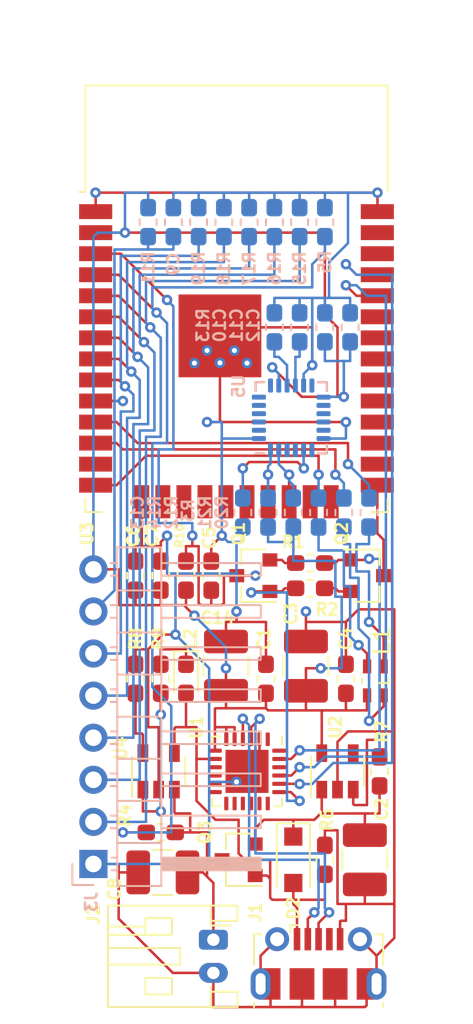
<source format=kicad_pcb>
(kicad_pcb (version 20171130) (host pcbnew "(5.1.6)-1")

  (general
    (thickness 1.6)
    (drawings 0)
    (tracks 592)
    (zones 0)
    (modules 49)
    (nets 38)
  )

  (page A4)
  (title_block
    (title Themu)
    (date 2020-10-04)
    (rev 01)
  )

  (layers
    (0 F.Cu signal)
    (31 B.Cu signal)
    (32 B.Adhes user)
    (33 F.Adhes user)
    (34 B.Paste user)
    (35 F.Paste user)
    (36 B.SilkS user)
    (37 F.SilkS user)
    (38 B.Mask user)
    (39 F.Mask user)
    (40 Dwgs.User user)
    (41 Cmts.User user)
    (42 Eco1.User user)
    (43 Eco2.User user)
    (44 Edge.Cuts user)
    (45 Margin user)
    (46 B.CrtYd user)
    (47 F.CrtYd user)
    (48 B.Fab user hide)
    (49 F.Fab user hide)
  )

  (setup
    (last_trace_width 0.1524)
    (trace_clearance 0.1524)
    (zone_clearance 0.508)
    (zone_45_only no)
    (trace_min 0.1524)
    (via_size 0.635)
    (via_drill 0.3048)
    (via_min_size 0.3048)
    (via_min_drill 0.3)
    (uvia_size 0.3)
    (uvia_drill 0.1)
    (uvias_allowed no)
    (uvia_min_size 0.2)
    (uvia_min_drill 0.1)
    (edge_width 0.05)
    (segment_width 0.2)
    (pcb_text_width 0.3)
    (pcb_text_size 1.5 1.5)
    (mod_edge_width 0.12)
    (mod_text_size 0.7 0.7)
    (mod_text_width 0.1524)
    (pad_size 1.524 1.524)
    (pad_drill 0.762)
    (pad_to_mask_clearance 0.05)
    (aux_axis_origin 0 0)
    (visible_elements 7FFFFFFF)
    (pcbplotparams
      (layerselection 0x010fc_ffffffff)
      (usegerberextensions false)
      (usegerberattributes true)
      (usegerberadvancedattributes true)
      (creategerberjobfile true)
      (excludeedgelayer true)
      (linewidth 0.100000)
      (plotframeref false)
      (viasonmask false)
      (mode 1)
      (useauxorigin false)
      (hpglpennumber 1)
      (hpglpenspeed 20)
      (hpglpendiameter 15.000000)
      (psnegative false)
      (psa4output false)
      (plotreference true)
      (plotvalue true)
      (plotinvisibletext false)
      (padsonsilk false)
      (subtractmaskfromsilk false)
      (outputformat 1)
      (mirror false)
      (drillshape 1)
      (scaleselection 1)
      (outputdirectory ""))
  )

  (net 0 "")
  (net 1 GND)
  (net 2 +3V3)
  (net 3 "Net-(C2-Pad1)")
  (net 4 /ESP32-WROOM-32/EN)
  (net 5 +BATT)
  (net 6 /ESP32-WROOM-32/BTN)
  (net 7 /Peripherials/REGOUT)
  (net 8 "Net-(C13-Pad1)")
  (net 9 VBUS)
  (net 10 /ESP32-WROOM-32/D-)
  (net 11 /ESP32-WROOM-32/D+)
  (net 12 /ESP32-WROOM-32/FLX1)
  (net 13 /ESP32-WROOM-32/FLX2)
  (net 14 /ESP32-WROOM-32/FLX3)
  (net 15 /ESP32-WROOM-32/FLX4)
  (net 16 /ESP32-WROOM-32/FLX5)
  (net 17 "Net-(Q1-Pad2)")
  (net 18 /ESP32-WROOM-32/RTS)
  (net 19 /ESP32-WROOM-32/DTR)
  (net 20 "Net-(Q2-Pad2)")
  (net 21 /ESP32-WROOM-32/IO0)
  (net 22 /ESP32-WROOM-32/ADC1_CH0)
  (net 23 "Net-(R7-Pad2)")
  (net 24 "Net-(R8-Pad2)")
  (net 25 "Net-(R9-Pad2)")
  (net 26 /ESP32-WROOM-32/SCL)
  (net 27 /Peripherials/AD0)
  (net 28 /ESP32-WROOM-32/SDA)
  (net 29 /ESP32-WROOM-32/TXD0)
  (net 30 /ESP32-WROOM-32/RXD0)
  (net 31 "Net-(L1-Pad1)")
  (net 32 "Net-(L1-Pad3)")
  (net 33 "Net-(L1-Pad2)")
  (net 34 /ESP32-WROOM-32/IO26)
  (net 35 /ESP32-WROOM-32/IO27)
  (net 36 "Net-(L2-Pad1)")
  (net 37 /ESP32-WROOM-32/IO12)

  (net_class Default "This is the default net class."
    (clearance 0.1524)
    (trace_width 0.1524)
    (via_dia 0.635)
    (via_drill 0.3048)
    (uvia_dia 0.3)
    (uvia_drill 0.1)
    (add_net +3V3)
    (add_net +BATT)
    (add_net /ESP32-WROOM-32/ADC1_CH0)
    (add_net /ESP32-WROOM-32/BTN)
    (add_net /ESP32-WROOM-32/D+)
    (add_net /ESP32-WROOM-32/D-)
    (add_net /ESP32-WROOM-32/DTR)
    (add_net /ESP32-WROOM-32/EN)
    (add_net /ESP32-WROOM-32/FLX1)
    (add_net /ESP32-WROOM-32/FLX2)
    (add_net /ESP32-WROOM-32/FLX3)
    (add_net /ESP32-WROOM-32/FLX4)
    (add_net /ESP32-WROOM-32/FLX5)
    (add_net /ESP32-WROOM-32/IO0)
    (add_net /ESP32-WROOM-32/IO12)
    (add_net /ESP32-WROOM-32/IO26)
    (add_net /ESP32-WROOM-32/IO27)
    (add_net /ESP32-WROOM-32/RTS)
    (add_net /ESP32-WROOM-32/RXD0)
    (add_net /ESP32-WROOM-32/SCL)
    (add_net /ESP32-WROOM-32/SDA)
    (add_net /ESP32-WROOM-32/TXD0)
    (add_net /Peripherials/AD0)
    (add_net /Peripherials/REGOUT)
    (add_net GND)
    (add_net "Net-(C13-Pad1)")
    (add_net "Net-(C2-Pad1)")
    (add_net "Net-(L1-Pad1)")
    (add_net "Net-(L1-Pad2)")
    (add_net "Net-(L1-Pad3)")
    (add_net "Net-(L2-Pad1)")
    (add_net "Net-(Q1-Pad2)")
    (add_net "Net-(Q2-Pad2)")
    (add_net "Net-(R7-Pad2)")
    (add_net "Net-(R8-Pad2)")
    (add_net "Net-(R9-Pad2)")
    (add_net VBUS)
  )

  (module RF_Module:ESP32-WROOM-32 (layer F.Cu) (tedit 5B5B4654) (tstamp 5F7A5090)
    (at 103.124 56.007)
    (descr "Single 2.4 GHz Wi-Fi and Bluetooth combo chip https://www.espressif.com/sites/default/files/documentation/esp32-wroom-32_datasheet_en.pdf")
    (tags "Single 2.4 GHz Wi-Fi and Bluetooth combo  chip")
    (path /5F4501E0/5F4A1531)
    (attr smd)
    (fp_text reference U3 (at -9.017 11.176 90) (layer F.SilkS)
      (effects (font (size 0.7 0.7) (thickness 0.1524)))
    )
    (fp_text value ESP32-WROOM-32 (at 0 11.5) (layer F.Fab)
      (effects (font (size 1 1) (thickness 0.15)))
    )
    (fp_line (start -14 -9.97) (end -14 -20.75) (layer Dwgs.User) (width 0.1))
    (fp_line (start 9 9.76) (end 9 -15.745) (layer F.Fab) (width 0.1))
    (fp_line (start -9 9.76) (end 9 9.76) (layer F.Fab) (width 0.1))
    (fp_line (start -9 -15.745) (end -9 -10.02) (layer F.Fab) (width 0.1))
    (fp_line (start -9 -15.745) (end 9 -15.745) (layer F.Fab) (width 0.1))
    (fp_line (start -9.75 10.5) (end -9.75 -9.72) (layer F.CrtYd) (width 0.05))
    (fp_line (start -9.75 10.5) (end 9.75 10.5) (layer F.CrtYd) (width 0.05))
    (fp_line (start 9.75 -9.72) (end 9.75 10.5) (layer F.CrtYd) (width 0.05))
    (fp_line (start -14.25 -21) (end 14.25 -21) (layer F.CrtYd) (width 0.05))
    (fp_line (start -9 -9.02) (end -9 9.76) (layer F.Fab) (width 0.1))
    (fp_line (start -8.5 -9.52) (end -9 -10.02) (layer F.Fab) (width 0.1))
    (fp_line (start -9 -9.02) (end -8.5 -9.52) (layer F.Fab) (width 0.1))
    (fp_line (start 14 -9.97) (end -14 -9.97) (layer Dwgs.User) (width 0.1))
    (fp_line (start 14 -9.97) (end 14 -20.75) (layer Dwgs.User) (width 0.1))
    (fp_line (start 14 -20.75) (end -14 -20.75) (layer Dwgs.User) (width 0.1))
    (fp_line (start -14.25 -21) (end -14.25 -9.72) (layer F.CrtYd) (width 0.05))
    (fp_line (start 14.25 -21) (end 14.25 -9.72) (layer F.CrtYd) (width 0.05))
    (fp_line (start -14.25 -9.72) (end -9.75 -9.72) (layer F.CrtYd) (width 0.05))
    (fp_line (start 9.75 -9.72) (end 14.25 -9.72) (layer F.CrtYd) (width 0.05))
    (fp_line (start -12.525 -20.75) (end -14 -19.66) (layer Dwgs.User) (width 0.1))
    (fp_line (start -10.525 -20.75) (end -14 -18.045) (layer Dwgs.User) (width 0.1))
    (fp_line (start -8.525 -20.75) (end -14 -16.43) (layer Dwgs.User) (width 0.1))
    (fp_line (start -6.525 -20.75) (end -14 -14.815) (layer Dwgs.User) (width 0.1))
    (fp_line (start -4.525 -20.75) (end -14 -13.2) (layer Dwgs.User) (width 0.1))
    (fp_line (start -2.525 -20.75) (end -14 -11.585) (layer Dwgs.User) (width 0.1))
    (fp_line (start -0.525 -20.75) (end -14 -9.97) (layer Dwgs.User) (width 0.1))
    (fp_line (start 1.475 -20.75) (end -12 -9.97) (layer Dwgs.User) (width 0.1))
    (fp_line (start 3.475 -20.75) (end -10 -9.97) (layer Dwgs.User) (width 0.1))
    (fp_line (start -8 -9.97) (end 5.475 -20.75) (layer Dwgs.User) (width 0.1))
    (fp_line (start 7.475 -20.75) (end -6 -9.97) (layer Dwgs.User) (width 0.1))
    (fp_line (start 9.475 -20.75) (end -4 -9.97) (layer Dwgs.User) (width 0.1))
    (fp_line (start 11.475 -20.75) (end -2 -9.97) (layer Dwgs.User) (width 0.1))
    (fp_line (start 13.475 -20.75) (end 0 -9.97) (layer Dwgs.User) (width 0.1))
    (fp_line (start 14 -19.66) (end 2 -9.97) (layer Dwgs.User) (width 0.1))
    (fp_line (start 14 -18.045) (end 4 -9.97) (layer Dwgs.User) (width 0.1))
    (fp_line (start 14 -16.43) (end 6 -9.97) (layer Dwgs.User) (width 0.1))
    (fp_line (start 14 -14.815) (end 8 -9.97) (layer Dwgs.User) (width 0.1))
    (fp_line (start 14 -13.2) (end 10 -9.97) (layer Dwgs.User) (width 0.1))
    (fp_line (start 14 -11.585) (end 12 -9.97) (layer Dwgs.User) (width 0.1))
    (fp_line (start 9.2 -13.875) (end 13.8 -13.875) (layer Cmts.User) (width 0.1))
    (fp_line (start 13.8 -13.875) (end 13.6 -14.075) (layer Cmts.User) (width 0.1))
    (fp_line (start 13.8 -13.875) (end 13.6 -13.675) (layer Cmts.User) (width 0.1))
    (fp_line (start 9.2 -13.875) (end 9.4 -14.075) (layer Cmts.User) (width 0.1))
    (fp_line (start 9.2 -13.875) (end 9.4 -13.675) (layer Cmts.User) (width 0.1))
    (fp_line (start -13.8 -13.875) (end -13.6 -14.075) (layer Cmts.User) (width 0.1))
    (fp_line (start -13.8 -13.875) (end -13.6 -13.675) (layer Cmts.User) (width 0.1))
    (fp_line (start -9.2 -13.875) (end -9.4 -13.675) (layer Cmts.User) (width 0.1))
    (fp_line (start -13.8 -13.875) (end -9.2 -13.875) (layer Cmts.User) (width 0.1))
    (fp_line (start -9.2 -13.875) (end -9.4 -14.075) (layer Cmts.User) (width 0.1))
    (fp_line (start 8.4 -16) (end 8.2 -16.2) (layer Cmts.User) (width 0.1))
    (fp_line (start 8.4 -16) (end 8.6 -16.2) (layer Cmts.User) (width 0.1))
    (fp_line (start 8.4 -20.6) (end 8.6 -20.4) (layer Cmts.User) (width 0.1))
    (fp_line (start 8.4 -16) (end 8.4 -20.6) (layer Cmts.User) (width 0.1))
    (fp_line (start 8.4 -20.6) (end 8.2 -20.4) (layer Cmts.User) (width 0.1))
    (fp_line (start -9.12 9.1) (end -9.12 9.88) (layer F.SilkS) (width 0.12))
    (fp_line (start -9.12 9.88) (end -8.12 9.88) (layer F.SilkS) (width 0.12))
    (fp_line (start 9.12 9.1) (end 9.12 9.88) (layer F.SilkS) (width 0.12))
    (fp_line (start 9.12 9.88) (end 8.12 9.88) (layer F.SilkS) (width 0.12))
    (fp_line (start -9.12 -15.865) (end 9.12 -15.865) (layer F.SilkS) (width 0.12))
    (fp_line (start 9.12 -15.865) (end 9.12 -9.445) (layer F.SilkS) (width 0.12))
    (fp_line (start -9.12 -15.865) (end -9.12 -9.445) (layer F.SilkS) (width 0.12))
    (fp_line (start -9.12 -9.445) (end -9.5 -9.445) (layer F.SilkS) (width 0.12))
    (fp_text user "5 mm" (at 7.8 -19.075 90) (layer Cmts.User)
      (effects (font (size 0.5 0.5) (thickness 0.1)))
    )
    (fp_text user "5 mm" (at -11.2 -14.375) (layer Cmts.User)
      (effects (font (size 0.5 0.5) (thickness 0.1)))
    )
    (fp_text user "5 mm" (at 11.8 -14.375) (layer Cmts.User)
      (effects (font (size 0.5 0.5) (thickness 0.1)))
    )
    (fp_text user Antenna (at 0 -13) (layer Cmts.User)
      (effects (font (size 1 1) (thickness 0.15)))
    )
    (fp_text user "KEEP-OUT ZONE" (at 0 -19) (layer Cmts.User)
      (effects (font (size 1 1) (thickness 0.15)))
    )
    (fp_text user %R (at 0 0) (layer F.Fab)
      (effects (font (size 1 1) (thickness 0.15)))
    )
    (pad 38 smd rect (at 8.5 -8.255) (size 2 0.9) (layers F.Cu F.Paste F.Mask)
      (net 1 GND))
    (pad 37 smd rect (at 8.5 -6.985) (size 2 0.9) (layers F.Cu F.Paste F.Mask))
    (pad 36 smd rect (at 8.5 -5.715) (size 2 0.9) (layers F.Cu F.Paste F.Mask))
    (pad 35 smd rect (at 8.5 -4.445) (size 2 0.9) (layers F.Cu F.Paste F.Mask)
      (net 29 /ESP32-WROOM-32/TXD0))
    (pad 34 smd rect (at 8.5 -3.175) (size 2 0.9) (layers F.Cu F.Paste F.Mask)
      (net 30 /ESP32-WROOM-32/RXD0))
    (pad 33 smd rect (at 8.5 -1.905) (size 2 0.9) (layers F.Cu F.Paste F.Mask))
    (pad 32 smd rect (at 8.5 -0.635) (size 2 0.9) (layers F.Cu F.Paste F.Mask))
    (pad 31 smd rect (at 8.5 0.635) (size 2 0.9) (layers F.Cu F.Paste F.Mask))
    (pad 30 smd rect (at 8.5 1.905) (size 2 0.9) (layers F.Cu F.Paste F.Mask))
    (pad 29 smd rect (at 8.5 3.175) (size 2 0.9) (layers F.Cu F.Paste F.Mask))
    (pad 28 smd rect (at 8.5 4.445) (size 2 0.9) (layers F.Cu F.Paste F.Mask))
    (pad 27 smd rect (at 8.5 5.715) (size 2 0.9) (layers F.Cu F.Paste F.Mask))
    (pad 26 smd rect (at 8.5 6.985) (size 2 0.9) (layers F.Cu F.Paste F.Mask))
    (pad 25 smd rect (at 8.5 8.255) (size 2 0.9) (layers F.Cu F.Paste F.Mask)
      (net 21 /ESP32-WROOM-32/IO0))
    (pad 24 smd rect (at 5.715 9.255 90) (size 2 0.9) (layers F.Cu F.Paste F.Mask))
    (pad 23 smd rect (at 4.445 9.255 90) (size 2 0.9) (layers F.Cu F.Paste F.Mask))
    (pad 22 smd rect (at 3.175 9.255 90) (size 2 0.9) (layers F.Cu F.Paste F.Mask)
      (net 26 /ESP32-WROOM-32/SCL))
    (pad 21 smd rect (at 1.905 9.255 90) (size 2 0.9) (layers F.Cu F.Paste F.Mask)
      (net 28 /ESP32-WROOM-32/SDA))
    (pad 20 smd rect (at 0.635 9.255 90) (size 2 0.9) (layers F.Cu F.Paste F.Mask))
    (pad 19 smd rect (at -0.635 9.255 90) (size 2 0.9) (layers F.Cu F.Paste F.Mask))
    (pad 18 smd rect (at -1.905 9.255 90) (size 2 0.9) (layers F.Cu F.Paste F.Mask))
    (pad 17 smd rect (at -3.175 9.255 90) (size 2 0.9) (layers F.Cu F.Paste F.Mask))
    (pad 16 smd rect (at -4.445 9.255 90) (size 2 0.9) (layers F.Cu F.Paste F.Mask))
    (pad 15 smd rect (at -5.715 9.255 90) (size 2 0.9) (layers F.Cu F.Paste F.Mask)
      (net 1 GND))
    (pad 14 smd rect (at -8.5 8.255) (size 2 0.9) (layers F.Cu F.Paste F.Mask)
      (net 37 /ESP32-WROOM-32/IO12))
    (pad 13 smd rect (at -8.5 6.985) (size 2 0.9) (layers F.Cu F.Paste F.Mask))
    (pad 12 smd rect (at -8.5 5.715) (size 2 0.9) (layers F.Cu F.Paste F.Mask)
      (net 35 /ESP32-WROOM-32/IO27))
    (pad 11 smd rect (at -8.5 4.445) (size 2 0.9) (layers F.Cu F.Paste F.Mask)
      (net 34 /ESP32-WROOM-32/IO26))
    (pad 10 smd rect (at -8.5 3.175) (size 2 0.9) (layers F.Cu F.Paste F.Mask)
      (net 6 /ESP32-WROOM-32/BTN))
    (pad 9 smd rect (at -8.5 1.905) (size 2 0.9) (layers F.Cu F.Paste F.Mask)
      (net 16 /ESP32-WROOM-32/FLX5))
    (pad 8 smd rect (at -8.5 0.635) (size 2 0.9) (layers F.Cu F.Paste F.Mask)
      (net 15 /ESP32-WROOM-32/FLX4))
    (pad 7 smd rect (at -8.5 -0.635) (size 2 0.9) (layers F.Cu F.Paste F.Mask)
      (net 14 /ESP32-WROOM-32/FLX3))
    (pad 6 smd rect (at -8.5 -1.905) (size 2 0.9) (layers F.Cu F.Paste F.Mask)
      (net 13 /ESP32-WROOM-32/FLX2))
    (pad 5 smd rect (at -8.5 -3.175) (size 2 0.9) (layers F.Cu F.Paste F.Mask)
      (net 12 /ESP32-WROOM-32/FLX1))
    (pad 4 smd rect (at -8.5 -4.445) (size 2 0.9) (layers F.Cu F.Paste F.Mask)
      (net 22 /ESP32-WROOM-32/ADC1_CH0))
    (pad 3 smd rect (at -8.5 -5.715) (size 2 0.9) (layers F.Cu F.Paste F.Mask)
      (net 4 /ESP32-WROOM-32/EN))
    (pad 2 smd rect (at -8.5 -6.985) (size 2 0.9) (layers F.Cu F.Paste F.Mask)
      (net 2 +3V3))
    (pad 1 smd rect (at -8.5 -8.255) (size 2 0.9) (layers F.Cu F.Paste F.Mask)
      (net 1 GND))
    (pad 39 smd rect (at -1 -0.755) (size 5 5) (layers F.Cu F.Paste F.Mask)
      (net 1 GND))
    (model ${KISYS3DMOD}/RF_Module.3dshapes/ESP32-WROOM-32.wrl
      (at (xyz 0 0 0))
      (scale (xyz 1 1 1))
      (rotate (xyz 0 0 0))
    )
  )

  (module Connector_JST:JST_PH_S2B-PH-K_1x02_P2.00mm_Horizontal (layer F.Cu) (tedit 5B7745C6) (tstamp 5F79FBD8)
    (at 101.727 91.694 270)
    (descr "JST PH series connector, S2B-PH-K (http://www.jst-mfg.com/product/pdf/eng/ePH.pdf), generated with kicad-footprint-generator")
    (tags "connector JST PH top entry")
    (path /5F3C42AD/5F5ECCBD)
    (fp_text reference J2 (at -1.524 7.239 90) (layer F.SilkS)
      (effects (font (size 0.7 0.7) (thickness 0.1524)))
    )
    (fp_text value Conn_01x02 (at 1 7.45 90) (layer F.Fab)
      (effects (font (size 1 1) (thickness 0.15)))
    )
    (fp_line (start 0.5 1.375) (end 0 0.875) (layer F.Fab) (width 0.1))
    (fp_line (start -0.5 1.375) (end 0.5 1.375) (layer F.Fab) (width 0.1))
    (fp_line (start 0 0.875) (end -0.5 1.375) (layer F.Fab) (width 0.1))
    (fp_line (start -0.86 0.14) (end -0.86 -1.075) (layer F.SilkS) (width 0.12))
    (fp_line (start 3.25 0.25) (end -1.25 0.25) (layer F.Fab) (width 0.1))
    (fp_line (start 3.25 -1.35) (end 3.25 0.25) (layer F.Fab) (width 0.1))
    (fp_line (start 3.95 -1.35) (end 3.25 -1.35) (layer F.Fab) (width 0.1))
    (fp_line (start 3.95 6.25) (end 3.95 -1.35) (layer F.Fab) (width 0.1))
    (fp_line (start -1.95 6.25) (end 3.95 6.25) (layer F.Fab) (width 0.1))
    (fp_line (start -1.95 -1.35) (end -1.95 6.25) (layer F.Fab) (width 0.1))
    (fp_line (start -1.25 -1.35) (end -1.95 -1.35) (layer F.Fab) (width 0.1))
    (fp_line (start -1.25 0.25) (end -1.25 -1.35) (layer F.Fab) (width 0.1))
    (fp_line (start 4.45 -1.85) (end -2.45 -1.85) (layer F.CrtYd) (width 0.05))
    (fp_line (start 4.45 6.75) (end 4.45 -1.85) (layer F.CrtYd) (width 0.05))
    (fp_line (start -2.45 6.75) (end 4.45 6.75) (layer F.CrtYd) (width 0.05))
    (fp_line (start -2.45 -1.85) (end -2.45 6.75) (layer F.CrtYd) (width 0.05))
    (fp_line (start -0.8 4.1) (end -0.8 6.36) (layer F.SilkS) (width 0.12))
    (fp_line (start -0.3 4.1) (end -0.3 6.36) (layer F.SilkS) (width 0.12))
    (fp_line (start 2.3 2.5) (end 3.3 2.5) (layer F.SilkS) (width 0.12))
    (fp_line (start 2.3 4.1) (end 2.3 2.5) (layer F.SilkS) (width 0.12))
    (fp_line (start 3.3 4.1) (end 2.3 4.1) (layer F.SilkS) (width 0.12))
    (fp_line (start 3.3 2.5) (end 3.3 4.1) (layer F.SilkS) (width 0.12))
    (fp_line (start -0.3 2.5) (end -1.3 2.5) (layer F.SilkS) (width 0.12))
    (fp_line (start -0.3 4.1) (end -0.3 2.5) (layer F.SilkS) (width 0.12))
    (fp_line (start -1.3 4.1) (end -0.3 4.1) (layer F.SilkS) (width 0.12))
    (fp_line (start -1.3 2.5) (end -1.3 4.1) (layer F.SilkS) (width 0.12))
    (fp_line (start 4.06 0.14) (end 3.14 0.14) (layer F.SilkS) (width 0.12))
    (fp_line (start -2.06 0.14) (end -1.14 0.14) (layer F.SilkS) (width 0.12))
    (fp_line (start 1.5 2) (end 1.5 6.36) (layer F.SilkS) (width 0.12))
    (fp_line (start 0.5 2) (end 1.5 2) (layer F.SilkS) (width 0.12))
    (fp_line (start 0.5 6.36) (end 0.5 2) (layer F.SilkS) (width 0.12))
    (fp_line (start 3.14 0.14) (end 2.86 0.14) (layer F.SilkS) (width 0.12))
    (fp_line (start 3.14 -1.46) (end 3.14 0.14) (layer F.SilkS) (width 0.12))
    (fp_line (start 4.06 -1.46) (end 3.14 -1.46) (layer F.SilkS) (width 0.12))
    (fp_line (start 4.06 6.36) (end 4.06 -1.46) (layer F.SilkS) (width 0.12))
    (fp_line (start -2.06 6.36) (end 4.06 6.36) (layer F.SilkS) (width 0.12))
    (fp_line (start -2.06 -1.46) (end -2.06 6.36) (layer F.SilkS) (width 0.12))
    (fp_line (start -1.14 -1.46) (end -2.06 -1.46) (layer F.SilkS) (width 0.12))
    (fp_line (start -1.14 0.14) (end -1.14 -1.46) (layer F.SilkS) (width 0.12))
    (fp_line (start -0.86 0.14) (end -1.14 0.14) (layer F.SilkS) (width 0.12))
    (fp_text user %R (at 1 2.5 90) (layer F.Fab)
      (effects (font (size 1 1) (thickness 0.15)))
    )
    (pad 1 thru_hole roundrect (at 0 0 270) (size 1.2 1.75) (drill 0.75) (layers *.Cu *.Mask) (roundrect_rratio 0.208333)
      (net 5 +BATT))
    (pad 2 thru_hole oval (at 2 0 270) (size 1.2 1.75) (drill 0.75) (layers *.Cu *.Mask)
      (net 1 GND))
    (model ${KISYS3DMOD}/Connector_JST.3dshapes/JST_PH_S2B-PH-K_1x02_P2.00mm_Horizontal.wrl
      (at (xyz 0 0 0))
      (scale (xyz 1 1 1))
      (rotate (xyz 0 0 0))
    )
  )

  (module "LED APTF1616LSEEZGKQBKC:LED APTF1616LSEEZGKQBKC" (layer F.Cu) (tedit 5F83BB2F) (tstamp 5F841661)
    (at 111.506 76.073 270)
    (path /5F4501E0/5F840B4C)
    (fp_text reference L1 (at -2.413 -0.381 90) (layer F.SilkS)
      (effects (font (size 1 1) (thickness 0.15)))
    )
    (fp_text value "RGB LED" (at 0 -2.032 90) (layer F.Fab)
      (effects (font (size 1 1) (thickness 0.15)))
    )
    (fp_line (start 0.127 -0.8) (end 0.127 -0.254) (layer F.SilkS) (width 0.12))
    (fp_line (start -1.524 1.016) (end -1.524 -1.016) (layer F.CrtYd) (width 0.05))
    (fp_line (start 1.524 1.016) (end -1.524 1.016) (layer F.CrtYd) (width 0.05))
    (fp_line (start 1.524 -1.016) (end 1.524 1.016) (layer F.CrtYd) (width 0.05))
    (fp_line (start -1.524 -1.016) (end 1.524 -1.016) (layer F.CrtYd) (width 0.05))
    (fp_line (start -0.127 0.8) (end 0.127 0.8) (layer F.SilkS) (width 0.12))
    (fp_line (start -0.127 -0.8) (end 0.127 -0.8) (layer F.SilkS) (width 0.12))
    (pad 1 smd rect (at 0.875 -0.5 270) (size 0.85 0.5) (layers F.Cu F.Paste F.Mask)
      (net 31 "Net-(L1-Pad1)"))
    (pad 4 smd rect (at 0.875 0.5 270) (size 0.85 0.5) (layers F.Cu F.Paste F.Mask)
      (net 2 +3V3))
    (pad 3 smd rect (at -0.875 0.5 270) (size 0.85 0.5) (layers F.Cu F.Paste F.Mask)
      (net 32 "Net-(L1-Pad3)"))
    (pad 2 smd rect (at -0.875 -0.5 270) (size 0.85 0.5) (layers F.Cu F.Paste F.Mask)
      (net 33 "Net-(L1-Pad2)"))
  )

  (module Resistor_SMD:R_0603_1608Metric_Pad1.05x0.95mm_HandSolder (layer B.Cu) (tedit 5B301BBD) (tstamp 5F84194C)
    (at 109.601 65.913 270)
    (descr "Resistor SMD 0603 (1608 Metric), square (rectangular) end terminal, IPC_7351 nominal with elongated pad for handsoldering. (Body size source: http://www.tortai-tech.com/upload/download/2011102023233369053.pdf), generated with kicad-footprint-generator")
    (tags "resistor handsolder")
    (path /5F4501E0/5F85AC5C)
    (attr smd)
    (fp_text reference R21 (at 0 8.382 90) (layer B.SilkS)
      (effects (font (size 0.7 0.7) (thickness 0.1524)) (justify mirror))
    )
    (fp_text value 1K (at 0 -1.43 90) (layer B.Fab)
      (effects (font (size 1 1) (thickness 0.15)) (justify mirror))
    )
    (fp_line (start 1.65 -0.73) (end -1.65 -0.73) (layer B.CrtYd) (width 0.05))
    (fp_line (start 1.65 0.73) (end 1.65 -0.73) (layer B.CrtYd) (width 0.05))
    (fp_line (start -1.65 0.73) (end 1.65 0.73) (layer B.CrtYd) (width 0.05))
    (fp_line (start -1.65 -0.73) (end -1.65 0.73) (layer B.CrtYd) (width 0.05))
    (fp_line (start -0.171267 -0.51) (end 0.171267 -0.51) (layer B.SilkS) (width 0.12))
    (fp_line (start -0.171267 0.51) (end 0.171267 0.51) (layer B.SilkS) (width 0.12))
    (fp_line (start 0.8 -0.4) (end -0.8 -0.4) (layer B.Fab) (width 0.1))
    (fp_line (start 0.8 0.4) (end 0.8 -0.4) (layer B.Fab) (width 0.1))
    (fp_line (start -0.8 0.4) (end 0.8 0.4) (layer B.Fab) (width 0.1))
    (fp_line (start -0.8 -0.4) (end -0.8 0.4) (layer B.Fab) (width 0.1))
    (fp_text user %R (at 0 0 90) (layer B.Fab)
      (effects (font (size 0.4 0.4) (thickness 0.06)) (justify mirror))
    )
    (pad 2 smd roundrect (at 0.875 0 270) (size 1.05 0.95) (layers B.Cu B.Paste B.Mask) (roundrect_rratio 0.25)
      (net 31 "Net-(L1-Pad1)"))
    (pad 1 smd roundrect (at -0.875 0 270) (size 1.05 0.95) (layers B.Cu B.Paste B.Mask) (roundrect_rratio 0.25)
      (net 35 /ESP32-WROOM-32/IO27))
    (model ${KISYS3DMOD}/Resistor_SMD.3dshapes/R_0603_1608Metric.wrl
      (at (xyz 0 0 0))
      (scale (xyz 1 1 1))
      (rotate (xyz 0 0 0))
    )
  )

  (module Resistor_SMD:R_0603_1608Metric_Pad1.05x0.95mm_HandSolder (layer B.Cu) (tedit 5B301BBD) (tstamp 5F84193B)
    (at 111.125 65.913 270)
    (descr "Resistor SMD 0603 (1608 Metric), square (rectangular) end terminal, IPC_7351 nominal with elongated pad for handsoldering. (Body size source: http://www.tortai-tech.com/upload/download/2011102023233369053.pdf), generated with kicad-footprint-generator")
    (tags "resistor handsolder")
    (path /5F4501E0/5F858D55)
    (attr smd)
    (fp_text reference R20 (at 0 8.89 90) (layer B.SilkS)
      (effects (font (size 0.7 0.7) (thickness 0.1524)) (justify mirror))
    )
    (fp_text value 1K (at 0 -1.43 90) (layer B.Fab)
      (effects (font (size 1 1) (thickness 0.15)) (justify mirror))
    )
    (fp_line (start 1.65 -0.73) (end -1.65 -0.73) (layer B.CrtYd) (width 0.05))
    (fp_line (start 1.65 0.73) (end 1.65 -0.73) (layer B.CrtYd) (width 0.05))
    (fp_line (start -1.65 0.73) (end 1.65 0.73) (layer B.CrtYd) (width 0.05))
    (fp_line (start -1.65 -0.73) (end -1.65 0.73) (layer B.CrtYd) (width 0.05))
    (fp_line (start -0.171267 -0.51) (end 0.171267 -0.51) (layer B.SilkS) (width 0.12))
    (fp_line (start -0.171267 0.51) (end 0.171267 0.51) (layer B.SilkS) (width 0.12))
    (fp_line (start 0.8 -0.4) (end -0.8 -0.4) (layer B.Fab) (width 0.1))
    (fp_line (start 0.8 0.4) (end 0.8 -0.4) (layer B.Fab) (width 0.1))
    (fp_line (start -0.8 0.4) (end 0.8 0.4) (layer B.Fab) (width 0.1))
    (fp_line (start -0.8 -0.4) (end -0.8 0.4) (layer B.Fab) (width 0.1))
    (fp_text user %R (at 0 0 90) (layer B.Fab)
      (effects (font (size 0.4 0.4) (thickness 0.06)) (justify mirror))
    )
    (pad 2 smd roundrect (at 0.875 0 270) (size 1.05 0.95) (layers B.Cu B.Paste B.Mask) (roundrect_rratio 0.25)
      (net 33 "Net-(L1-Pad2)"))
    (pad 1 smd roundrect (at -0.875 0 270) (size 1.05 0.95) (layers B.Cu B.Paste B.Mask) (roundrect_rratio 0.25)
      (net 34 /ESP32-WROOM-32/IO26))
    (model ${KISYS3DMOD}/Resistor_SMD.3dshapes/R_0603_1608Metric.wrl
      (at (xyz 0 0 0))
      (scale (xyz 1 1 1))
      (rotate (xyz 0 0 0))
    )
  )

  (module Resistor_SMD:R_0603_1608Metric_Pad1.05x0.95mm_HandSolder (layer B.Cu) (tedit 5B301BBD) (tstamp 5F84172A)
    (at 108.077 65.913 270)
    (descr "Resistor SMD 0603 (1608 Metric), square (rectangular) end terminal, IPC_7351 nominal with elongated pad for handsoldering. (Body size source: http://www.tortai-tech.com/upload/download/2011102023233369053.pdf), generated with kicad-footprint-generator")
    (tags "resistor handsolder")
    (path /5F4501E0/5F857FC9)
    (attr smd)
    (fp_text reference R3 (at -0.127 7.874 90) (layer B.SilkS)
      (effects (font (size 0.7 0.7) (thickness 0.1524)) (justify mirror))
    )
    (fp_text value 1K (at 0 -1.43 90) (layer B.Fab)
      (effects (font (size 1 1) (thickness 0.15)) (justify mirror))
    )
    (fp_line (start 1.65 -0.73) (end -1.65 -0.73) (layer B.CrtYd) (width 0.05))
    (fp_line (start 1.65 0.73) (end 1.65 -0.73) (layer B.CrtYd) (width 0.05))
    (fp_line (start -1.65 0.73) (end 1.65 0.73) (layer B.CrtYd) (width 0.05))
    (fp_line (start -1.65 -0.73) (end -1.65 0.73) (layer B.CrtYd) (width 0.05))
    (fp_line (start -0.171267 -0.51) (end 0.171267 -0.51) (layer B.SilkS) (width 0.12))
    (fp_line (start -0.171267 0.51) (end 0.171267 0.51) (layer B.SilkS) (width 0.12))
    (fp_line (start 0.8 -0.4) (end -0.8 -0.4) (layer B.Fab) (width 0.1))
    (fp_line (start 0.8 0.4) (end 0.8 -0.4) (layer B.Fab) (width 0.1))
    (fp_line (start -0.8 0.4) (end 0.8 0.4) (layer B.Fab) (width 0.1))
    (fp_line (start -0.8 -0.4) (end -0.8 0.4) (layer B.Fab) (width 0.1))
    (fp_text user %R (at 0 0 90) (layer B.Fab)
      (effects (font (size 0.4 0.4) (thickness 0.06)) (justify mirror))
    )
    (pad 2 smd roundrect (at 0.875 0 270) (size 1.05 0.95) (layers B.Cu B.Paste B.Mask) (roundrect_rratio 0.25)
      (net 32 "Net-(L1-Pad3)"))
    (pad 1 smd roundrect (at -0.875 0 270) (size 1.05 0.95) (layers B.Cu B.Paste B.Mask) (roundrect_rratio 0.25)
      (net 37 /ESP32-WROOM-32/IO12))
    (model ${KISYS3DMOD}/Resistor_SMD.3dshapes/R_0603_1608Metric.wrl
      (at (xyz 0 0 0))
      (scale (xyz 1 1 1))
      (rotate (xyz 0 0 0))
    )
  )

  (module Capacitor_SMD:C_0603_1608Metric_Pad1.05x0.95mm_HandSolder (layer F.Cu) (tedit 5B301BBE) (tstamp 5F79FA64)
    (at 104.902 75.946 90)
    (descr "Capacitor SMD 0603 (1608 Metric), square (rectangular) end terminal, IPC_7351 nominal with elongated pad for handsoldering. (Body size source: http://www.tortai-tech.com/upload/download/2011102023233369053.pdf), generated with kicad-footprint-generator")
    (tags "capacitor handsolder")
    (path /5F4501E0/5F62B7D9)
    (attr smd)
    (fp_text reference C1 (at 2.413 -0.127 90) (layer F.SilkS)
      (effects (font (size 0.7 0.7) (thickness 0.1524)))
    )
    (fp_text value "0.1uF 25V X7R" (at 0 1.43 90) (layer F.Fab)
      (effects (font (size 1 1) (thickness 0.15)))
    )
    (fp_line (start -0.8 0.4) (end -0.8 -0.4) (layer F.Fab) (width 0.1))
    (fp_line (start -0.8 -0.4) (end 0.8 -0.4) (layer F.Fab) (width 0.1))
    (fp_line (start 0.8 -0.4) (end 0.8 0.4) (layer F.Fab) (width 0.1))
    (fp_line (start 0.8 0.4) (end -0.8 0.4) (layer F.Fab) (width 0.1))
    (fp_line (start -0.171267 -0.51) (end 0.171267 -0.51) (layer F.SilkS) (width 0.12))
    (fp_line (start -0.171267 0.51) (end 0.171267 0.51) (layer F.SilkS) (width 0.12))
    (fp_line (start -1.65 0.73) (end -1.65 -0.73) (layer F.CrtYd) (width 0.05))
    (fp_line (start -1.65 -0.73) (end 1.65 -0.73) (layer F.CrtYd) (width 0.05))
    (fp_line (start 1.65 -0.73) (end 1.65 0.73) (layer F.CrtYd) (width 0.05))
    (fp_line (start 1.65 0.73) (end -1.65 0.73) (layer F.CrtYd) (width 0.05))
    (fp_text user %R (at 0 0 90) (layer F.Fab)
      (effects (font (size 0.4 0.4) (thickness 0.06)))
    )
    (pad 2 smd roundrect (at 0.875 0 90) (size 1.05 0.95) (layers F.Cu F.Paste F.Mask) (roundrect_rratio 0.25)
      (net 1 GND))
    (pad 1 smd roundrect (at -0.875 0 90) (size 1.05 0.95) (layers F.Cu F.Paste F.Mask) (roundrect_rratio 0.25)
      (net 2 +3V3))
    (model ${KISYS3DMOD}/Capacitor_SMD.3dshapes/C_0603_1608Metric.wrl
      (at (xyz 0 0 0))
      (scale (xyz 1 1 1))
      (rotate (xyz 0 0 0))
    )
  )

  (module Capacitor_SMD:C_1210_3225Metric_Pad1.42x2.65mm_HandSolder (layer F.Cu) (tedit 5B301BBE) (tstamp 5F79FA75)
    (at 110.871 86.868 270)
    (descr "Capacitor SMD 1210 (3225 Metric), square (rectangular) end terminal, IPC_7351 nominal with elongated pad for handsoldering. (Body size source: http://www.tortai-tech.com/upload/download/2011102023233369053.pdf), generated with kicad-footprint-generator")
    (tags "capacitor handsolder")
    (path /5F3C42AD/5F5E1B2F)
    (attr smd)
    (fp_text reference C2 (at -3.048 -1.016 90) (layer F.SilkS)
      (effects (font (size 0.7 0.7) (thickness 0.1524)))
    )
    (fp_text value "10uF 25V X7R" (at 0 2.28 90) (layer F.Fab)
      (effects (font (size 1 1) (thickness 0.15)))
    )
    (fp_line (start -1.6 1.25) (end -1.6 -1.25) (layer F.Fab) (width 0.1))
    (fp_line (start -1.6 -1.25) (end 1.6 -1.25) (layer F.Fab) (width 0.1))
    (fp_line (start 1.6 -1.25) (end 1.6 1.25) (layer F.Fab) (width 0.1))
    (fp_line (start 1.6 1.25) (end -1.6 1.25) (layer F.Fab) (width 0.1))
    (fp_line (start -0.602064 -1.36) (end 0.602064 -1.36) (layer F.SilkS) (width 0.12))
    (fp_line (start -0.602064 1.36) (end 0.602064 1.36) (layer F.SilkS) (width 0.12))
    (fp_line (start -2.45 1.58) (end -2.45 -1.58) (layer F.CrtYd) (width 0.05))
    (fp_line (start -2.45 -1.58) (end 2.45 -1.58) (layer F.CrtYd) (width 0.05))
    (fp_line (start 2.45 -1.58) (end 2.45 1.58) (layer F.CrtYd) (width 0.05))
    (fp_line (start 2.45 1.58) (end -2.45 1.58) (layer F.CrtYd) (width 0.05))
    (fp_text user %R (at 0 0 90) (layer F.Fab)
      (effects (font (size 0.8 0.8) (thickness 0.12)))
    )
    (pad 2 smd roundrect (at 1.4875 0 270) (size 1.425 2.65) (layers F.Cu F.Paste F.Mask) (roundrect_rratio 0.175439)
      (net 1 GND))
    (pad 1 smd roundrect (at -1.4875 0 270) (size 1.425 2.65) (layers F.Cu F.Paste F.Mask) (roundrect_rratio 0.175439)
      (net 3 "Net-(C2-Pad1)"))
    (model ${KISYS3DMOD}/Capacitor_SMD.3dshapes/C_1210_3225Metric.wrl
      (at (xyz 0 0 0))
      (scale (xyz 1 1 1))
      (rotate (xyz 0 0 0))
    )
  )

  (module Capacitor_SMD:C_1210_3225Metric_Pad1.42x2.65mm_HandSolder (layer F.Cu) (tedit 5B301BBE) (tstamp 5F79FA86)
    (at 107.315 75.184 90)
    (descr "Capacitor SMD 1210 (3225 Metric), square (rectangular) end terminal, IPC_7351 nominal with elongated pad for handsoldering. (Body size source: http://www.tortai-tech.com/upload/download/2011102023233369053.pdf), generated with kicad-footprint-generator")
    (tags "capacitor handsolder")
    (path /5F3C42AD/5F5E75DD)
    (attr smd)
    (fp_text reference C3 (at 3.175 -0.889 90) (layer F.SilkS)
      (effects (font (size 0.7 0.7) (thickness 0.1524)))
    )
    (fp_text value "10uF 25V X7R" (at 0 2.28 90) (layer F.Fab)
      (effects (font (size 1 1) (thickness 0.15)))
    )
    (fp_line (start 2.45 1.58) (end -2.45 1.58) (layer F.CrtYd) (width 0.05))
    (fp_line (start 2.45 -1.58) (end 2.45 1.58) (layer F.CrtYd) (width 0.05))
    (fp_line (start -2.45 -1.58) (end 2.45 -1.58) (layer F.CrtYd) (width 0.05))
    (fp_line (start -2.45 1.58) (end -2.45 -1.58) (layer F.CrtYd) (width 0.05))
    (fp_line (start -0.602064 1.36) (end 0.602064 1.36) (layer F.SilkS) (width 0.12))
    (fp_line (start -0.602064 -1.36) (end 0.602064 -1.36) (layer F.SilkS) (width 0.12))
    (fp_line (start 1.6 1.25) (end -1.6 1.25) (layer F.Fab) (width 0.1))
    (fp_line (start 1.6 -1.25) (end 1.6 1.25) (layer F.Fab) (width 0.1))
    (fp_line (start -1.6 -1.25) (end 1.6 -1.25) (layer F.Fab) (width 0.1))
    (fp_line (start -1.6 1.25) (end -1.6 -1.25) (layer F.Fab) (width 0.1))
    (fp_text user %R (at 0 0 90) (layer F.Fab)
      (effects (font (size 0.8 0.8) (thickness 0.12)))
    )
    (pad 1 smd roundrect (at -1.4875 0 90) (size 1.425 2.65) (layers F.Cu F.Paste F.Mask) (roundrect_rratio 0.175439)
      (net 2 +3V3))
    (pad 2 smd roundrect (at 1.4875 0 90) (size 1.425 2.65) (layers F.Cu F.Paste F.Mask) (roundrect_rratio 0.175439)
      (net 1 GND))
    (model ${KISYS3DMOD}/Capacitor_SMD.3dshapes/C_1210_3225Metric.wrl
      (at (xyz 0 0 0))
      (scale (xyz 1 1 1))
      (rotate (xyz 0 0 0))
    )
  )

  (module Capacitor_SMD:C_0603_1608Metric_Pad1.05x0.95mm_HandSolder (layer F.Cu) (tedit 5B301BBE) (tstamp 5F79FA97)
    (at 109.728 75.946 90)
    (descr "Capacitor SMD 0603 (1608 Metric), square (rectangular) end terminal, IPC_7351 nominal with elongated pad for handsoldering. (Body size source: http://www.tortai-tech.com/upload/download/2011102023233369053.pdf), generated with kicad-footprint-generator")
    (tags "capacitor handsolder")
    (path /5F3C42AD/5F5E8856)
    (attr smd)
    (fp_text reference C4 (at 2.413 0 90) (layer F.SilkS)
      (effects (font (size 0.7 0.7) (thickness 0.1524)))
    )
    (fp_text value "1uF 25V X5R" (at 0 1.43 90) (layer F.Fab)
      (effects (font (size 1 1) (thickness 0.15)))
    )
    (fp_line (start -0.8 0.4) (end -0.8 -0.4) (layer F.Fab) (width 0.1))
    (fp_line (start -0.8 -0.4) (end 0.8 -0.4) (layer F.Fab) (width 0.1))
    (fp_line (start 0.8 -0.4) (end 0.8 0.4) (layer F.Fab) (width 0.1))
    (fp_line (start 0.8 0.4) (end -0.8 0.4) (layer F.Fab) (width 0.1))
    (fp_line (start -0.171267 -0.51) (end 0.171267 -0.51) (layer F.SilkS) (width 0.12))
    (fp_line (start -0.171267 0.51) (end 0.171267 0.51) (layer F.SilkS) (width 0.12))
    (fp_line (start -1.65 0.73) (end -1.65 -0.73) (layer F.CrtYd) (width 0.05))
    (fp_line (start -1.65 -0.73) (end 1.65 -0.73) (layer F.CrtYd) (width 0.05))
    (fp_line (start 1.65 -0.73) (end 1.65 0.73) (layer F.CrtYd) (width 0.05))
    (fp_line (start 1.65 0.73) (end -1.65 0.73) (layer F.CrtYd) (width 0.05))
    (fp_text user %R (at 0 0 90) (layer F.Fab)
      (effects (font (size 0.4 0.4) (thickness 0.06)))
    )
    (pad 2 smd roundrect (at 0.875 0 90) (size 1.05 0.95) (layers F.Cu F.Paste F.Mask) (roundrect_rratio 0.25)
      (net 1 GND))
    (pad 1 smd roundrect (at -0.875 0 90) (size 1.05 0.95) (layers F.Cu F.Paste F.Mask) (roundrect_rratio 0.25)
      (net 2 +3V3))
    (model ${KISYS3DMOD}/Capacitor_SMD.3dshapes/C_0603_1608Metric.wrl
      (at (xyz 0 0 0))
      (scale (xyz 1 1 1))
      (rotate (xyz 0 0 0))
    )
  )

  (module Capacitor_SMD:C_0603_1608Metric_Pad1.05x0.95mm_HandSolder (layer F.Cu) (tedit 5B301BBE) (tstamp 5F79FAA8)
    (at 101.6 69.723 90)
    (descr "Capacitor SMD 0603 (1608 Metric), square (rectangular) end terminal, IPC_7351 nominal with elongated pad for handsoldering. (Body size source: http://www.tortai-tech.com/upload/download/2011102023233369053.pdf), generated with kicad-footprint-generator")
    (tags "capacitor handsolder")
    (path /5F4501E0/5F4A14B8)
    (attr smd)
    (fp_text reference C5 (at 2.286 -0.127 90) (layer F.SilkS)
      (effects (font (size 0.7 0.7) (thickness 0.1524)))
    )
    (fp_text value "0.1uF 25V X7R" (at 0 1.43 90) (layer F.Fab)
      (effects (font (size 1 1) (thickness 0.15)))
    )
    (fp_line (start 1.65 0.73) (end -1.65 0.73) (layer F.CrtYd) (width 0.05))
    (fp_line (start 1.65 -0.73) (end 1.65 0.73) (layer F.CrtYd) (width 0.05))
    (fp_line (start -1.65 -0.73) (end 1.65 -0.73) (layer F.CrtYd) (width 0.05))
    (fp_line (start -1.65 0.73) (end -1.65 -0.73) (layer F.CrtYd) (width 0.05))
    (fp_line (start -0.171267 0.51) (end 0.171267 0.51) (layer F.SilkS) (width 0.12))
    (fp_line (start -0.171267 -0.51) (end 0.171267 -0.51) (layer F.SilkS) (width 0.12))
    (fp_line (start 0.8 0.4) (end -0.8 0.4) (layer F.Fab) (width 0.1))
    (fp_line (start 0.8 -0.4) (end 0.8 0.4) (layer F.Fab) (width 0.1))
    (fp_line (start -0.8 -0.4) (end 0.8 -0.4) (layer F.Fab) (width 0.1))
    (fp_line (start -0.8 0.4) (end -0.8 -0.4) (layer F.Fab) (width 0.1))
    (fp_text user %R (at 0 0 90) (layer F.Fab)
      (effects (font (size 0.4 0.4) (thickness 0.06)))
    )
    (pad 1 smd roundrect (at -0.875 0 90) (size 1.05 0.95) (layers F.Cu F.Paste F.Mask) (roundrect_rratio 0.25)
      (net 4 /ESP32-WROOM-32/EN))
    (pad 2 smd roundrect (at 0.875 0 90) (size 1.05 0.95) (layers F.Cu F.Paste F.Mask) (roundrect_rratio 0.25)
      (net 1 GND))
    (model ${KISYS3DMOD}/Capacitor_SMD.3dshapes/C_0603_1608Metric.wrl
      (at (xyz 0 0 0))
      (scale (xyz 1 1 1))
      (rotate (xyz 0 0 0))
    )
  )

  (module Capacitor_SMD:C_0603_1608Metric_Pad1.05x0.95mm_HandSolder (layer F.Cu) (tedit 5B301BBE) (tstamp 5F7A519D)
    (at 97.028 69.723 90)
    (descr "Capacitor SMD 0603 (1608 Metric), square (rectangular) end terminal, IPC_7351 nominal with elongated pad for handsoldering. (Body size source: http://www.tortai-tech.com/upload/download/2011102023233369053.pdf), generated with kicad-footprint-generator")
    (tags "capacitor handsolder")
    (path /5F4501E0/5F4A14D1)
    (attr smd)
    (fp_text reference C6 (at 2.413 -0.127 90) (layer F.SilkS)
      (effects (font (size 0.7 0.7) (thickness 0.1524)))
    )
    (fp_text value "0.1uF 25V X7R" (at 0 1.43 90) (layer F.Fab)
      (effects (font (size 1 1) (thickness 0.15)))
    )
    (fp_line (start 1.65 0.73) (end -1.65 0.73) (layer F.CrtYd) (width 0.05))
    (fp_line (start 1.65 -0.73) (end 1.65 0.73) (layer F.CrtYd) (width 0.05))
    (fp_line (start -1.65 -0.73) (end 1.65 -0.73) (layer F.CrtYd) (width 0.05))
    (fp_line (start -1.65 0.73) (end -1.65 -0.73) (layer F.CrtYd) (width 0.05))
    (fp_line (start -0.171267 0.51) (end 0.171267 0.51) (layer F.SilkS) (width 0.12))
    (fp_line (start -0.171267 -0.51) (end 0.171267 -0.51) (layer F.SilkS) (width 0.12))
    (fp_line (start 0.8 0.4) (end -0.8 0.4) (layer F.Fab) (width 0.1))
    (fp_line (start 0.8 -0.4) (end 0.8 0.4) (layer F.Fab) (width 0.1))
    (fp_line (start -0.8 -0.4) (end 0.8 -0.4) (layer F.Fab) (width 0.1))
    (fp_line (start -0.8 0.4) (end -0.8 -0.4) (layer F.Fab) (width 0.1))
    (fp_text user %R (at 0 0 90) (layer F.Fab)
      (effects (font (size 0.4 0.4) (thickness 0.06)))
    )
    (pad 1 smd roundrect (at -0.875 0 90) (size 1.05 0.95) (layers F.Cu F.Paste F.Mask) (roundrect_rratio 0.25)
      (net 2 +3V3))
    (pad 2 smd roundrect (at 0.875 0 90) (size 1.05 0.95) (layers F.Cu F.Paste F.Mask) (roundrect_rratio 0.25)
      (net 1 GND))
    (model ${KISYS3DMOD}/Capacitor_SMD.3dshapes/C_0603_1608Metric.wrl
      (at (xyz 0 0 0))
      (scale (xyz 1 1 1))
      (rotate (xyz 0 0 0))
    )
  )

  (module Capacitor_SMD:C_0603_1608Metric_Pad1.05x0.95mm_HandSolder (layer F.Cu) (tedit 5B301BBE) (tstamp 5F79FACA)
    (at 98.552 69.723 90)
    (descr "Capacitor SMD 0603 (1608 Metric), square (rectangular) end terminal, IPC_7351 nominal with elongated pad for handsoldering. (Body size source: http://www.tortai-tech.com/upload/download/2011102023233369053.pdf), generated with kicad-footprint-generator")
    (tags "capacitor handsolder")
    (path /5F4501E0/5F4A14CB)
    (attr smd)
    (fp_text reference C7 (at 2.413 -0.508 270) (layer F.SilkS)
      (effects (font (size 0.7 0.7) (thickness 0.1524)))
    )
    (fp_text value "22uF 6.3V X5R" (at 0 1.43 90) (layer F.Fab)
      (effects (font (size 1 1) (thickness 0.15)))
    )
    (fp_line (start -0.8 0.4) (end -0.8 -0.4) (layer F.Fab) (width 0.1))
    (fp_line (start -0.8 -0.4) (end 0.8 -0.4) (layer F.Fab) (width 0.1))
    (fp_line (start 0.8 -0.4) (end 0.8 0.4) (layer F.Fab) (width 0.1))
    (fp_line (start 0.8 0.4) (end -0.8 0.4) (layer F.Fab) (width 0.1))
    (fp_line (start -0.171267 -0.51) (end 0.171267 -0.51) (layer F.SilkS) (width 0.12))
    (fp_line (start -0.171267 0.51) (end 0.171267 0.51) (layer F.SilkS) (width 0.12))
    (fp_line (start -1.65 0.73) (end -1.65 -0.73) (layer F.CrtYd) (width 0.05))
    (fp_line (start -1.65 -0.73) (end 1.65 -0.73) (layer F.CrtYd) (width 0.05))
    (fp_line (start 1.65 -0.73) (end 1.65 0.73) (layer F.CrtYd) (width 0.05))
    (fp_line (start 1.65 0.73) (end -1.65 0.73) (layer F.CrtYd) (width 0.05))
    (fp_text user %R (at 0 0 90) (layer F.Fab)
      (effects (font (size 0.4 0.4) (thickness 0.06)))
    )
    (pad 2 smd roundrect (at 0.875 0 90) (size 1.05 0.95) (layers F.Cu F.Paste F.Mask) (roundrect_rratio 0.25)
      (net 1 GND))
    (pad 1 smd roundrect (at -0.875 0 90) (size 1.05 0.95) (layers F.Cu F.Paste F.Mask) (roundrect_rratio 0.25)
      (net 2 +3V3))
    (model ${KISYS3DMOD}/Capacitor_SMD.3dshapes/C_0603_1608Metric.wrl
      (at (xyz 0 0 0))
      (scale (xyz 1 1 1))
      (rotate (xyz 0 0 0))
    )
  )

  (module Capacitor_SMD:C_1210_3225Metric_Pad1.42x2.65mm_HandSolder (layer F.Cu) (tedit 5B301BBE) (tstamp 5F79FADB)
    (at 98.679 87.63 180)
    (descr "Capacitor SMD 1210 (3225 Metric), square (rectangular) end terminal, IPC_7351 nominal with elongated pad for handsoldering. (Body size source: http://www.tortai-tech.com/upload/download/2011102023233369053.pdf), generated with kicad-footprint-generator")
    (tags "capacitor handsolder")
    (path /5F3C42AD/5F5FFAAE)
    (attr smd)
    (fp_text reference C8 (at 2.921 -1.016 90) (layer F.SilkS)
      (effects (font (size 0.7 0.7) (thickness 0.1524)))
    )
    (fp_text value "10uF 25V X7R" (at 0 2.28) (layer F.Fab)
      (effects (font (size 1 1) (thickness 0.15)))
    )
    (fp_line (start -1.6 1.25) (end -1.6 -1.25) (layer F.Fab) (width 0.1))
    (fp_line (start -1.6 -1.25) (end 1.6 -1.25) (layer F.Fab) (width 0.1))
    (fp_line (start 1.6 -1.25) (end 1.6 1.25) (layer F.Fab) (width 0.1))
    (fp_line (start 1.6 1.25) (end -1.6 1.25) (layer F.Fab) (width 0.1))
    (fp_line (start -0.602064 -1.36) (end 0.602064 -1.36) (layer F.SilkS) (width 0.12))
    (fp_line (start -0.602064 1.36) (end 0.602064 1.36) (layer F.SilkS) (width 0.12))
    (fp_line (start -2.45 1.58) (end -2.45 -1.58) (layer F.CrtYd) (width 0.05))
    (fp_line (start -2.45 -1.58) (end 2.45 -1.58) (layer F.CrtYd) (width 0.05))
    (fp_line (start 2.45 -1.58) (end 2.45 1.58) (layer F.CrtYd) (width 0.05))
    (fp_line (start 2.45 1.58) (end -2.45 1.58) (layer F.CrtYd) (width 0.05))
    (fp_text user %R (at 0 0) (layer F.Fab)
      (effects (font (size 0.8 0.8) (thickness 0.12)))
    )
    (pad 2 smd roundrect (at 1.4875 0 180) (size 1.425 2.65) (layers F.Cu F.Paste F.Mask) (roundrect_rratio 0.175439)
      (net 1 GND))
    (pad 1 smd roundrect (at -1.4875 0 180) (size 1.425 2.65) (layers F.Cu F.Paste F.Mask) (roundrect_rratio 0.175439)
      (net 5 +BATT))
    (model ${KISYS3DMOD}/Capacitor_SMD.3dshapes/C_1210_3225Metric.wrl
      (at (xyz 0 0 0))
      (scale (xyz 1 1 1))
      (rotate (xyz 0 0 0))
    )
  )

  (module Capacitor_SMD:C_0603_1608Metric_Pad1.05x0.95mm_HandSolder (layer B.Cu) (tedit 5B301BBE) (tstamp 5F79FAEC)
    (at 99.314 48.387 90)
    (descr "Capacitor SMD 0603 (1608 Metric), square (rectangular) end terminal, IPC_7351 nominal with elongated pad for handsoldering. (Body size source: http://www.tortai-tech.com/upload/download/2011102023233369053.pdf), generated with kicad-footprint-generator")
    (tags "capacitor handsolder")
    (path /5F450ACB/5F60116B)
    (attr smd)
    (fp_text reference C9 (at -2.54 0 90) (layer B.SilkS)
      (effects (font (size 0.7 0.7) (thickness 0.1524)) (justify mirror))
    )
    (fp_text value "1000pF 25V X5R" (at 0 -1.43 90) (layer B.Fab)
      (effects (font (size 1 1) (thickness 0.15)) (justify mirror))
    )
    (fp_line (start 1.65 -0.73) (end -1.65 -0.73) (layer B.CrtYd) (width 0.05))
    (fp_line (start 1.65 0.73) (end 1.65 -0.73) (layer B.CrtYd) (width 0.05))
    (fp_line (start -1.65 0.73) (end 1.65 0.73) (layer B.CrtYd) (width 0.05))
    (fp_line (start -1.65 -0.73) (end -1.65 0.73) (layer B.CrtYd) (width 0.05))
    (fp_line (start -0.171267 -0.51) (end 0.171267 -0.51) (layer B.SilkS) (width 0.12))
    (fp_line (start -0.171267 0.51) (end 0.171267 0.51) (layer B.SilkS) (width 0.12))
    (fp_line (start 0.8 -0.4) (end -0.8 -0.4) (layer B.Fab) (width 0.1))
    (fp_line (start 0.8 0.4) (end 0.8 -0.4) (layer B.Fab) (width 0.1))
    (fp_line (start -0.8 0.4) (end 0.8 0.4) (layer B.Fab) (width 0.1))
    (fp_line (start -0.8 -0.4) (end -0.8 0.4) (layer B.Fab) (width 0.1))
    (fp_text user %R (at 0 0 90) (layer B.Fab)
      (effects (font (size 0.4 0.4) (thickness 0.06)) (justify mirror))
    )
    (pad 1 smd roundrect (at -0.875 0 90) (size 1.05 0.95) (layers B.Cu B.Paste B.Mask) (roundrect_rratio 0.25)
      (net 6 /ESP32-WROOM-32/BTN))
    (pad 2 smd roundrect (at 0.875 0 90) (size 1.05 0.95) (layers B.Cu B.Paste B.Mask) (roundrect_rratio 0.25)
      (net 1 GND))
    (model ${KISYS3DMOD}/Capacitor_SMD.3dshapes/C_0603_1608Metric.wrl
      (at (xyz 0 0 0))
      (scale (xyz 1 1 1))
      (rotate (xyz 0 0 0))
    )
  )

  (module Capacitor_SMD:C_0603_1608Metric_Pad1.05x0.95mm_HandSolder (layer B.Cu) (tedit 5B301BBE) (tstamp 5F79FAFD)
    (at 106.934 54.737 90)
    (descr "Capacitor SMD 0603 (1608 Metric), square (rectangular) end terminal, IPC_7351 nominal with elongated pad for handsoldering. (Body size source: http://www.tortai-tech.com/upload/download/2011102023233369053.pdf), generated with kicad-footprint-generator")
    (tags "capacitor handsolder")
    (path /5F450ACB/5F4BED98)
    (attr smd)
    (fp_text reference C10 (at 0.127 -4.826 90) (layer B.SilkS)
      (effects (font (size 0.7 0.7) (thickness 0.1524)) (justify mirror))
    )
    (fp_text value "0.1uF 25V X7R" (at 0 -1.43 90) (layer B.Fab)
      (effects (font (size 1 1) (thickness 0.15)) (justify mirror))
    )
    (fp_line (start -0.8 -0.4) (end -0.8 0.4) (layer B.Fab) (width 0.1))
    (fp_line (start -0.8 0.4) (end 0.8 0.4) (layer B.Fab) (width 0.1))
    (fp_line (start 0.8 0.4) (end 0.8 -0.4) (layer B.Fab) (width 0.1))
    (fp_line (start 0.8 -0.4) (end -0.8 -0.4) (layer B.Fab) (width 0.1))
    (fp_line (start -0.171267 0.51) (end 0.171267 0.51) (layer B.SilkS) (width 0.12))
    (fp_line (start -0.171267 -0.51) (end 0.171267 -0.51) (layer B.SilkS) (width 0.12))
    (fp_line (start -1.65 -0.73) (end -1.65 0.73) (layer B.CrtYd) (width 0.05))
    (fp_line (start -1.65 0.73) (end 1.65 0.73) (layer B.CrtYd) (width 0.05))
    (fp_line (start 1.65 0.73) (end 1.65 -0.73) (layer B.CrtYd) (width 0.05))
    (fp_line (start 1.65 -0.73) (end -1.65 -0.73) (layer B.CrtYd) (width 0.05))
    (fp_text user %R (at 0 0 90) (layer B.Fab)
      (effects (font (size 0.4 0.4) (thickness 0.06)) (justify mirror))
    )
    (pad 2 smd roundrect (at 0.875 0 90) (size 1.05 0.95) (layers B.Cu B.Paste B.Mask) (roundrect_rratio 0.25)
      (net 1 GND))
    (pad 1 smd roundrect (at -0.875 0 90) (size 1.05 0.95) (layers B.Cu B.Paste B.Mask) (roundrect_rratio 0.25)
      (net 7 /Peripherials/REGOUT))
    (model ${KISYS3DMOD}/Capacitor_SMD.3dshapes/C_0603_1608Metric.wrl
      (at (xyz 0 0 0))
      (scale (xyz 1 1 1))
      (rotate (xyz 0 0 0))
    )
  )

  (module Capacitor_SMD:C_0603_1608Metric_Pad1.05x0.95mm_HandSolder (layer B.Cu) (tedit 5B301BBE) (tstamp 5F79FB0E)
    (at 108.458 54.737 90)
    (descr "Capacitor SMD 0603 (1608 Metric), square (rectangular) end terminal, IPC_7351 nominal with elongated pad for handsoldering. (Body size source: http://www.tortai-tech.com/upload/download/2011102023233369053.pdf), generated with kicad-footprint-generator")
    (tags "capacitor handsolder")
    (path /5F450ACB/5F4C4C76)
    (attr smd)
    (fp_text reference C11 (at 0.127 -5.334 90) (layer B.SilkS)
      (effects (font (size 0.7 0.7) (thickness 0.1524)) (justify mirror))
    )
    (fp_text value "0.1uF 25V X7R" (at 0 -1.43 90) (layer B.Fab)
      (effects (font (size 1 1) (thickness 0.15)) (justify mirror))
    )
    (fp_line (start 1.65 -0.73) (end -1.65 -0.73) (layer B.CrtYd) (width 0.05))
    (fp_line (start 1.65 0.73) (end 1.65 -0.73) (layer B.CrtYd) (width 0.05))
    (fp_line (start -1.65 0.73) (end 1.65 0.73) (layer B.CrtYd) (width 0.05))
    (fp_line (start -1.65 -0.73) (end -1.65 0.73) (layer B.CrtYd) (width 0.05))
    (fp_line (start -0.171267 -0.51) (end 0.171267 -0.51) (layer B.SilkS) (width 0.12))
    (fp_line (start -0.171267 0.51) (end 0.171267 0.51) (layer B.SilkS) (width 0.12))
    (fp_line (start 0.8 -0.4) (end -0.8 -0.4) (layer B.Fab) (width 0.1))
    (fp_line (start 0.8 0.4) (end 0.8 -0.4) (layer B.Fab) (width 0.1))
    (fp_line (start -0.8 0.4) (end 0.8 0.4) (layer B.Fab) (width 0.1))
    (fp_line (start -0.8 -0.4) (end -0.8 0.4) (layer B.Fab) (width 0.1))
    (fp_text user %R (at 0 0 90) (layer B.Fab)
      (effects (font (size 0.4 0.4) (thickness 0.06)) (justify mirror))
    )
    (pad 1 smd roundrect (at -0.875 0 90) (size 1.05 0.95) (layers B.Cu B.Paste B.Mask) (roundrect_rratio 0.25)
      (net 2 +3V3))
    (pad 2 smd roundrect (at 0.875 0 90) (size 1.05 0.95) (layers B.Cu B.Paste B.Mask) (roundrect_rratio 0.25)
      (net 1 GND))
    (model ${KISYS3DMOD}/Capacitor_SMD.3dshapes/C_0603_1608Metric.wrl
      (at (xyz 0 0 0))
      (scale (xyz 1 1 1))
      (rotate (xyz 0 0 0))
    )
  )

  (module Capacitor_SMD:C_0603_1608Metric_Pad1.05x0.95mm_HandSolder (layer B.Cu) (tedit 5B301BBE) (tstamp 5F79FB1F)
    (at 109.982 54.737 90)
    (descr "Capacitor SMD 0603 (1608 Metric), square (rectangular) end terminal, IPC_7351 nominal with elongated pad for handsoldering. (Body size source: http://www.tortai-tech.com/upload/download/2011102023233369053.pdf), generated with kicad-footprint-generator")
    (tags "capacitor handsolder")
    (path /5F450ACB/5F4C4C70)
    (attr smd)
    (fp_text reference C12 (at 0.127 -5.842 90) (layer B.SilkS)
      (effects (font (size 0.7 0.7) (thickness 0.1524)) (justify mirror))
    )
    (fp_text value "22uF 6.3V X5R" (at 0 -1.43 90) (layer B.Fab)
      (effects (font (size 1 1) (thickness 0.15)) (justify mirror))
    )
    (fp_line (start -0.8 -0.4) (end -0.8 0.4) (layer B.Fab) (width 0.1))
    (fp_line (start -0.8 0.4) (end 0.8 0.4) (layer B.Fab) (width 0.1))
    (fp_line (start 0.8 0.4) (end 0.8 -0.4) (layer B.Fab) (width 0.1))
    (fp_line (start 0.8 -0.4) (end -0.8 -0.4) (layer B.Fab) (width 0.1))
    (fp_line (start -0.171267 0.51) (end 0.171267 0.51) (layer B.SilkS) (width 0.12))
    (fp_line (start -0.171267 -0.51) (end 0.171267 -0.51) (layer B.SilkS) (width 0.12))
    (fp_line (start -1.65 -0.73) (end -1.65 0.73) (layer B.CrtYd) (width 0.05))
    (fp_line (start -1.65 0.73) (end 1.65 0.73) (layer B.CrtYd) (width 0.05))
    (fp_line (start 1.65 0.73) (end 1.65 -0.73) (layer B.CrtYd) (width 0.05))
    (fp_line (start 1.65 -0.73) (end -1.65 -0.73) (layer B.CrtYd) (width 0.05))
    (fp_text user %R (at 0 0 90) (layer B.Fab)
      (effects (font (size 0.4 0.4) (thickness 0.06)) (justify mirror))
    )
    (pad 2 smd roundrect (at 0.875 0 90) (size 1.05 0.95) (layers B.Cu B.Paste B.Mask) (roundrect_rratio 0.25)
      (net 1 GND))
    (pad 1 smd roundrect (at -0.875 0 90) (size 1.05 0.95) (layers B.Cu B.Paste B.Mask) (roundrect_rratio 0.25)
      (net 2 +3V3))
    (model ${KISYS3DMOD}/Capacitor_SMD.3dshapes/C_0603_1608Metric.wrl
      (at (xyz 0 0 0))
      (scale (xyz 1 1 1))
      (rotate (xyz 0 0 0))
    )
  )

  (module Capacitor_SMD:C_0603_1608Metric_Pad1.05x0.95mm_HandSolder (layer B.Cu) (tedit 5B301BBE) (tstamp 5F79FB30)
    (at 103.505 65.913 270)
    (descr "Capacitor SMD 0603 (1608 Metric), square (rectangular) end terminal, IPC_7351 nominal with elongated pad for handsoldering. (Body size source: http://www.tortai-tech.com/upload/download/2011102023233369053.pdf), generated with kicad-footprint-generator")
    (tags "capacitor handsolder")
    (path /5F450ACB/5F4BA235)
    (attr smd)
    (fp_text reference C13 (at 0 6.35 90) (layer B.SilkS)
      (effects (font (size 0.7 0.7) (thickness 0.1524)) (justify mirror))
    )
    (fp_text value "2200pF 50V X7R" (at 0 -1.43 90) (layer B.Fab)
      (effects (font (size 1 1) (thickness 0.15)) (justify mirror))
    )
    (fp_line (start -0.8 -0.4) (end -0.8 0.4) (layer B.Fab) (width 0.1))
    (fp_line (start -0.8 0.4) (end 0.8 0.4) (layer B.Fab) (width 0.1))
    (fp_line (start 0.8 0.4) (end 0.8 -0.4) (layer B.Fab) (width 0.1))
    (fp_line (start 0.8 -0.4) (end -0.8 -0.4) (layer B.Fab) (width 0.1))
    (fp_line (start -0.171267 0.51) (end 0.171267 0.51) (layer B.SilkS) (width 0.12))
    (fp_line (start -0.171267 -0.51) (end 0.171267 -0.51) (layer B.SilkS) (width 0.12))
    (fp_line (start -1.65 -0.73) (end -1.65 0.73) (layer B.CrtYd) (width 0.05))
    (fp_line (start -1.65 0.73) (end 1.65 0.73) (layer B.CrtYd) (width 0.05))
    (fp_line (start 1.65 0.73) (end 1.65 -0.73) (layer B.CrtYd) (width 0.05))
    (fp_line (start 1.65 -0.73) (end -1.65 -0.73) (layer B.CrtYd) (width 0.05))
    (fp_text user %R (at 0 0 90) (layer B.Fab)
      (effects (font (size 0.4 0.4) (thickness 0.06)) (justify mirror))
    )
    (pad 2 smd roundrect (at 0.875 0 270) (size 1.05 0.95) (layers B.Cu B.Paste B.Mask) (roundrect_rratio 0.25)
      (net 1 GND))
    (pad 1 smd roundrect (at -0.875 0 270) (size 1.05 0.95) (layers B.Cu B.Paste B.Mask) (roundrect_rratio 0.25)
      (net 8 "Net-(C13-Pad1)"))
    (model ${KISYS3DMOD}/Capacitor_SMD.3dshapes/C_0603_1608Metric.wrl
      (at (xyz 0 0 0))
      (scale (xyz 1 1 1))
      (rotate (xyz 0 0 0))
    )
  )

  (module Capacitor_SMD:C_1210_3225Metric_Pad1.42x2.65mm_HandSolder (layer F.Cu) (tedit 5B301BBE) (tstamp 5F79FB41)
    (at 102.489 75.184 90)
    (descr "Capacitor SMD 1210 (3225 Metric), square (rectangular) end terminal, IPC_7351 nominal with elongated pad for handsoldering. (Body size source: http://www.tortai-tech.com/upload/download/2011102023233369053.pdf), generated with kicad-footprint-generator")
    (tags "capacitor handsolder")
    (path /5F4501E0/5F7AA131)
    (attr smd)
    (fp_text reference C14 (at 2.921 -0.508 180) (layer F.SilkS)
      (effects (font (size 0.7 0.7) (thickness 0.1524)))
    )
    (fp_text value "10uF 25V X7R" (at 0 2.28 90) (layer F.Fab)
      (effects (font (size 1 1) (thickness 0.15)))
    )
    (fp_line (start 2.45 1.58) (end -2.45 1.58) (layer F.CrtYd) (width 0.05))
    (fp_line (start 2.45 -1.58) (end 2.45 1.58) (layer F.CrtYd) (width 0.05))
    (fp_line (start -2.45 -1.58) (end 2.45 -1.58) (layer F.CrtYd) (width 0.05))
    (fp_line (start -2.45 1.58) (end -2.45 -1.58) (layer F.CrtYd) (width 0.05))
    (fp_line (start -0.602064 1.36) (end 0.602064 1.36) (layer F.SilkS) (width 0.12))
    (fp_line (start -0.602064 -1.36) (end 0.602064 -1.36) (layer F.SilkS) (width 0.12))
    (fp_line (start 1.6 1.25) (end -1.6 1.25) (layer F.Fab) (width 0.1))
    (fp_line (start 1.6 -1.25) (end 1.6 1.25) (layer F.Fab) (width 0.1))
    (fp_line (start -1.6 -1.25) (end 1.6 -1.25) (layer F.Fab) (width 0.1))
    (fp_line (start -1.6 1.25) (end -1.6 -1.25) (layer F.Fab) (width 0.1))
    (fp_text user %R (at 0 0 90) (layer F.Fab)
      (effects (font (size 0.8 0.8) (thickness 0.12)))
    )
    (pad 1 smd roundrect (at -1.4875 0 90) (size 1.425 2.65) (layers F.Cu F.Paste F.Mask) (roundrect_rratio 0.175439)
      (net 2 +3V3))
    (pad 2 smd roundrect (at 1.4875 0 90) (size 1.425 2.65) (layers F.Cu F.Paste F.Mask) (roundrect_rratio 0.175439)
      (net 1 GND))
    (model ${KISYS3DMOD}/Capacitor_SMD.3dshapes/C_1210_3225Metric.wrl
      (at (xyz 0 0 0))
      (scale (xyz 1 1 1))
      (rotate (xyz 0 0 0))
    )
  )

  (module Diode_SMD:D_SOD-123F (layer F.Cu) (tedit 587F7769) (tstamp 5F79FB6D)
    (at 106.553 86.868 270)
    (descr D_SOD-123F)
    (tags D_SOD-123F)
    (path /5F3C42AD/5F5DD9D5)
    (attr smd)
    (fp_text reference D2 (at 2.921 0 270) (layer F.SilkS)
      (effects (font (size 0.7 0.7) (thickness 0.1524)))
    )
    (fp_text value MBR120 (at 0 2.1 90) (layer F.Fab)
      (effects (font (size 1 1) (thickness 0.15)))
    )
    (fp_line (start -2.2 -1) (end 1.65 -1) (layer F.SilkS) (width 0.12))
    (fp_line (start -2.2 1) (end 1.65 1) (layer F.SilkS) (width 0.12))
    (fp_line (start -2.2 -1.15) (end -2.2 1.15) (layer F.CrtYd) (width 0.05))
    (fp_line (start 2.2 1.15) (end -2.2 1.15) (layer F.CrtYd) (width 0.05))
    (fp_line (start 2.2 -1.15) (end 2.2 1.15) (layer F.CrtYd) (width 0.05))
    (fp_line (start -2.2 -1.15) (end 2.2 -1.15) (layer F.CrtYd) (width 0.05))
    (fp_line (start -1.4 -0.9) (end 1.4 -0.9) (layer F.Fab) (width 0.1))
    (fp_line (start 1.4 -0.9) (end 1.4 0.9) (layer F.Fab) (width 0.1))
    (fp_line (start 1.4 0.9) (end -1.4 0.9) (layer F.Fab) (width 0.1))
    (fp_line (start -1.4 0.9) (end -1.4 -0.9) (layer F.Fab) (width 0.1))
    (fp_line (start -0.75 0) (end -0.35 0) (layer F.Fab) (width 0.1))
    (fp_line (start -0.35 0) (end -0.35 -0.55) (layer F.Fab) (width 0.1))
    (fp_line (start -0.35 0) (end -0.35 0.55) (layer F.Fab) (width 0.1))
    (fp_line (start -0.35 0) (end 0.25 -0.4) (layer F.Fab) (width 0.1))
    (fp_line (start 0.25 -0.4) (end 0.25 0.4) (layer F.Fab) (width 0.1))
    (fp_line (start 0.25 0.4) (end -0.35 0) (layer F.Fab) (width 0.1))
    (fp_line (start 0.25 0) (end 0.75 0) (layer F.Fab) (width 0.1))
    (fp_line (start -2.2 -1) (end -2.2 1) (layer F.SilkS) (width 0.12))
    (fp_text user %R (at -0.127 -1.905 90) (layer F.Fab)
      (effects (font (size 1 1) (thickness 0.15)))
    )
    (pad 1 smd rect (at -1.4 0 270) (size 1.1 1.1) (layers F.Cu F.Paste F.Mask)
      (net 3 "Net-(C2-Pad1)"))
    (pad 2 smd rect (at 1.4 0 270) (size 1.1 1.1) (layers F.Cu F.Paste F.Mask)
      (net 9 VBUS))
    (model ${KISYS3DMOD}/Diode_SMD.3dshapes/D_SOD-123F.wrl
      (at (xyz 0 0 0))
      (scale (xyz 1 1 1))
      (rotate (xyz 0 0 0))
    )
  )

  (module LED_SMD:LED_0603_1608Metric_Pad1.05x0.95mm_HandSolder (layer F.Cu) (tedit 5B4B45C9) (tstamp 5F79FB80)
    (at 100.076 75.946 270)
    (descr "LED SMD 0603 (1608 Metric), square (rectangular) end terminal, IPC_7351 nominal, (Body size source: http://www.tortai-tech.com/upload/download/2011102023233369053.pdf), generated with kicad-footprint-generator")
    (tags "LED handsolder")
    (path /5F3C42AD/5F5F5CC9)
    (attr smd)
    (fp_text reference L2 (at -2.413 -0.254 90) (layer F.SilkS)
      (effects (font (size 0.7 0.7) (thickness 0.1524)))
    )
    (fp_text value "RED LED" (at 0 1.43 90) (layer F.Fab)
      (effects (font (size 1 1) (thickness 0.15)))
    )
    (fp_line (start 1.65 0.73) (end -1.65 0.73) (layer F.CrtYd) (width 0.05))
    (fp_line (start 1.65 -0.73) (end 1.65 0.73) (layer F.CrtYd) (width 0.05))
    (fp_line (start -1.65 -0.73) (end 1.65 -0.73) (layer F.CrtYd) (width 0.05))
    (fp_line (start -1.65 0.73) (end -1.65 -0.73) (layer F.CrtYd) (width 0.05))
    (fp_line (start -1.66 0.735) (end 0.8 0.735) (layer F.SilkS) (width 0.12))
    (fp_line (start -1.66 -0.735) (end -1.66 0.735) (layer F.SilkS) (width 0.12))
    (fp_line (start 0.8 -0.735) (end -1.66 -0.735) (layer F.SilkS) (width 0.12))
    (fp_line (start 0.8 0.4) (end 0.8 -0.4) (layer F.Fab) (width 0.1))
    (fp_line (start -0.8 0.4) (end 0.8 0.4) (layer F.Fab) (width 0.1))
    (fp_line (start -0.8 -0.1) (end -0.8 0.4) (layer F.Fab) (width 0.1))
    (fp_line (start -0.5 -0.4) (end -0.8 -0.1) (layer F.Fab) (width 0.1))
    (fp_line (start 0.8 -0.4) (end -0.5 -0.4) (layer F.Fab) (width 0.1))
    (fp_text user %R (at 0 0 90) (layer F.Fab)
      (effects (font (size 0.4 0.4) (thickness 0.06)))
    )
    (pad 1 smd roundrect (at -0.875 0 270) (size 1.05 0.95) (layers F.Cu F.Paste F.Mask) (roundrect_rratio 0.25)
      (net 36 "Net-(L2-Pad1)"))
    (pad 2 smd roundrect (at 0.875 0 270) (size 1.05 0.95) (layers F.Cu F.Paste F.Mask) (roundrect_rratio 0.25)
      (net 9 VBUS))
    (model ${KISYS3DMOD}/LED_SMD.3dshapes/LED_0603_1608Metric.wrl
      (at (xyz 0 0 0))
      (scale (xyz 1 1 1))
      (rotate (xyz 0 0 0))
    )
  )

  (module Connector_USB:USB_Micro-B_Molex-105017-0001 (layer F.Cu) (tedit 5A1DC0BE) (tstamp 5F7A4DBD)
    (at 108.077 93.1235)
    (descr http://www.molex.com/pdm_docs/sd/1050170001_sd.pdf)
    (tags "Micro-USB SMD Typ-B")
    (path /5F4501E0/5F4A152B)
    (attr smd)
    (fp_text reference J1 (at -3.81 -3.0805 90) (layer F.SilkS)
      (effects (font (size 0.7 0.7) (thickness 0.1524)))
    )
    (fp_text value USB_B_Micro (at 0.3 4.3375) (layer F.Fab)
      (effects (font (size 1 1) (thickness 0.15)))
    )
    (fp_line (start -4.4 3.64) (end 4.4 3.64) (layer F.CrtYd) (width 0.05))
    (fp_line (start 4.4 -2.46) (end 4.4 3.64) (layer F.CrtYd) (width 0.05))
    (fp_line (start -4.4 -2.46) (end 4.4 -2.46) (layer F.CrtYd) (width 0.05))
    (fp_line (start -4.4 3.64) (end -4.4 -2.46) (layer F.CrtYd) (width 0.05))
    (fp_line (start -3.9 -1.7625) (end -3.45 -1.7625) (layer F.SilkS) (width 0.12))
    (fp_line (start -3.9 0.0875) (end -3.9 -1.7625) (layer F.SilkS) (width 0.12))
    (fp_line (start 3.9 2.6375) (end 3.9 2.3875) (layer F.SilkS) (width 0.12))
    (fp_line (start 3.75 3.3875) (end 3.75 -1.6125) (layer F.Fab) (width 0.1))
    (fp_line (start -3 2.689204) (end 3 2.689204) (layer F.Fab) (width 0.1))
    (fp_line (start -3.75 3.389204) (end 3.75 3.389204) (layer F.Fab) (width 0.1))
    (fp_line (start -3.75 -1.6125) (end 3.75 -1.6125) (layer F.Fab) (width 0.1))
    (fp_line (start -3.75 3.3875) (end -3.75 -1.6125) (layer F.Fab) (width 0.1))
    (fp_line (start -3.9 2.6375) (end -3.9 2.3875) (layer F.SilkS) (width 0.12))
    (fp_line (start 3.9 0.0875) (end 3.9 -1.7625) (layer F.SilkS) (width 0.12))
    (fp_line (start 3.9 -1.7625) (end 3.45 -1.7625) (layer F.SilkS) (width 0.12))
    (fp_line (start -1.7 -2.3125) (end -1.25 -2.3125) (layer F.SilkS) (width 0.12))
    (fp_line (start -1.7 -2.3125) (end -1.7 -1.8625) (layer F.SilkS) (width 0.12))
    (fp_line (start -1.3 -1.7125) (end -1.5 -1.9125) (layer F.Fab) (width 0.1))
    (fp_line (start -1.1 -1.9125) (end -1.3 -1.7125) (layer F.Fab) (width 0.1))
    (fp_line (start -1.5 -2.1225) (end -1.1 -2.1225) (layer F.Fab) (width 0.1))
    (fp_line (start -1.5 -2.1225) (end -1.5 -1.9125) (layer F.Fab) (width 0.1))
    (fp_line (start -1.1 -2.1225) (end -1.1 -1.9125) (layer F.Fab) (width 0.1))
    (fp_text user %R (at 0 0.8875) (layer F.Fab)
      (effects (font (size 1 1) (thickness 0.15)))
    )
    (fp_text user "PCB Edge" (at 0 2.6875) (layer Dwgs.User)
      (effects (font (size 0.5 0.5) (thickness 0.08)))
    )
    (pad 6 smd rect (at -2.9 1.2375) (size 1.2 1.9) (layers F.Cu F.Mask)
      (net 1 GND))
    (pad 6 smd rect (at 2.9 1.2375) (size 1.2 1.9) (layers F.Cu F.Mask)
      (net 1 GND))
    (pad 6 thru_hole oval (at 3.5 1.2375) (size 1.2 1.9) (drill oval 0.6 1.3) (layers *.Cu *.Mask)
      (net 1 GND))
    (pad 6 thru_hole oval (at -3.5 1.2375 180) (size 1.2 1.9) (drill oval 0.6 1.3) (layers *.Cu *.Mask)
      (net 1 GND))
    (pad 6 smd rect (at -1 1.2375) (size 1.5 1.9) (layers F.Cu F.Paste F.Mask)
      (net 1 GND))
    (pad 6 thru_hole circle (at 2.5 -1.4625) (size 1.45 1.45) (drill 0.85) (layers *.Cu *.Mask)
      (net 1 GND))
    (pad 3 smd rect (at 0 -1.4625) (size 0.4 1.35) (layers F.Cu F.Paste F.Mask)
      (net 11 /ESP32-WROOM-32/D+))
    (pad 4 smd rect (at 0.65 -1.4625) (size 0.4 1.35) (layers F.Cu F.Paste F.Mask))
    (pad 5 smd rect (at 1.3 -1.4625) (size 0.4 1.35) (layers F.Cu F.Paste F.Mask)
      (net 1 GND))
    (pad 1 smd rect (at -1.3 -1.4625) (size 0.4 1.35) (layers F.Cu F.Paste F.Mask)
      (net 9 VBUS))
    (pad 2 smd rect (at -0.65 -1.4625) (size 0.4 1.35) (layers F.Cu F.Paste F.Mask)
      (net 10 /ESP32-WROOM-32/D-))
    (pad 6 thru_hole circle (at -2.5 -1.4625) (size 1.45 1.45) (drill 0.85) (layers *.Cu *.Mask)
      (net 1 GND))
    (pad 6 smd rect (at 1 1.2375) (size 1.5 1.9) (layers F.Cu F.Paste F.Mask)
      (net 1 GND))
    (model ${KISYS3DMOD}/Connector_USB.3dshapes/USB_Micro-B_Molex-105017-0001.wrl
      (at (xyz 0 0 0))
      (scale (xyz 1 1 1))
      (rotate (xyz 0 0 0))
    )
  )

  (module Connector_PinHeader_2.54mm:PinHeader_1x08_P2.54mm_Horizontal (layer B.Cu) (tedit 59FED5CB) (tstamp 5F79FC59)
    (at 94.488 87.122)
    (descr "Through hole angled pin header, 1x08, 2.54mm pitch, 6mm pin length, single row")
    (tags "Through hole angled pin header THT 1x08 2.54mm single row")
    (path /5F450ACB/5F7E9F89)
    (fp_text reference J3 (at -0.127 2.286 90) (layer B.SilkS)
      (effects (font (size 0.7 0.7) (thickness 0.1524)) (justify mirror))
    )
    (fp_text value Conn_01x08 (at 4.385 -20.05) (layer B.Fab)
      (effects (font (size 1 1) (thickness 0.15)) (justify mirror))
    )
    (fp_line (start 2.135 1.27) (end 4.04 1.27) (layer B.Fab) (width 0.1))
    (fp_line (start 4.04 1.27) (end 4.04 -19.05) (layer B.Fab) (width 0.1))
    (fp_line (start 4.04 -19.05) (end 1.5 -19.05) (layer B.Fab) (width 0.1))
    (fp_line (start 1.5 -19.05) (end 1.5 0.635) (layer B.Fab) (width 0.1))
    (fp_line (start 1.5 0.635) (end 2.135 1.27) (layer B.Fab) (width 0.1))
    (fp_line (start -0.32 0.32) (end 1.5 0.32) (layer B.Fab) (width 0.1))
    (fp_line (start -0.32 0.32) (end -0.32 -0.32) (layer B.Fab) (width 0.1))
    (fp_line (start -0.32 -0.32) (end 1.5 -0.32) (layer B.Fab) (width 0.1))
    (fp_line (start 4.04 0.32) (end 10.04 0.32) (layer B.Fab) (width 0.1))
    (fp_line (start 10.04 0.32) (end 10.04 -0.32) (layer B.Fab) (width 0.1))
    (fp_line (start 4.04 -0.32) (end 10.04 -0.32) (layer B.Fab) (width 0.1))
    (fp_line (start -0.32 -2.22) (end 1.5 -2.22) (layer B.Fab) (width 0.1))
    (fp_line (start -0.32 -2.22) (end -0.32 -2.86) (layer B.Fab) (width 0.1))
    (fp_line (start -0.32 -2.86) (end 1.5 -2.86) (layer B.Fab) (width 0.1))
    (fp_line (start 4.04 -2.22) (end 10.04 -2.22) (layer B.Fab) (width 0.1))
    (fp_line (start 10.04 -2.22) (end 10.04 -2.86) (layer B.Fab) (width 0.1))
    (fp_line (start 4.04 -2.86) (end 10.04 -2.86) (layer B.Fab) (width 0.1))
    (fp_line (start -0.32 -4.76) (end 1.5 -4.76) (layer B.Fab) (width 0.1))
    (fp_line (start -0.32 -4.76) (end -0.32 -5.4) (layer B.Fab) (width 0.1))
    (fp_line (start -0.32 -5.4) (end 1.5 -5.4) (layer B.Fab) (width 0.1))
    (fp_line (start 4.04 -4.76) (end 10.04 -4.76) (layer B.Fab) (width 0.1))
    (fp_line (start 10.04 -4.76) (end 10.04 -5.4) (layer B.Fab) (width 0.1))
    (fp_line (start 4.04 -5.4) (end 10.04 -5.4) (layer B.Fab) (width 0.1))
    (fp_line (start -0.32 -7.3) (end 1.5 -7.3) (layer B.Fab) (width 0.1))
    (fp_line (start -0.32 -7.3) (end -0.32 -7.94) (layer B.Fab) (width 0.1))
    (fp_line (start -0.32 -7.94) (end 1.5 -7.94) (layer B.Fab) (width 0.1))
    (fp_line (start 4.04 -7.3) (end 10.04 -7.3) (layer B.Fab) (width 0.1))
    (fp_line (start 10.04 -7.3) (end 10.04 -7.94) (layer B.Fab) (width 0.1))
    (fp_line (start 4.04 -7.94) (end 10.04 -7.94) (layer B.Fab) (width 0.1))
    (fp_line (start -0.32 -9.84) (end 1.5 -9.84) (layer B.Fab) (width 0.1))
    (fp_line (start -0.32 -9.84) (end -0.32 -10.48) (layer B.Fab) (width 0.1))
    (fp_line (start -0.32 -10.48) (end 1.5 -10.48) (layer B.Fab) (width 0.1))
    (fp_line (start 4.04 -9.84) (end 10.04 -9.84) (layer B.Fab) (width 0.1))
    (fp_line (start 10.04 -9.84) (end 10.04 -10.48) (layer B.Fab) (width 0.1))
    (fp_line (start 4.04 -10.48) (end 10.04 -10.48) (layer B.Fab) (width 0.1))
    (fp_line (start -0.32 -12.38) (end 1.5 -12.38) (layer B.Fab) (width 0.1))
    (fp_line (start -0.32 -12.38) (end -0.32 -13.02) (layer B.Fab) (width 0.1))
    (fp_line (start -0.32 -13.02) (end 1.5 -13.02) (layer B.Fab) (width 0.1))
    (fp_line (start 4.04 -12.38) (end 10.04 -12.38) (layer B.Fab) (width 0.1))
    (fp_line (start 10.04 -12.38) (end 10.04 -13.02) (layer B.Fab) (width 0.1))
    (fp_line (start 4.04 -13.02) (end 10.04 -13.02) (layer B.Fab) (width 0.1))
    (fp_line (start -0.32 -14.92) (end 1.5 -14.92) (layer B.Fab) (width 0.1))
    (fp_line (start -0.32 -14.92) (end -0.32 -15.56) (layer B.Fab) (width 0.1))
    (fp_line (start -0.32 -15.56) (end 1.5 -15.56) (layer B.Fab) (width 0.1))
    (fp_line (start 4.04 -14.92) (end 10.04 -14.92) (layer B.Fab) (width 0.1))
    (fp_line (start 10.04 -14.92) (end 10.04 -15.56) (layer B.Fab) (width 0.1))
    (fp_line (start 4.04 -15.56) (end 10.04 -15.56) (layer B.Fab) (width 0.1))
    (fp_line (start -0.32 -17.46) (end 1.5 -17.46) (layer B.Fab) (width 0.1))
    (fp_line (start -0.32 -17.46) (end -0.32 -18.1) (layer B.Fab) (width 0.1))
    (fp_line (start -0.32 -18.1) (end 1.5 -18.1) (layer B.Fab) (width 0.1))
    (fp_line (start 4.04 -17.46) (end 10.04 -17.46) (layer B.Fab) (width 0.1))
    (fp_line (start 10.04 -17.46) (end 10.04 -18.1) (layer B.Fab) (width 0.1))
    (fp_line (start 4.04 -18.1) (end 10.04 -18.1) (layer B.Fab) (width 0.1))
    (fp_line (start 1.44 1.33) (end 1.44 -19.11) (layer B.SilkS) (width 0.12))
    (fp_line (start 1.44 -19.11) (end 4.1 -19.11) (layer B.SilkS) (width 0.12))
    (fp_line (start 4.1 -19.11) (end 4.1 1.33) (layer B.SilkS) (width 0.12))
    (fp_line (start 4.1 1.33) (end 1.44 1.33) (layer B.SilkS) (width 0.12))
    (fp_line (start 4.1 0.38) (end 10.1 0.38) (layer B.SilkS) (width 0.12))
    (fp_line (start 10.1 0.38) (end 10.1 -0.38) (layer B.SilkS) (width 0.12))
    (fp_line (start 10.1 -0.38) (end 4.1 -0.38) (layer B.SilkS) (width 0.12))
    (fp_line (start 4.1 0.32) (end 10.1 0.32) (layer B.SilkS) (width 0.12))
    (fp_line (start 4.1 0.2) (end 10.1 0.2) (layer B.SilkS) (width 0.12))
    (fp_line (start 4.1 0.08) (end 10.1 0.08) (layer B.SilkS) (width 0.12))
    (fp_line (start 4.1 -0.04) (end 10.1 -0.04) (layer B.SilkS) (width 0.12))
    (fp_line (start 4.1 -0.16) (end 10.1 -0.16) (layer B.SilkS) (width 0.12))
    (fp_line (start 4.1 -0.28) (end 10.1 -0.28) (layer B.SilkS) (width 0.12))
    (fp_line (start 1.11 0.38) (end 1.44 0.38) (layer B.SilkS) (width 0.12))
    (fp_line (start 1.11 -0.38) (end 1.44 -0.38) (layer B.SilkS) (width 0.12))
    (fp_line (start 1.44 -1.27) (end 4.1 -1.27) (layer B.SilkS) (width 0.12))
    (fp_line (start 4.1 -2.16) (end 10.1 -2.16) (layer B.SilkS) (width 0.12))
    (fp_line (start 10.1 -2.16) (end 10.1 -2.92) (layer B.SilkS) (width 0.12))
    (fp_line (start 10.1 -2.92) (end 4.1 -2.92) (layer B.SilkS) (width 0.12))
    (fp_line (start 1.042929 -2.16) (end 1.44 -2.16) (layer B.SilkS) (width 0.12))
    (fp_line (start 1.042929 -2.92) (end 1.44 -2.92) (layer B.SilkS) (width 0.12))
    (fp_line (start 1.44 -3.81) (end 4.1 -3.81) (layer B.SilkS) (width 0.12))
    (fp_line (start 4.1 -4.7) (end 10.1 -4.7) (layer B.SilkS) (width 0.12))
    (fp_line (start 10.1 -4.7) (end 10.1 -5.46) (layer B.SilkS) (width 0.12))
    (fp_line (start 10.1 -5.46) (end 4.1 -5.46) (layer B.SilkS) (width 0.12))
    (fp_line (start 1.042929 -4.7) (end 1.44 -4.7) (layer B.SilkS) (width 0.12))
    (fp_line (start 1.042929 -5.46) (end 1.44 -5.46) (layer B.SilkS) (width 0.12))
    (fp_line (start 1.44 -6.35) (end 4.1 -6.35) (layer B.SilkS) (width 0.12))
    (fp_line (start 4.1 -7.24) (end 10.1 -7.24) (layer B.SilkS) (width 0.12))
    (fp_line (start 10.1 -7.24) (end 10.1 -8) (layer B.SilkS) (width 0.12))
    (fp_line (start 10.1 -8) (end 4.1 -8) (layer B.SilkS) (width 0.12))
    (fp_line (start 1.042929 -7.24) (end 1.44 -7.24) (layer B.SilkS) (width 0.12))
    (fp_line (start 1.042929 -8) (end 1.44 -8) (layer B.SilkS) (width 0.12))
    (fp_line (start 1.44 -8.89) (end 4.1 -8.89) (layer B.SilkS) (width 0.12))
    (fp_line (start 4.1 -9.78) (end 10.1 -9.78) (layer B.SilkS) (width 0.12))
    (fp_line (start 10.1 -9.78) (end 10.1 -10.54) (layer B.SilkS) (width 0.12))
    (fp_line (start 10.1 -10.54) (end 4.1 -10.54) (layer B.SilkS) (width 0.12))
    (fp_line (start 1.042929 -9.78) (end 1.44 -9.78) (layer B.SilkS) (width 0.12))
    (fp_line (start 1.042929 -10.54) (end 1.44 -10.54) (layer B.SilkS) (width 0.12))
    (fp_line (start 1.44 -11.43) (end 4.1 -11.43) (layer B.SilkS) (width 0.12))
    (fp_line (start 4.1 -12.32) (end 10.1 -12.32) (layer B.SilkS) (width 0.12))
    (fp_line (start 10.1 -12.32) (end 10.1 -13.08) (layer B.SilkS) (width 0.12))
    (fp_line (start 10.1 -13.08) (end 4.1 -13.08) (layer B.SilkS) (width 0.12))
    (fp_line (start 1.042929 -12.32) (end 1.44 -12.32) (layer B.SilkS) (width 0.12))
    (fp_line (start 1.042929 -13.08) (end 1.44 -13.08) (layer B.SilkS) (width 0.12))
    (fp_line (start 1.44 -13.97) (end 4.1 -13.97) (layer B.SilkS) (width 0.12))
    (fp_line (start 4.1 -14.86) (end 10.1 -14.86) (layer B.SilkS) (width 0.12))
    (fp_line (start 10.1 -14.86) (end 10.1 -15.62) (layer B.SilkS) (width 0.12))
    (fp_line (start 10.1 -15.62) (end 4.1 -15.62) (layer B.SilkS) (width 0.12))
    (fp_line (start 1.042929 -14.86) (end 1.44 -14.86) (layer B.SilkS) (width 0.12))
    (fp_line (start 1.042929 -15.62) (end 1.44 -15.62) (layer B.SilkS) (width 0.12))
    (fp_line (start 1.44 -16.51) (end 4.1 -16.51) (layer B.SilkS) (width 0.12))
    (fp_line (start 4.1 -17.4) (end 10.1 -17.4) (layer B.SilkS) (width 0.12))
    (fp_line (start 10.1 -17.4) (end 10.1 -18.16) (layer B.SilkS) (width 0.12))
    (fp_line (start 10.1 -18.16) (end 4.1 -18.16) (layer B.SilkS) (width 0.12))
    (fp_line (start 1.042929 -17.4) (end 1.44 -17.4) (layer B.SilkS) (width 0.12))
    (fp_line (start 1.042929 -18.16) (end 1.44 -18.16) (layer B.SilkS) (width 0.12))
    (fp_line (start -1.27 0) (end -1.27 1.27) (layer B.SilkS) (width 0.12))
    (fp_line (start -1.27 1.27) (end 0 1.27) (layer B.SilkS) (width 0.12))
    (fp_line (start -1.8 1.8) (end -1.8 -19.55) (layer B.CrtYd) (width 0.05))
    (fp_line (start -1.8 -19.55) (end 10.55 -19.55) (layer B.CrtYd) (width 0.05))
    (fp_line (start 10.55 -19.55) (end 10.55 1.8) (layer B.CrtYd) (width 0.05))
    (fp_line (start 10.55 1.8) (end -1.8 1.8) (layer B.CrtYd) (width 0.05))
    (fp_text user %R (at 2.77 -8.89 -90) (layer B.Fab)
      (effects (font (size 1 1) (thickness 0.15)) (justify mirror))
    )
    (pad 8 thru_hole oval (at 0 -17.78) (size 1.7 1.7) (drill 1) (layers *.Cu *.Mask)
      (net 2 +3V3))
    (pad 7 thru_hole oval (at 0 -15.24) (size 1.7 1.7) (drill 1) (layers *.Cu *.Mask)
      (net 6 /ESP32-WROOM-32/BTN))
    (pad 6 thru_hole oval (at 0 -12.7) (size 1.7 1.7) (drill 1) (layers *.Cu *.Mask)
      (net 16 /ESP32-WROOM-32/FLX5))
    (pad 5 thru_hole oval (at 0 -10.16) (size 1.7 1.7) (drill 1) (layers *.Cu *.Mask)
      (net 15 /ESP32-WROOM-32/FLX4))
    (pad 4 thru_hole oval (at 0 -7.62) (size 1.7 1.7) (drill 1) (layers *.Cu *.Mask)
      (net 14 /ESP32-WROOM-32/FLX3))
    (pad 3 thru_hole oval (at 0 -5.08) (size 1.7 1.7) (drill 1) (layers *.Cu *.Mask)
      (net 13 /ESP32-WROOM-32/FLX2))
    (pad 2 thru_hole oval (at 0 -2.54) (size 1.7 1.7) (drill 1) (layers *.Cu *.Mask)
      (net 12 /ESP32-WROOM-32/FLX1))
    (pad 1 thru_hole rect (at 0 0) (size 1.7 1.7) (drill 1) (layers *.Cu *.Mask)
      (net 1 GND))
    (model ${KISYS3DMOD}/Connector_PinHeader_2.54mm.3dshapes/PinHeader_1x08_P2.54mm_Horizontal.wrl
      (at (xyz 0 0 0))
      (scale (xyz 1 1 1))
      (rotate (xyz 0 0 0))
    )
  )

  (module Package_TO_SOT_SMD:SOT-23 (layer F.Cu) (tedit 5A02FF57) (tstamp 5F79FC6E)
    (at 104.14 69.723 180)
    (descr "SOT-23, Standard")
    (tags SOT-23)
    (path /5F4501E0/5F4A13E8)
    (attr smd)
    (fp_text reference Q1 (at 0.889 2.54 90) (layer F.SilkS)
      (effects (font (size 0.7 0.7) (thickness 0.1524)))
    )
    (fp_text value mmbt2222 (at 0 2.5) (layer F.Fab)
      (effects (font (size 1 1) (thickness 0.15)))
    )
    (fp_line (start -0.7 -0.95) (end -0.7 1.5) (layer F.Fab) (width 0.1))
    (fp_line (start -0.15 -1.52) (end 0.7 -1.52) (layer F.Fab) (width 0.1))
    (fp_line (start -0.7 -0.95) (end -0.15 -1.52) (layer F.Fab) (width 0.1))
    (fp_line (start 0.7 -1.52) (end 0.7 1.52) (layer F.Fab) (width 0.1))
    (fp_line (start -0.7 1.52) (end 0.7 1.52) (layer F.Fab) (width 0.1))
    (fp_line (start 0.76 1.58) (end 0.76 0.65) (layer F.SilkS) (width 0.12))
    (fp_line (start 0.76 -1.58) (end 0.76 -0.65) (layer F.SilkS) (width 0.12))
    (fp_line (start -1.7 -1.75) (end 1.7 -1.75) (layer F.CrtYd) (width 0.05))
    (fp_line (start 1.7 -1.75) (end 1.7 1.75) (layer F.CrtYd) (width 0.05))
    (fp_line (start 1.7 1.75) (end -1.7 1.75) (layer F.CrtYd) (width 0.05))
    (fp_line (start -1.7 1.75) (end -1.7 -1.75) (layer F.CrtYd) (width 0.05))
    (fp_line (start 0.76 -1.58) (end -1.4 -1.58) (layer F.SilkS) (width 0.12))
    (fp_line (start 0.76 1.58) (end -0.7 1.58) (layer F.SilkS) (width 0.12))
    (fp_text user %R (at 0 0 90) (layer F.Fab)
      (effects (font (size 0.5 0.5) (thickness 0.075)))
    )
    (pad 3 smd rect (at 1 0 180) (size 0.9 0.8) (layers F.Cu F.Paste F.Mask)
      (net 4 /ESP32-WROOM-32/EN))
    (pad 2 smd rect (at -1 0.95 180) (size 0.9 0.8) (layers F.Cu F.Paste F.Mask)
      (net 17 "Net-(Q1-Pad2)"))
    (pad 1 smd rect (at -1 -0.95 180) (size 0.9 0.8) (layers F.Cu F.Paste F.Mask)
      (net 18 /ESP32-WROOM-32/RTS))
    (model ${KISYS3DMOD}/Package_TO_SOT_SMD.3dshapes/SOT-23.wrl
      (at (xyz 0 0 0))
      (scale (xyz 1 1 1))
      (rotate (xyz 0 0 0))
    )
  )

  (module Package_TO_SOT_SMD:SOT-23 (layer F.Cu) (tedit 5A02FF57) (tstamp 5F79FC83)
    (at 110.998 69.723)
    (descr "SOT-23, Standard")
    (tags SOT-23)
    (path /5F4501E0/5F4A13E2)
    (attr smd)
    (fp_text reference Q2 (at -1.524 -2.54 90) (layer F.SilkS)
      (effects (font (size 0.7 0.7) (thickness 0.1524)))
    )
    (fp_text value mmbt2222 (at 0 2.5) (layer F.Fab)
      (effects (font (size 1 1) (thickness 0.15)))
    )
    (fp_line (start 0.76 1.58) (end -0.7 1.58) (layer F.SilkS) (width 0.12))
    (fp_line (start 0.76 -1.58) (end -1.4 -1.58) (layer F.SilkS) (width 0.12))
    (fp_line (start -1.7 1.75) (end -1.7 -1.75) (layer F.CrtYd) (width 0.05))
    (fp_line (start 1.7 1.75) (end -1.7 1.75) (layer F.CrtYd) (width 0.05))
    (fp_line (start 1.7 -1.75) (end 1.7 1.75) (layer F.CrtYd) (width 0.05))
    (fp_line (start -1.7 -1.75) (end 1.7 -1.75) (layer F.CrtYd) (width 0.05))
    (fp_line (start 0.76 -1.58) (end 0.76 -0.65) (layer F.SilkS) (width 0.12))
    (fp_line (start 0.76 1.58) (end 0.76 0.65) (layer F.SilkS) (width 0.12))
    (fp_line (start -0.7 1.52) (end 0.7 1.52) (layer F.Fab) (width 0.1))
    (fp_line (start 0.7 -1.52) (end 0.7 1.52) (layer F.Fab) (width 0.1))
    (fp_line (start -0.7 -0.95) (end -0.15 -1.52) (layer F.Fab) (width 0.1))
    (fp_line (start -0.15 -1.52) (end 0.7 -1.52) (layer F.Fab) (width 0.1))
    (fp_line (start -0.7 -0.95) (end -0.7 1.5) (layer F.Fab) (width 0.1))
    (fp_text user %R (at 0 0 90) (layer F.Fab)
      (effects (font (size 0.5 0.5) (thickness 0.075)))
    )
    (pad 1 smd rect (at -1 -0.95) (size 0.9 0.8) (layers F.Cu F.Paste F.Mask)
      (net 19 /ESP32-WROOM-32/DTR))
    (pad 2 smd rect (at -1 0.95) (size 0.9 0.8) (layers F.Cu F.Paste F.Mask)
      (net 20 "Net-(Q2-Pad2)"))
    (pad 3 smd rect (at 1 0) (size 0.9 0.8) (layers F.Cu F.Paste F.Mask)
      (net 21 /ESP32-WROOM-32/IO0))
    (model ${KISYS3DMOD}/Package_TO_SOT_SMD.3dshapes/SOT-23.wrl
      (at (xyz 0 0 0))
      (scale (xyz 1 1 1))
      (rotate (xyz 0 0 0))
    )
  )

  (module Package_TO_SOT_SMD:SOT-23 (layer F.Cu) (tedit 5A02FF57) (tstamp 5F79FC98)
    (at 103.251 86.868 180)
    (descr "SOT-23, Standard")
    (tags SOT-23)
    (path /5F3C42AD/5F5E01DD)
    (attr smd)
    (fp_text reference Q3 (at 2.032 1.651 90) (layer F.SilkS)
      (effects (font (size 0.7 0.7) (thickness 0.1524)))
    )
    (fp_text value DMP2045U (at 0 2.5) (layer F.Fab)
      (effects (font (size 1 1) (thickness 0.15)))
    )
    (fp_line (start 0.76 1.58) (end -0.7 1.58) (layer F.SilkS) (width 0.12))
    (fp_line (start 0.76 -1.58) (end -1.4 -1.58) (layer F.SilkS) (width 0.12))
    (fp_line (start -1.7 1.75) (end -1.7 -1.75) (layer F.CrtYd) (width 0.05))
    (fp_line (start 1.7 1.75) (end -1.7 1.75) (layer F.CrtYd) (width 0.05))
    (fp_line (start 1.7 -1.75) (end 1.7 1.75) (layer F.CrtYd) (width 0.05))
    (fp_line (start -1.7 -1.75) (end 1.7 -1.75) (layer F.CrtYd) (width 0.05))
    (fp_line (start 0.76 -1.58) (end 0.76 -0.65) (layer F.SilkS) (width 0.12))
    (fp_line (start 0.76 1.58) (end 0.76 0.65) (layer F.SilkS) (width 0.12))
    (fp_line (start -0.7 1.52) (end 0.7 1.52) (layer F.Fab) (width 0.1))
    (fp_line (start 0.7 -1.52) (end 0.7 1.52) (layer F.Fab) (width 0.1))
    (fp_line (start -0.7 -0.95) (end -0.15 -1.52) (layer F.Fab) (width 0.1))
    (fp_line (start -0.15 -1.52) (end 0.7 -1.52) (layer F.Fab) (width 0.1))
    (fp_line (start -0.7 -0.95) (end -0.7 1.5) (layer F.Fab) (width 0.1))
    (fp_text user %R (at 0 0 90) (layer F.Fab)
      (effects (font (size 0.5 0.5) (thickness 0.075)))
    )
    (pad 1 smd rect (at -1 -0.95 180) (size 0.9 0.8) (layers F.Cu F.Paste F.Mask)
      (net 9 VBUS))
    (pad 2 smd rect (at -1 0.95 180) (size 0.9 0.8) (layers F.Cu F.Paste F.Mask)
      (net 3 "Net-(C2-Pad1)"))
    (pad 3 smd rect (at 1 0 180) (size 0.9 0.8) (layers F.Cu F.Paste F.Mask)
      (net 5 +BATT))
    (model ${KISYS3DMOD}/Package_TO_SOT_SMD.3dshapes/SOT-23.wrl
      (at (xyz 0 0 0))
      (scale (xyz 1 1 1))
      (rotate (xyz 0 0 0))
    )
  )

  (module Resistor_SMD:R_0603_1608Metric_Pad1.05x0.95mm_HandSolder (layer F.Cu) (tedit 5B301BBD) (tstamp 5F79FCA9)
    (at 107.569 68.961)
    (descr "Resistor SMD 0603 (1608 Metric), square (rectangular) end terminal, IPC_7351 nominal with elongated pad for handsoldering. (Body size source: http://www.tortai-tech.com/upload/download/2011102023233369053.pdf), generated with kicad-footprint-generator")
    (tags "resistor handsolder")
    (path /5F4501E0/5F4A13DC)
    (attr smd)
    (fp_text reference R1 (at -1.016 -1.27) (layer F.SilkS)
      (effects (font (size 0.7 0.7) (thickness 0.1524)))
    )
    (fp_text value 10K (at 0 1.43) (layer F.Fab)
      (effects (font (size 1 1) (thickness 0.15)))
    )
    (fp_line (start -0.8 0.4) (end -0.8 -0.4) (layer F.Fab) (width 0.1))
    (fp_line (start -0.8 -0.4) (end 0.8 -0.4) (layer F.Fab) (width 0.1))
    (fp_line (start 0.8 -0.4) (end 0.8 0.4) (layer F.Fab) (width 0.1))
    (fp_line (start 0.8 0.4) (end -0.8 0.4) (layer F.Fab) (width 0.1))
    (fp_line (start -0.171267 -0.51) (end 0.171267 -0.51) (layer F.SilkS) (width 0.12))
    (fp_line (start -0.171267 0.51) (end 0.171267 0.51) (layer F.SilkS) (width 0.12))
    (fp_line (start -1.65 0.73) (end -1.65 -0.73) (layer F.CrtYd) (width 0.05))
    (fp_line (start -1.65 -0.73) (end 1.65 -0.73) (layer F.CrtYd) (width 0.05))
    (fp_line (start 1.65 -0.73) (end 1.65 0.73) (layer F.CrtYd) (width 0.05))
    (fp_line (start 1.65 0.73) (end -1.65 0.73) (layer F.CrtYd) (width 0.05))
    (fp_text user %R (at 0 0) (layer F.Fab)
      (effects (font (size 0.4 0.4) (thickness 0.06)))
    )
    (pad 2 smd roundrect (at 0.875 0) (size 1.05 0.95) (layers F.Cu F.Paste F.Mask) (roundrect_rratio 0.25)
      (net 19 /ESP32-WROOM-32/DTR))
    (pad 1 smd roundrect (at -0.875 0) (size 1.05 0.95) (layers F.Cu F.Paste F.Mask) (roundrect_rratio 0.25)
      (net 17 "Net-(Q1-Pad2)"))
    (model ${KISYS3DMOD}/Resistor_SMD.3dshapes/R_0603_1608Metric.wrl
      (at (xyz 0 0 0))
      (scale (xyz 1 1 1))
      (rotate (xyz 0 0 0))
    )
  )

  (module Resistor_SMD:R_0603_1608Metric_Pad1.05x0.95mm_HandSolder (layer F.Cu) (tedit 5B301BBD) (tstamp 5F79FCBA)
    (at 107.569 70.485 180)
    (descr "Resistor SMD 0603 (1608 Metric), square (rectangular) end terminal, IPC_7351 nominal with elongated pad for handsoldering. (Body size source: http://www.tortai-tech.com/upload/download/2011102023233369053.pdf), generated with kicad-footprint-generator")
    (tags "resistor handsolder")
    (path /5F4501E0/5F4A13D6)
    (attr smd)
    (fp_text reference R2 (at -1.016 -1.27) (layer F.SilkS)
      (effects (font (size 0.7 0.7) (thickness 0.1524)))
    )
    (fp_text value 10K (at 0 1.43) (layer F.Fab)
      (effects (font (size 1 1) (thickness 0.15)))
    )
    (fp_line (start 1.65 0.73) (end -1.65 0.73) (layer F.CrtYd) (width 0.05))
    (fp_line (start 1.65 -0.73) (end 1.65 0.73) (layer F.CrtYd) (width 0.05))
    (fp_line (start -1.65 -0.73) (end 1.65 -0.73) (layer F.CrtYd) (width 0.05))
    (fp_line (start -1.65 0.73) (end -1.65 -0.73) (layer F.CrtYd) (width 0.05))
    (fp_line (start -0.171267 0.51) (end 0.171267 0.51) (layer F.SilkS) (width 0.12))
    (fp_line (start -0.171267 -0.51) (end 0.171267 -0.51) (layer F.SilkS) (width 0.12))
    (fp_line (start 0.8 0.4) (end -0.8 0.4) (layer F.Fab) (width 0.1))
    (fp_line (start 0.8 -0.4) (end 0.8 0.4) (layer F.Fab) (width 0.1))
    (fp_line (start -0.8 -0.4) (end 0.8 -0.4) (layer F.Fab) (width 0.1))
    (fp_line (start -0.8 0.4) (end -0.8 -0.4) (layer F.Fab) (width 0.1))
    (fp_text user %R (at 0 0) (layer F.Fab)
      (effects (font (size 0.4 0.4) (thickness 0.06)))
    )
    (pad 1 smd roundrect (at -0.875 0 180) (size 1.05 0.95) (layers F.Cu F.Paste F.Mask) (roundrect_rratio 0.25)
      (net 20 "Net-(Q2-Pad2)"))
    (pad 2 smd roundrect (at 0.875 0 180) (size 1.05 0.95) (layers F.Cu F.Paste F.Mask) (roundrect_rratio 0.25)
      (net 18 /ESP32-WROOM-32/RTS))
    (model ${KISYS3DMOD}/Resistor_SMD.3dshapes/R_0603_1608Metric.wrl
      (at (xyz 0 0 0))
      (scale (xyz 1 1 1))
      (rotate (xyz 0 0 0))
    )
  )

  (module Resistor_SMD:R_0603_1608Metric_Pad1.05x0.95mm_HandSolder (layer F.Cu) (tedit 5B301BBD) (tstamp 5F79FCDC)
    (at 98.552 85.217 180)
    (descr "Resistor SMD 0603 (1608 Metric), square (rectangular) end terminal, IPC_7351 nominal with elongated pad for handsoldering. (Body size source: http://www.tortai-tech.com/upload/download/2011102023233369053.pdf), generated with kicad-footprint-generator")
    (tags "resistor handsolder")
    (path /5F4501E0/5F674D0A)
    (attr smd)
    (fp_text reference R4 (at 2.159 1.016 90) (layer F.SilkS)
      (effects (font (size 0.7 0.7) (thickness 0.1524)))
    )
    (fp_text value 100K (at 0 1.43) (layer F.Fab)
      (effects (font (size 1 1) (thickness 0.15)))
    )
    (fp_line (start -0.8 0.4) (end -0.8 -0.4) (layer F.Fab) (width 0.1))
    (fp_line (start -0.8 -0.4) (end 0.8 -0.4) (layer F.Fab) (width 0.1))
    (fp_line (start 0.8 -0.4) (end 0.8 0.4) (layer F.Fab) (width 0.1))
    (fp_line (start 0.8 0.4) (end -0.8 0.4) (layer F.Fab) (width 0.1))
    (fp_line (start -0.171267 -0.51) (end 0.171267 -0.51) (layer F.SilkS) (width 0.12))
    (fp_line (start -0.171267 0.51) (end 0.171267 0.51) (layer F.SilkS) (width 0.12))
    (fp_line (start -1.65 0.73) (end -1.65 -0.73) (layer F.CrtYd) (width 0.05))
    (fp_line (start -1.65 -0.73) (end 1.65 -0.73) (layer F.CrtYd) (width 0.05))
    (fp_line (start 1.65 -0.73) (end 1.65 0.73) (layer F.CrtYd) (width 0.05))
    (fp_line (start 1.65 0.73) (end -1.65 0.73) (layer F.CrtYd) (width 0.05))
    (fp_text user %R (at 0 0) (layer F.Fab)
      (effects (font (size 0.4 0.4) (thickness 0.06)))
    )
    (pad 2 smd roundrect (at 0.875 0 180) (size 1.05 0.95) (layers F.Cu F.Paste F.Mask) (roundrect_rratio 0.25)
      (net 22 /ESP32-WROOM-32/ADC1_CH0))
    (pad 1 smd roundrect (at -0.875 0 180) (size 1.05 0.95) (layers F.Cu F.Paste F.Mask) (roundrect_rratio 0.25)
      (net 5 +BATT))
    (model ${KISYS3DMOD}/Resistor_SMD.3dshapes/R_0603_1608Metric.wrl
      (at (xyz 0 0 0))
      (scale (xyz 1 1 1))
      (rotate (xyz 0 0 0))
    )
  )

  (module Resistor_SMD:R_0603_1608Metric_Pad1.05x0.95mm_HandSolder (layer B.Cu) (tedit 5B301BBD) (tstamp 5F79FCED)
    (at 108.458 48.387 90)
    (descr "Resistor SMD 0603 (1608 Metric), square (rectangular) end terminal, IPC_7351 nominal with elongated pad for handsoldering. (Body size source: http://www.tortai-tech.com/upload/download/2011102023233369053.pdf), generated with kicad-footprint-generator")
    (tags "resistor handsolder")
    (path /5F4501E0/5F677550)
    (attr smd)
    (fp_text reference R5 (at -2.413 0 270) (layer B.SilkS)
      (effects (font (size 0.7 0.7) (thickness 0.1524)) (justify mirror))
    )
    (fp_text value 100K (at 0 -1.43 270) (layer B.Fab)
      (effects (font (size 1 1) (thickness 0.15)) (justify mirror))
    )
    (fp_line (start 1.65 -0.73) (end -1.65 -0.73) (layer B.CrtYd) (width 0.05))
    (fp_line (start 1.65 0.73) (end 1.65 -0.73) (layer B.CrtYd) (width 0.05))
    (fp_line (start -1.65 0.73) (end 1.65 0.73) (layer B.CrtYd) (width 0.05))
    (fp_line (start -1.65 -0.73) (end -1.65 0.73) (layer B.CrtYd) (width 0.05))
    (fp_line (start -0.171267 -0.51) (end 0.171267 -0.51) (layer B.SilkS) (width 0.12))
    (fp_line (start -0.171267 0.51) (end 0.171267 0.51) (layer B.SilkS) (width 0.12))
    (fp_line (start 0.8 -0.4) (end -0.8 -0.4) (layer B.Fab) (width 0.1))
    (fp_line (start 0.8 0.4) (end 0.8 -0.4) (layer B.Fab) (width 0.1))
    (fp_line (start -0.8 0.4) (end 0.8 0.4) (layer B.Fab) (width 0.1))
    (fp_line (start -0.8 -0.4) (end -0.8 0.4) (layer B.Fab) (width 0.1))
    (fp_text user %R (at 0 0 270) (layer B.Fab)
      (effects (font (size 0.4 0.4) (thickness 0.06)) (justify mirror))
    )
    (pad 1 smd roundrect (at -0.875 0 90) (size 1.05 0.95) (layers B.Cu B.Paste B.Mask) (roundrect_rratio 0.25)
      (net 22 /ESP32-WROOM-32/ADC1_CH0))
    (pad 2 smd roundrect (at 0.875 0 90) (size 1.05 0.95) (layers B.Cu B.Paste B.Mask) (roundrect_rratio 0.25)
      (net 1 GND))
    (model ${KISYS3DMOD}/Resistor_SMD.3dshapes/R_0603_1608Metric.wrl
      (at (xyz 0 0 0))
      (scale (xyz 1 1 1))
      (rotate (xyz 0 0 0))
    )
  )

  (module Resistor_SMD:R_0603_1608Metric_Pad1.05x0.95mm_HandSolder (layer F.Cu) (tedit 5B301BBD) (tstamp 5F79FCFE)
    (at 108.458 86.868 90)
    (descr "Resistor SMD 0603 (1608 Metric), square (rectangular) end terminal, IPC_7351 nominal with elongated pad for handsoldering. (Body size source: http://www.tortai-tech.com/upload/download/2011102023233369053.pdf), generated with kicad-footprint-generator")
    (tags "resistor handsolder")
    (path /5F3C42AD/5F5D82F4)
    (attr smd)
    (fp_text reference R6 (at 2.413 0.127 90) (layer F.SilkS)
      (effects (font (size 0.7 0.7) (thickness 0.1524)))
    )
    (fp_text value 100K (at 0 1.43 90) (layer F.Fab)
      (effects (font (size 1 1) (thickness 0.15)))
    )
    (fp_line (start -0.8 0.4) (end -0.8 -0.4) (layer F.Fab) (width 0.1))
    (fp_line (start -0.8 -0.4) (end 0.8 -0.4) (layer F.Fab) (width 0.1))
    (fp_line (start 0.8 -0.4) (end 0.8 0.4) (layer F.Fab) (width 0.1))
    (fp_line (start 0.8 0.4) (end -0.8 0.4) (layer F.Fab) (width 0.1))
    (fp_line (start -0.171267 -0.51) (end 0.171267 -0.51) (layer F.SilkS) (width 0.12))
    (fp_line (start -0.171267 0.51) (end 0.171267 0.51) (layer F.SilkS) (width 0.12))
    (fp_line (start -1.65 0.73) (end -1.65 -0.73) (layer F.CrtYd) (width 0.05))
    (fp_line (start -1.65 -0.73) (end 1.65 -0.73) (layer F.CrtYd) (width 0.05))
    (fp_line (start 1.65 -0.73) (end 1.65 0.73) (layer F.CrtYd) (width 0.05))
    (fp_line (start 1.65 0.73) (end -1.65 0.73) (layer F.CrtYd) (width 0.05))
    (fp_text user %R (at 0 0 90) (layer F.Fab)
      (effects (font (size 0.4 0.4) (thickness 0.06)))
    )
    (pad 2 smd roundrect (at 0.875 0 90) (size 1.05 0.95) (layers F.Cu F.Paste F.Mask) (roundrect_rratio 0.25)
      (net 1 GND))
    (pad 1 smd roundrect (at -0.875 0 90) (size 1.05 0.95) (layers F.Cu F.Paste F.Mask) (roundrect_rratio 0.25)
      (net 9 VBUS))
    (model ${KISYS3DMOD}/Resistor_SMD.3dshapes/R_0603_1608Metric.wrl
      (at (xyz 0 0 0))
      (scale (xyz 1 1 1))
      (rotate (xyz 0 0 0))
    )
  )

  (module Resistor_SMD:R_0603_1608Metric_Pad1.05x0.95mm_HandSolder (layer F.Cu) (tedit 5B301BBD) (tstamp 5F7B4998)
    (at 111.76 81.534 90)
    (descr "Resistor SMD 0603 (1608 Metric), square (rectangular) end terminal, IPC_7351 nominal with elongated pad for handsoldering. (Body size source: http://www.tortai-tech.com/upload/download/2011102023233369053.pdf), generated with kicad-footprint-generator")
    (tags "resistor handsolder")
    (path /5F3C42AD/5F5D73BC)
    (attr smd)
    (fp_text reference R7 (at 2.413 0.127 90) (layer F.SilkS)
      (effects (font (size 0.7 0.7) (thickness 0.1524)))
    )
    (fp_text value 100K (at 0 1.43 90) (layer F.Fab)
      (effects (font (size 1 1) (thickness 0.15)))
    )
    (fp_line (start 1.65 0.73) (end -1.65 0.73) (layer F.CrtYd) (width 0.05))
    (fp_line (start 1.65 -0.73) (end 1.65 0.73) (layer F.CrtYd) (width 0.05))
    (fp_line (start -1.65 -0.73) (end 1.65 -0.73) (layer F.CrtYd) (width 0.05))
    (fp_line (start -1.65 0.73) (end -1.65 -0.73) (layer F.CrtYd) (width 0.05))
    (fp_line (start -0.171267 0.51) (end 0.171267 0.51) (layer F.SilkS) (width 0.12))
    (fp_line (start -0.171267 -0.51) (end 0.171267 -0.51) (layer F.SilkS) (width 0.12))
    (fp_line (start 0.8 0.4) (end -0.8 0.4) (layer F.Fab) (width 0.1))
    (fp_line (start 0.8 -0.4) (end 0.8 0.4) (layer F.Fab) (width 0.1))
    (fp_line (start -0.8 -0.4) (end 0.8 -0.4) (layer F.Fab) (width 0.1))
    (fp_line (start -0.8 0.4) (end -0.8 -0.4) (layer F.Fab) (width 0.1))
    (fp_text user %R (at 0 0 90) (layer F.Fab)
      (effects (font (size 0.4 0.4) (thickness 0.06)))
    )
    (pad 1 smd roundrect (at -0.875 0 90) (size 1.05 0.95) (layers F.Cu F.Paste F.Mask) (roundrect_rratio 0.25)
      (net 3 "Net-(C2-Pad1)"))
    (pad 2 smd roundrect (at 0.875 0 90) (size 1.05 0.95) (layers F.Cu F.Paste F.Mask) (roundrect_rratio 0.25)
      (net 23 "Net-(R7-Pad2)"))
    (model ${KISYS3DMOD}/Resistor_SMD.3dshapes/R_0603_1608Metric.wrl
      (at (xyz 0 0 0))
      (scale (xyz 1 1 1))
      (rotate (xyz 0 0 0))
    )
  )

  (module Resistor_SMD:R_0603_1608Metric_Pad1.05x0.95mm_HandSolder (layer F.Cu) (tedit 5B301BBD) (tstamp 5F79FD20)
    (at 97.028 75.946 270)
    (descr "Resistor SMD 0603 (1608 Metric), square (rectangular) end terminal, IPC_7351 nominal with elongated pad for handsoldering. (Body size source: http://www.tortai-tech.com/upload/download/2011102023233369053.pdf), generated with kicad-footprint-generator")
    (tags "resistor handsolder")
    (path /5F3C42AD/5F5FD9AD)
    (attr smd)
    (fp_text reference R8 (at -2.413 0 90) (layer F.SilkS)
      (effects (font (size 0.7 0.7) (thickness 0.1524)))
    )
    (fp_text value 4.7K (at 0 1.43 90) (layer F.Fab)
      (effects (font (size 1 1) (thickness 0.15)))
    )
    (fp_line (start 1.65 0.73) (end -1.65 0.73) (layer F.CrtYd) (width 0.05))
    (fp_line (start 1.65 -0.73) (end 1.65 0.73) (layer F.CrtYd) (width 0.05))
    (fp_line (start -1.65 -0.73) (end 1.65 -0.73) (layer F.CrtYd) (width 0.05))
    (fp_line (start -1.65 0.73) (end -1.65 -0.73) (layer F.CrtYd) (width 0.05))
    (fp_line (start -0.171267 0.51) (end 0.171267 0.51) (layer F.SilkS) (width 0.12))
    (fp_line (start -0.171267 -0.51) (end 0.171267 -0.51) (layer F.SilkS) (width 0.12))
    (fp_line (start 0.8 0.4) (end -0.8 0.4) (layer F.Fab) (width 0.1))
    (fp_line (start 0.8 -0.4) (end 0.8 0.4) (layer F.Fab) (width 0.1))
    (fp_line (start -0.8 -0.4) (end 0.8 -0.4) (layer F.Fab) (width 0.1))
    (fp_line (start -0.8 0.4) (end -0.8 -0.4) (layer F.Fab) (width 0.1))
    (fp_text user %R (at 0 0 90) (layer F.Fab)
      (effects (font (size 0.4 0.4) (thickness 0.06)))
    )
    (pad 1 smd roundrect (at -0.875 0 270) (size 1.05 0.95) (layers F.Cu F.Paste F.Mask) (roundrect_rratio 0.25)
      (net 1 GND))
    (pad 2 smd roundrect (at 0.875 0 270) (size 1.05 0.95) (layers F.Cu F.Paste F.Mask) (roundrect_rratio 0.25)
      (net 24 "Net-(R8-Pad2)"))
    (model ${KISYS3DMOD}/Resistor_SMD.3dshapes/R_0603_1608Metric.wrl
      (at (xyz 0 0 0))
      (scale (xyz 1 1 1))
      (rotate (xyz 0 0 0))
    )
  )

  (module Resistor_SMD:R_0603_1608Metric_Pad1.05x0.95mm_HandSolder (layer F.Cu) (tedit 5B301BBD) (tstamp 5F79FD31)
    (at 98.552 75.946 270)
    (descr "Resistor SMD 0603 (1608 Metric), square (rectangular) end terminal, IPC_7351 nominal with elongated pad for handsoldering. (Body size source: http://www.tortai-tech.com/upload/download/2011102023233369053.pdf), generated with kicad-footprint-generator")
    (tags "resistor handsolder")
    (path /5F3C42AD/5F5F379D)
    (attr smd)
    (fp_text reference R9 (at -2.413 0.127 90) (layer F.SilkS)
      (effects (font (size 0.7 0.7) (thickness 0.1524)))
    )
    (fp_text value 1K (at 0 1.43 90) (layer F.Fab)
      (effects (font (size 1 1) (thickness 0.15)))
    )
    (fp_line (start 1.65 0.73) (end -1.65 0.73) (layer F.CrtYd) (width 0.05))
    (fp_line (start 1.65 -0.73) (end 1.65 0.73) (layer F.CrtYd) (width 0.05))
    (fp_line (start -1.65 -0.73) (end 1.65 -0.73) (layer F.CrtYd) (width 0.05))
    (fp_line (start -1.65 0.73) (end -1.65 -0.73) (layer F.CrtYd) (width 0.05))
    (fp_line (start -0.171267 0.51) (end 0.171267 0.51) (layer F.SilkS) (width 0.12))
    (fp_line (start -0.171267 -0.51) (end 0.171267 -0.51) (layer F.SilkS) (width 0.12))
    (fp_line (start 0.8 0.4) (end -0.8 0.4) (layer F.Fab) (width 0.1))
    (fp_line (start 0.8 -0.4) (end 0.8 0.4) (layer F.Fab) (width 0.1))
    (fp_line (start -0.8 -0.4) (end 0.8 -0.4) (layer F.Fab) (width 0.1))
    (fp_line (start -0.8 0.4) (end -0.8 -0.4) (layer F.Fab) (width 0.1))
    (fp_text user %R (at 0 0 90) (layer F.Fab)
      (effects (font (size 0.4 0.4) (thickness 0.06)))
    )
    (pad 1 smd roundrect (at -0.875 0 270) (size 1.05 0.95) (layers F.Cu F.Paste F.Mask) (roundrect_rratio 0.25)
      (net 36 "Net-(L2-Pad1)"))
    (pad 2 smd roundrect (at 0.875 0 270) (size 1.05 0.95) (layers F.Cu F.Paste F.Mask) (roundrect_rratio 0.25)
      (net 25 "Net-(R9-Pad2)"))
    (model ${KISYS3DMOD}/Resistor_SMD.3dshapes/R_0603_1608Metric.wrl
      (at (xyz 0 0 0))
      (scale (xyz 1 1 1))
      (rotate (xyz 0 0 0))
    )
  )

  (module Resistor_SMD:R_0603_1608Metric_Pad1.05x0.95mm_HandSolder (layer F.Cu) (tedit 5B301BBD) (tstamp 5F79FD42)
    (at 100.076 69.723 90)
    (descr "Resistor SMD 0603 (1608 Metric), square (rectangular) end terminal, IPC_7351 nominal with elongated pad for handsoldering. (Body size source: http://www.tortai-tech.com/upload/download/2011102023233369053.pdf), generated with kicad-footprint-generator")
    (tags "resistor handsolder")
    (path /5F4501E0/5F4A14B2)
    (attr smd)
    (fp_text reference R10 (at 2.413 -0.381 270) (layer F.SilkS)
      (effects (font (size 0.5 0.5) (thickness 0.125)))
    )
    (fp_text value 10K (at 0 1.43 90) (layer F.Fab)
      (effects (font (size 1 1) (thickness 0.15)))
    )
    (fp_line (start 1.65 0.73) (end -1.65 0.73) (layer F.CrtYd) (width 0.05))
    (fp_line (start 1.65 -0.73) (end 1.65 0.73) (layer F.CrtYd) (width 0.05))
    (fp_line (start -1.65 -0.73) (end 1.65 -0.73) (layer F.CrtYd) (width 0.05))
    (fp_line (start -1.65 0.73) (end -1.65 -0.73) (layer F.CrtYd) (width 0.05))
    (fp_line (start -0.171267 0.51) (end 0.171267 0.51) (layer F.SilkS) (width 0.12))
    (fp_line (start -0.171267 -0.51) (end 0.171267 -0.51) (layer F.SilkS) (width 0.12))
    (fp_line (start 0.8 0.4) (end -0.8 0.4) (layer F.Fab) (width 0.1))
    (fp_line (start 0.8 -0.4) (end 0.8 0.4) (layer F.Fab) (width 0.1))
    (fp_line (start -0.8 -0.4) (end 0.8 -0.4) (layer F.Fab) (width 0.1))
    (fp_line (start -0.8 0.4) (end -0.8 -0.4) (layer F.Fab) (width 0.1))
    (fp_text user %R (at 0 0 90) (layer F.Fab)
      (effects (font (size 0.4 0.4) (thickness 0.06)))
    )
    (pad 1 smd roundrect (at -0.875 0 90) (size 1.05 0.95) (layers F.Cu F.Paste F.Mask) (roundrect_rratio 0.25)
      (net 2 +3V3))
    (pad 2 smd roundrect (at 0.875 0 90) (size 1.05 0.95) (layers F.Cu F.Paste F.Mask) (roundrect_rratio 0.25)
      (net 4 /ESP32-WROOM-32/EN))
    (model ${KISYS3DMOD}/Resistor_SMD.3dshapes/R_0603_1608Metric.wrl
      (at (xyz 0 0 0))
      (scale (xyz 1 1 1))
      (rotate (xyz 0 0 0))
    )
  )

  (module Resistor_SMD:R_0603_1608Metric_Pad1.05x0.95mm_HandSolder (layer B.Cu) (tedit 5B301BBD) (tstamp 5F79FD53)
    (at 97.79 48.387 270)
    (descr "Resistor SMD 0603 (1608 Metric), square (rectangular) end terminal, IPC_7351 nominal with elongated pad for handsoldering. (Body size source: http://www.tortai-tech.com/upload/download/2011102023233369053.pdf), generated with kicad-footprint-generator")
    (tags "resistor handsolder")
    (path /5F450ACB/5F600E2F)
    (attr smd)
    (fp_text reference R11 (at 2.794 0 270) (layer B.SilkS)
      (effects (font (size 0.7 0.7) (thickness 0.1524)) (justify mirror))
    )
    (fp_text value 10K (at 0 -1.43 270) (layer B.Fab)
      (effects (font (size 1 1) (thickness 0.15)) (justify mirror))
    )
    (fp_line (start 1.65 -0.73) (end -1.65 -0.73) (layer B.CrtYd) (width 0.05))
    (fp_line (start 1.65 0.73) (end 1.65 -0.73) (layer B.CrtYd) (width 0.05))
    (fp_line (start -1.65 0.73) (end 1.65 0.73) (layer B.CrtYd) (width 0.05))
    (fp_line (start -1.65 -0.73) (end -1.65 0.73) (layer B.CrtYd) (width 0.05))
    (fp_line (start -0.171267 -0.51) (end 0.171267 -0.51) (layer B.SilkS) (width 0.12))
    (fp_line (start -0.171267 0.51) (end 0.171267 0.51) (layer B.SilkS) (width 0.12))
    (fp_line (start 0.8 -0.4) (end -0.8 -0.4) (layer B.Fab) (width 0.1))
    (fp_line (start 0.8 0.4) (end 0.8 -0.4) (layer B.Fab) (width 0.1))
    (fp_line (start -0.8 0.4) (end 0.8 0.4) (layer B.Fab) (width 0.1))
    (fp_line (start -0.8 -0.4) (end -0.8 0.4) (layer B.Fab) (width 0.1))
    (fp_text user %R (at 0 0 270) (layer B.Fab)
      (effects (font (size 0.4 0.4) (thickness 0.06)) (justify mirror))
    )
    (pad 1 smd roundrect (at -0.875 0 270) (size 1.05 0.95) (layers B.Cu B.Paste B.Mask) (roundrect_rratio 0.25)
      (net 2 +3V3))
    (pad 2 smd roundrect (at 0.875 0 270) (size 1.05 0.95) (layers B.Cu B.Paste B.Mask) (roundrect_rratio 0.25)
      (net 6 /ESP32-WROOM-32/BTN))
    (model ${KISYS3DMOD}/Resistor_SMD.3dshapes/R_0603_1608Metric.wrl
      (at (xyz 0 0 0))
      (scale (xyz 1 1 1))
      (rotate (xyz 0 0 0))
    )
  )

  (module Resistor_SMD:R_0603_1608Metric_Pad1.05x0.95mm_HandSolder (layer B.Cu) (tedit 5B301BBD) (tstamp 5F79FD64)
    (at 106.553 65.913 90)
    (descr "Resistor SMD 0603 (1608 Metric), square (rectangular) end terminal, IPC_7351 nominal with elongated pad for handsoldering. (Body size source: http://www.tortai-tech.com/upload/download/2011102023233369053.pdf), generated with kicad-footprint-generator")
    (tags "resistor handsolder")
    (path /5F450ACB/5F4D04E6)
    (attr smd)
    (fp_text reference R12 (at 0 -7.366 90) (layer B.SilkS)
      (effects (font (size 0.7 0.7) (thickness 0.1524)) (justify mirror))
    )
    (fp_text value 4.7K (at 0 -1.43 90) (layer B.Fab)
      (effects (font (size 1 1) (thickness 0.15)) (justify mirror))
    )
    (fp_line (start 1.65 -0.73) (end -1.65 -0.73) (layer B.CrtYd) (width 0.05))
    (fp_line (start 1.65 0.73) (end 1.65 -0.73) (layer B.CrtYd) (width 0.05))
    (fp_line (start -1.65 0.73) (end 1.65 0.73) (layer B.CrtYd) (width 0.05))
    (fp_line (start -1.65 -0.73) (end -1.65 0.73) (layer B.CrtYd) (width 0.05))
    (fp_line (start -0.171267 -0.51) (end 0.171267 -0.51) (layer B.SilkS) (width 0.12))
    (fp_line (start -0.171267 0.51) (end 0.171267 0.51) (layer B.SilkS) (width 0.12))
    (fp_line (start 0.8 -0.4) (end -0.8 -0.4) (layer B.Fab) (width 0.1))
    (fp_line (start 0.8 0.4) (end 0.8 -0.4) (layer B.Fab) (width 0.1))
    (fp_line (start -0.8 0.4) (end 0.8 0.4) (layer B.Fab) (width 0.1))
    (fp_line (start -0.8 -0.4) (end -0.8 0.4) (layer B.Fab) (width 0.1))
    (fp_text user %R (at 0 0 90) (layer B.Fab)
      (effects (font (size 0.4 0.4) (thickness 0.06)) (justify mirror))
    )
    (pad 1 smd roundrect (at -0.875 0 90) (size 1.05 0.95) (layers B.Cu B.Paste B.Mask) (roundrect_rratio 0.25)
      (net 2 +3V3))
    (pad 2 smd roundrect (at 0.875 0 90) (size 1.05 0.95) (layers B.Cu B.Paste B.Mask) (roundrect_rratio 0.25)
      (net 26 /ESP32-WROOM-32/SCL))
    (model ${KISYS3DMOD}/Resistor_SMD.3dshapes/R_0603_1608Metric.wrl
      (at (xyz 0 0 0))
      (scale (xyz 1 1 1))
      (rotate (xyz 0 0 0))
    )
  )

  (module Resistor_SMD:R_0603_1608Metric_Pad1.05x0.95mm_HandSolder (layer B.Cu) (tedit 5B301BBD) (tstamp 5F79FD75)
    (at 105.41 54.737 90)
    (descr "Resistor SMD 0603 (1608 Metric), square (rectangular) end terminal, IPC_7351 nominal with elongated pad for handsoldering. (Body size source: http://www.tortai-tech.com/upload/download/2011102023233369053.pdf), generated with kicad-footprint-generator")
    (tags "resistor handsolder")
    (path /5F450ACB/5F4DCD8D)
    (attr smd)
    (fp_text reference R13 (at 0.127 -4.318 90) (layer B.SilkS)
      (effects (font (size 0.7 0.7) (thickness 0.1524)) (justify mirror))
    )
    (fp_text value 4.7K (at 0 -1.43 90) (layer B.Fab)
      (effects (font (size 1 1) (thickness 0.15)) (justify mirror))
    )
    (fp_line (start -0.8 -0.4) (end -0.8 0.4) (layer B.Fab) (width 0.1))
    (fp_line (start -0.8 0.4) (end 0.8 0.4) (layer B.Fab) (width 0.1))
    (fp_line (start 0.8 0.4) (end 0.8 -0.4) (layer B.Fab) (width 0.1))
    (fp_line (start 0.8 -0.4) (end -0.8 -0.4) (layer B.Fab) (width 0.1))
    (fp_line (start -0.171267 0.51) (end 0.171267 0.51) (layer B.SilkS) (width 0.12))
    (fp_line (start -0.171267 -0.51) (end 0.171267 -0.51) (layer B.SilkS) (width 0.12))
    (fp_line (start -1.65 -0.73) (end -1.65 0.73) (layer B.CrtYd) (width 0.05))
    (fp_line (start -1.65 0.73) (end 1.65 0.73) (layer B.CrtYd) (width 0.05))
    (fp_line (start 1.65 0.73) (end 1.65 -0.73) (layer B.CrtYd) (width 0.05))
    (fp_line (start 1.65 -0.73) (end -1.65 -0.73) (layer B.CrtYd) (width 0.05))
    (fp_text user %R (at 0 0 90) (layer B.Fab)
      (effects (font (size 0.4 0.4) (thickness 0.06)) (justify mirror))
    )
    (pad 2 smd roundrect (at 0.875 0 90) (size 1.05 0.95) (layers B.Cu B.Paste B.Mask) (roundrect_rratio 0.25)
      (net 1 GND))
    (pad 1 smd roundrect (at -0.875 0 90) (size 1.05 0.95) (layers B.Cu B.Paste B.Mask) (roundrect_rratio 0.25)
      (net 27 /Peripherials/AD0))
    (model ${KISYS3DMOD}/Resistor_SMD.3dshapes/R_0603_1608Metric.wrl
      (at (xyz 0 0 0))
      (scale (xyz 1 1 1))
      (rotate (xyz 0 0 0))
    )
  )

  (module Resistor_SMD:R_0603_1608Metric_Pad1.05x0.95mm_HandSolder (layer B.Cu) (tedit 5B301BBD) (tstamp 5F79FD86)
    (at 105.029 65.913 90)
    (descr "Resistor SMD 0603 (1608 Metric), square (rectangular) end terminal, IPC_7351 nominal with elongated pad for handsoldering. (Body size source: http://www.tortai-tech.com/upload/download/2011102023233369053.pdf), generated with kicad-footprint-generator")
    (tags "resistor handsolder")
    (path /5F450ACB/5F4CFB4F)
    (attr smd)
    (fp_text reference R14 (at 0 -6.858 90) (layer B.SilkS)
      (effects (font (size 0.7 0.7) (thickness 0.1524)) (justify mirror))
    )
    (fp_text value 4.7K (at 0 -1.43 90) (layer B.Fab)
      (effects (font (size 1 1) (thickness 0.15)) (justify mirror))
    )
    (fp_line (start -0.8 -0.4) (end -0.8 0.4) (layer B.Fab) (width 0.1))
    (fp_line (start -0.8 0.4) (end 0.8 0.4) (layer B.Fab) (width 0.1))
    (fp_line (start 0.8 0.4) (end 0.8 -0.4) (layer B.Fab) (width 0.1))
    (fp_line (start 0.8 -0.4) (end -0.8 -0.4) (layer B.Fab) (width 0.1))
    (fp_line (start -0.171267 0.51) (end 0.171267 0.51) (layer B.SilkS) (width 0.12))
    (fp_line (start -0.171267 -0.51) (end 0.171267 -0.51) (layer B.SilkS) (width 0.12))
    (fp_line (start -1.65 -0.73) (end -1.65 0.73) (layer B.CrtYd) (width 0.05))
    (fp_line (start -1.65 0.73) (end 1.65 0.73) (layer B.CrtYd) (width 0.05))
    (fp_line (start 1.65 0.73) (end 1.65 -0.73) (layer B.CrtYd) (width 0.05))
    (fp_line (start 1.65 -0.73) (end -1.65 -0.73) (layer B.CrtYd) (width 0.05))
    (fp_text user %R (at 0 0 90) (layer B.Fab)
      (effects (font (size 0.4 0.4) (thickness 0.06)) (justify mirror))
    )
    (pad 2 smd roundrect (at 0.875 0 90) (size 1.05 0.95) (layers B.Cu B.Paste B.Mask) (roundrect_rratio 0.25)
      (net 28 /ESP32-WROOM-32/SDA))
    (pad 1 smd roundrect (at -0.875 0 90) (size 1.05 0.95) (layers B.Cu B.Paste B.Mask) (roundrect_rratio 0.25)
      (net 2 +3V3))
    (model ${KISYS3DMOD}/Resistor_SMD.3dshapes/R_0603_1608Metric.wrl
      (at (xyz 0 0 0))
      (scale (xyz 1 1 1))
      (rotate (xyz 0 0 0))
    )
  )

  (module Resistor_SMD:R_0603_1608Metric_Pad1.05x0.95mm_HandSolder (layer B.Cu) (tedit 5B301BBD) (tstamp 5F79FD97)
    (at 106.934 48.387 270)
    (descr "Resistor SMD 0603 (1608 Metric), square (rectangular) end terminal, IPC_7351 nominal with elongated pad for handsoldering. (Body size source: http://www.tortai-tech.com/upload/download/2011102023233369053.pdf), generated with kicad-footprint-generator")
    (tags "resistor handsolder")
    (path /5F450ACB/5F7336DD)
    (attr smd)
    (fp_text reference R15 (at 2.794 0 90) (layer B.SilkS)
      (effects (font (size 0.7 0.7) (thickness 0.1524)) (justify mirror))
    )
    (fp_text value 1K (at 0 -1.43 90) (layer B.Fab)
      (effects (font (size 1 1) (thickness 0.15)) (justify mirror))
    )
    (fp_line (start -0.8 -0.4) (end -0.8 0.4) (layer B.Fab) (width 0.1))
    (fp_line (start -0.8 0.4) (end 0.8 0.4) (layer B.Fab) (width 0.1))
    (fp_line (start 0.8 0.4) (end 0.8 -0.4) (layer B.Fab) (width 0.1))
    (fp_line (start 0.8 -0.4) (end -0.8 -0.4) (layer B.Fab) (width 0.1))
    (fp_line (start -0.171267 0.51) (end 0.171267 0.51) (layer B.SilkS) (width 0.12))
    (fp_line (start -0.171267 -0.51) (end 0.171267 -0.51) (layer B.SilkS) (width 0.12))
    (fp_line (start -1.65 -0.73) (end -1.65 0.73) (layer B.CrtYd) (width 0.05))
    (fp_line (start -1.65 0.73) (end 1.65 0.73) (layer B.CrtYd) (width 0.05))
    (fp_line (start 1.65 0.73) (end 1.65 -0.73) (layer B.CrtYd) (width 0.05))
    (fp_line (start 1.65 -0.73) (end -1.65 -0.73) (layer B.CrtYd) (width 0.05))
    (fp_text user %R (at 0 0 90) (layer B.Fab)
      (effects (font (size 0.4 0.4) (thickness 0.06)) (justify mirror))
    )
    (pad 2 smd roundrect (at 0.875 0 270) (size 1.05 0.95) (layers B.Cu B.Paste B.Mask) (roundrect_rratio 0.25)
      (net 12 /ESP32-WROOM-32/FLX1))
    (pad 1 smd roundrect (at -0.875 0 270) (size 1.05 0.95) (layers B.Cu B.Paste B.Mask) (roundrect_rratio 0.25)
      (net 1 GND))
    (model ${KISYS3DMOD}/Resistor_SMD.3dshapes/R_0603_1608Metric.wrl
      (at (xyz 0 0 0))
      (scale (xyz 1 1 1))
      (rotate (xyz 0 0 0))
    )
  )

  (module Resistor_SMD:R_0603_1608Metric_Pad1.05x0.95mm_HandSolder (layer B.Cu) (tedit 5B301BBD) (tstamp 5F79FDA8)
    (at 105.41 48.387 270)
    (descr "Resistor SMD 0603 (1608 Metric), square (rectangular) end terminal, IPC_7351 nominal with elongated pad for handsoldering. (Body size source: http://www.tortai-tech.com/upload/download/2011102023233369053.pdf), generated with kicad-footprint-generator")
    (tags "resistor handsolder")
    (path /5F450ACB/5F73D12E)
    (attr smd)
    (fp_text reference R16 (at 2.794 0 90) (layer B.SilkS)
      (effects (font (size 0.7 0.7) (thickness 0.1524)) (justify mirror))
    )
    (fp_text value 1K (at 0 -1.43 90) (layer B.Fab)
      (effects (font (size 1 1) (thickness 0.15)) (justify mirror))
    )
    (fp_line (start 1.65 -0.73) (end -1.65 -0.73) (layer B.CrtYd) (width 0.05))
    (fp_line (start 1.65 0.73) (end 1.65 -0.73) (layer B.CrtYd) (width 0.05))
    (fp_line (start -1.65 0.73) (end 1.65 0.73) (layer B.CrtYd) (width 0.05))
    (fp_line (start -1.65 -0.73) (end -1.65 0.73) (layer B.CrtYd) (width 0.05))
    (fp_line (start -0.171267 -0.51) (end 0.171267 -0.51) (layer B.SilkS) (width 0.12))
    (fp_line (start -0.171267 0.51) (end 0.171267 0.51) (layer B.SilkS) (width 0.12))
    (fp_line (start 0.8 -0.4) (end -0.8 -0.4) (layer B.Fab) (width 0.1))
    (fp_line (start 0.8 0.4) (end 0.8 -0.4) (layer B.Fab) (width 0.1))
    (fp_line (start -0.8 0.4) (end 0.8 0.4) (layer B.Fab) (width 0.1))
    (fp_line (start -0.8 -0.4) (end -0.8 0.4) (layer B.Fab) (width 0.1))
    (fp_text user %R (at 0 0 90) (layer B.Fab)
      (effects (font (size 0.4 0.4) (thickness 0.06)) (justify mirror))
    )
    (pad 1 smd roundrect (at -0.875 0 270) (size 1.05 0.95) (layers B.Cu B.Paste B.Mask) (roundrect_rratio 0.25)
      (net 1 GND))
    (pad 2 smd roundrect (at 0.875 0 270) (size 1.05 0.95) (layers B.Cu B.Paste B.Mask) (roundrect_rratio 0.25)
      (net 13 /ESP32-WROOM-32/FLX2))
    (model ${KISYS3DMOD}/Resistor_SMD.3dshapes/R_0603_1608Metric.wrl
      (at (xyz 0 0 0))
      (scale (xyz 1 1 1))
      (rotate (xyz 0 0 0))
    )
  )

  (module Resistor_SMD:R_0603_1608Metric_Pad1.05x0.95mm_HandSolder (layer B.Cu) (tedit 5B301BBD) (tstamp 5F79FDB9)
    (at 103.886 48.387 270)
    (descr "Resistor SMD 0603 (1608 Metric), square (rectangular) end terminal, IPC_7351 nominal with elongated pad for handsoldering. (Body size source: http://www.tortai-tech.com/upload/download/2011102023233369053.pdf), generated with kicad-footprint-generator")
    (tags "resistor handsolder")
    (path /5F450ACB/5F743EE1)
    (attr smd)
    (fp_text reference R17 (at 2.794 0 270) (layer B.SilkS)
      (effects (font (size 0.7 0.7) (thickness 0.1524)) (justify mirror))
    )
    (fp_text value 1K (at 0 -1.43 270) (layer B.Fab)
      (effects (font (size 1 1) (thickness 0.15)) (justify mirror))
    )
    (fp_line (start -0.8 -0.4) (end -0.8 0.4) (layer B.Fab) (width 0.1))
    (fp_line (start -0.8 0.4) (end 0.8 0.4) (layer B.Fab) (width 0.1))
    (fp_line (start 0.8 0.4) (end 0.8 -0.4) (layer B.Fab) (width 0.1))
    (fp_line (start 0.8 -0.4) (end -0.8 -0.4) (layer B.Fab) (width 0.1))
    (fp_line (start -0.171267 0.51) (end 0.171267 0.51) (layer B.SilkS) (width 0.12))
    (fp_line (start -0.171267 -0.51) (end 0.171267 -0.51) (layer B.SilkS) (width 0.12))
    (fp_line (start -1.65 -0.73) (end -1.65 0.73) (layer B.CrtYd) (width 0.05))
    (fp_line (start -1.65 0.73) (end 1.65 0.73) (layer B.CrtYd) (width 0.05))
    (fp_line (start 1.65 0.73) (end 1.65 -0.73) (layer B.CrtYd) (width 0.05))
    (fp_line (start 1.65 -0.73) (end -1.65 -0.73) (layer B.CrtYd) (width 0.05))
    (fp_text user %R (at 0 0 270) (layer B.Fab)
      (effects (font (size 0.4 0.4) (thickness 0.06)) (justify mirror))
    )
    (pad 2 smd roundrect (at 0.875 0 270) (size 1.05 0.95) (layers B.Cu B.Paste B.Mask) (roundrect_rratio 0.25)
      (net 14 /ESP32-WROOM-32/FLX3))
    (pad 1 smd roundrect (at -0.875 0 270) (size 1.05 0.95) (layers B.Cu B.Paste B.Mask) (roundrect_rratio 0.25)
      (net 1 GND))
    (model ${KISYS3DMOD}/Resistor_SMD.3dshapes/R_0603_1608Metric.wrl
      (at (xyz 0 0 0))
      (scale (xyz 1 1 1))
      (rotate (xyz 0 0 0))
    )
  )

  (module Resistor_SMD:R_0603_1608Metric_Pad1.05x0.95mm_HandSolder (layer B.Cu) (tedit 5B301BBD) (tstamp 5F79FDCA)
    (at 102.362 48.387 270)
    (descr "Resistor SMD 0603 (1608 Metric), square (rectangular) end terminal, IPC_7351 nominal with elongated pad for handsoldering. (Body size source: http://www.tortai-tech.com/upload/download/2011102023233369053.pdf), generated with kicad-footprint-generator")
    (tags "resistor handsolder")
    (path /5F450ACB/5F7464EA)
    (attr smd)
    (fp_text reference R18 (at 2.794 0 90) (layer B.SilkS)
      (effects (font (size 0.7 0.7) (thickness 0.1524)) (justify mirror))
    )
    (fp_text value 1K (at 0 -1.43 90) (layer B.Fab)
      (effects (font (size 1 1) (thickness 0.15)) (justify mirror))
    )
    (fp_line (start 1.65 -0.73) (end -1.65 -0.73) (layer B.CrtYd) (width 0.05))
    (fp_line (start 1.65 0.73) (end 1.65 -0.73) (layer B.CrtYd) (width 0.05))
    (fp_line (start -1.65 0.73) (end 1.65 0.73) (layer B.CrtYd) (width 0.05))
    (fp_line (start -1.65 -0.73) (end -1.65 0.73) (layer B.CrtYd) (width 0.05))
    (fp_line (start -0.171267 -0.51) (end 0.171267 -0.51) (layer B.SilkS) (width 0.12))
    (fp_line (start -0.171267 0.51) (end 0.171267 0.51) (layer B.SilkS) (width 0.12))
    (fp_line (start 0.8 -0.4) (end -0.8 -0.4) (layer B.Fab) (width 0.1))
    (fp_line (start 0.8 0.4) (end 0.8 -0.4) (layer B.Fab) (width 0.1))
    (fp_line (start -0.8 0.4) (end 0.8 0.4) (layer B.Fab) (width 0.1))
    (fp_line (start -0.8 -0.4) (end -0.8 0.4) (layer B.Fab) (width 0.1))
    (fp_text user %R (at 0 0 90) (layer B.Fab)
      (effects (font (size 0.4 0.4) (thickness 0.06)) (justify mirror))
    )
    (pad 1 smd roundrect (at -0.875 0 270) (size 1.05 0.95) (layers B.Cu B.Paste B.Mask) (roundrect_rratio 0.25)
      (net 1 GND))
    (pad 2 smd roundrect (at 0.875 0 270) (size 1.05 0.95) (layers B.Cu B.Paste B.Mask) (roundrect_rratio 0.25)
      (net 15 /ESP32-WROOM-32/FLX4))
    (model ${KISYS3DMOD}/Resistor_SMD.3dshapes/R_0603_1608Metric.wrl
      (at (xyz 0 0 0))
      (scale (xyz 1 1 1))
      (rotate (xyz 0 0 0))
    )
  )

  (module Resistor_SMD:R_0603_1608Metric_Pad1.05x0.95mm_HandSolder (layer B.Cu) (tedit 5B301BBD) (tstamp 5F79FDDB)
    (at 100.838 48.387 270)
    (descr "Resistor SMD 0603 (1608 Metric), square (rectangular) end terminal, IPC_7351 nominal with elongated pad for handsoldering. (Body size source: http://www.tortai-tech.com/upload/download/2011102023233369053.pdf), generated with kicad-footprint-generator")
    (tags "resistor handsolder")
    (path /5F450ACB/5F748D84)
    (attr smd)
    (fp_text reference R19 (at 2.794 0 90) (layer B.SilkS)
      (effects (font (size 0.7 0.7) (thickness 0.1524)) (justify mirror))
    )
    (fp_text value 1K (at 0 -1.43 90) (layer B.Fab)
      (effects (font (size 1 1) (thickness 0.15)) (justify mirror))
    )
    (fp_line (start -0.8 -0.4) (end -0.8 0.4) (layer B.Fab) (width 0.1))
    (fp_line (start -0.8 0.4) (end 0.8 0.4) (layer B.Fab) (width 0.1))
    (fp_line (start 0.8 0.4) (end 0.8 -0.4) (layer B.Fab) (width 0.1))
    (fp_line (start 0.8 -0.4) (end -0.8 -0.4) (layer B.Fab) (width 0.1))
    (fp_line (start -0.171267 0.51) (end 0.171267 0.51) (layer B.SilkS) (width 0.12))
    (fp_line (start -0.171267 -0.51) (end 0.171267 -0.51) (layer B.SilkS) (width 0.12))
    (fp_line (start -1.65 -0.73) (end -1.65 0.73) (layer B.CrtYd) (width 0.05))
    (fp_line (start -1.65 0.73) (end 1.65 0.73) (layer B.CrtYd) (width 0.05))
    (fp_line (start 1.65 0.73) (end 1.65 -0.73) (layer B.CrtYd) (width 0.05))
    (fp_line (start 1.65 -0.73) (end -1.65 -0.73) (layer B.CrtYd) (width 0.05))
    (fp_text user %R (at 0 0 90) (layer B.Fab)
      (effects (font (size 0.4 0.4) (thickness 0.06)) (justify mirror))
    )
    (pad 2 smd roundrect (at 0.875 0 270) (size 1.05 0.95) (layers B.Cu B.Paste B.Mask) (roundrect_rratio 0.25)
      (net 16 /ESP32-WROOM-32/FLX5))
    (pad 1 smd roundrect (at -0.875 0 270) (size 1.05 0.95) (layers B.Cu B.Paste B.Mask) (roundrect_rratio 0.25)
      (net 1 GND))
    (model ${KISYS3DMOD}/Resistor_SMD.3dshapes/R_0603_1608Metric.wrl
      (at (xyz 0 0 0))
      (scale (xyz 1 1 1))
      (rotate (xyz 0 0 0))
    )
  )

  (module Package_DFN_QFN:QFN-24-1EP_4x4mm_P0.5mm_EP2.6x2.6mm (layer F.Cu) (tedit 5DC5F6A3) (tstamp 5F79FE0D)
    (at 103.759 81.534 270)
    (descr "QFN, 24 Pin (http://ww1.microchip.com/downloads/en/PackagingSpec/00000049BQ.pdf#page=278), generated with kicad-footprint-generator ipc_noLead_generator.py")
    (tags "QFN NoLead")
    (path /5F4501E0/5F606DE2)
    (attr smd)
    (fp_text reference U1 (at -2.667 3.048 90) (layer F.SilkS)
      (effects (font (size 0.7 0.7) (thickness 0.1524)))
    )
    (fp_text value CP2104 (at 0 3.3 90) (layer F.Fab)
      (effects (font (size 1 1) (thickness 0.15)))
    )
    (fp_line (start 1.635 -2.11) (end 2.11 -2.11) (layer F.SilkS) (width 0.12))
    (fp_line (start 2.11 -2.11) (end 2.11 -1.635) (layer F.SilkS) (width 0.12))
    (fp_line (start -1.635 2.11) (end -2.11 2.11) (layer F.SilkS) (width 0.12))
    (fp_line (start -2.11 2.11) (end -2.11 1.635) (layer F.SilkS) (width 0.12))
    (fp_line (start 1.635 2.11) (end 2.11 2.11) (layer F.SilkS) (width 0.12))
    (fp_line (start 2.11 2.11) (end 2.11 1.635) (layer F.SilkS) (width 0.12))
    (fp_line (start -1.635 -2.11) (end -2.11 -2.11) (layer F.SilkS) (width 0.12))
    (fp_line (start -1 -2) (end 2 -2) (layer F.Fab) (width 0.1))
    (fp_line (start 2 -2) (end 2 2) (layer F.Fab) (width 0.1))
    (fp_line (start 2 2) (end -2 2) (layer F.Fab) (width 0.1))
    (fp_line (start -2 2) (end -2 -1) (layer F.Fab) (width 0.1))
    (fp_line (start -2 -1) (end -1 -2) (layer F.Fab) (width 0.1))
    (fp_line (start -2.6 -2.6) (end -2.6 2.6) (layer F.CrtYd) (width 0.05))
    (fp_line (start -2.6 2.6) (end 2.6 2.6) (layer F.CrtYd) (width 0.05))
    (fp_line (start 2.6 2.6) (end 2.6 -2.6) (layer F.CrtYd) (width 0.05))
    (fp_line (start 2.6 -2.6) (end -2.6 -2.6) (layer F.CrtYd) (width 0.05))
    (fp_text user %R (at 0 0 90) (layer F.Fab)
      (effects (font (size 1 1) (thickness 0.15)))
    )
    (pad "" smd roundrect (at 0.65 0.65 270) (size 1.05 1.05) (layers F.Paste) (roundrect_rratio 0.238095))
    (pad "" smd roundrect (at 0.65 -0.65 270) (size 1.05 1.05) (layers F.Paste) (roundrect_rratio 0.238095))
    (pad "" smd roundrect (at -0.65 0.65 270) (size 1.05 1.05) (layers F.Paste) (roundrect_rratio 0.238095))
    (pad "" smd roundrect (at -0.65 -0.65 270) (size 1.05 1.05) (layers F.Paste) (roundrect_rratio 0.238095))
    (pad 25 smd rect (at 0 0 270) (size 2.6 2.6) (layers F.Cu F.Mask)
      (net 1 GND))
    (pad 24 smd roundrect (at -1.25 -1.9375 270) (size 0.25 0.825) (layers F.Cu F.Paste F.Mask) (roundrect_rratio 0.25))
    (pad 23 smd roundrect (at -0.75 -1.9375 270) (size 0.25 0.825) (layers F.Cu F.Paste F.Mask) (roundrect_rratio 0.25)
      (net 19 /ESP32-WROOM-32/DTR))
    (pad 22 smd roundrect (at -0.25 -1.9375 270) (size 0.25 0.825) (layers F.Cu F.Paste F.Mask) (roundrect_rratio 0.25))
    (pad 21 smd roundrect (at 0.25 -1.9375 270) (size 0.25 0.825) (layers F.Cu F.Paste F.Mask) (roundrect_rratio 0.25)
      (net 30 /ESP32-WROOM-32/RXD0))
    (pad 20 smd roundrect (at 0.75 -1.9375 270) (size 0.25 0.825) (layers F.Cu F.Paste F.Mask) (roundrect_rratio 0.25)
      (net 29 /ESP32-WROOM-32/TXD0))
    (pad 19 smd roundrect (at 1.25 -1.9375 270) (size 0.25 0.825) (layers F.Cu F.Paste F.Mask) (roundrect_rratio 0.25)
      (net 18 /ESP32-WROOM-32/RTS))
    (pad 18 smd roundrect (at 1.9375 -1.25 270) (size 0.825 0.25) (layers F.Cu F.Paste F.Mask) (roundrect_rratio 0.25))
    (pad 17 smd roundrect (at 1.9375 -0.75 270) (size 0.825 0.25) (layers F.Cu F.Paste F.Mask) (roundrect_rratio 0.25))
    (pad 16 smd roundrect (at 1.9375 -0.25 270) (size 0.825 0.25) (layers F.Cu F.Paste F.Mask) (roundrect_rratio 0.25))
    (pad 15 smd roundrect (at 1.9375 0.25 270) (size 0.825 0.25) (layers F.Cu F.Paste F.Mask) (roundrect_rratio 0.25))
    (pad 14 smd roundrect (at 1.9375 0.75 270) (size 0.825 0.25) (layers F.Cu F.Paste F.Mask) (roundrect_rratio 0.25))
    (pad 13 smd roundrect (at 1.9375 1.25 270) (size 0.825 0.25) (layers F.Cu F.Paste F.Mask) (roundrect_rratio 0.25))
    (pad 12 smd roundrect (at 1.25 1.9375 270) (size 0.25 0.825) (layers F.Cu F.Paste F.Mask) (roundrect_rratio 0.25))
    (pad 11 smd roundrect (at 0.75 1.9375 270) (size 0.25 0.825) (layers F.Cu F.Paste F.Mask) (roundrect_rratio 0.25))
    (pad 10 smd roundrect (at 0.25 1.9375 270) (size 0.25 0.825) (layers F.Cu F.Paste F.Mask) (roundrect_rratio 0.25))
    (pad 9 smd roundrect (at -0.25 1.9375 270) (size 0.25 0.825) (layers F.Cu F.Paste F.Mask) (roundrect_rratio 0.25))
    (pad 8 smd roundrect (at -0.75 1.9375 270) (size 0.25 0.825) (layers F.Cu F.Paste F.Mask) (roundrect_rratio 0.25)
      (net 9 VBUS))
    (pad 7 smd roundrect (at -1.25 1.9375 270) (size 0.25 0.825) (layers F.Cu F.Paste F.Mask) (roundrect_rratio 0.25)
      (net 2 +3V3))
    (pad 6 smd roundrect (at -1.9375 1.25 270) (size 0.825 0.25) (layers F.Cu F.Paste F.Mask) (roundrect_rratio 0.25)
      (net 2 +3V3))
    (pad 5 smd roundrect (at -1.9375 0.75 270) (size 0.825 0.25) (layers F.Cu F.Paste F.Mask) (roundrect_rratio 0.25)
      (net 2 +3V3))
    (pad 4 smd roundrect (at -1.9375 0.25 270) (size 0.825 0.25) (layers F.Cu F.Paste F.Mask) (roundrect_rratio 0.25)
      (net 10 /ESP32-WROOM-32/D-))
    (pad 3 smd roundrect (at -1.9375 -0.25 270) (size 0.825 0.25) (layers F.Cu F.Paste F.Mask) (roundrect_rratio 0.25)
      (net 11 /ESP32-WROOM-32/D+))
    (pad 2 smd roundrect (at -1.9375 -0.75 270) (size 0.825 0.25) (layers F.Cu F.Paste F.Mask) (roundrect_rratio 0.25)
      (net 1 GND))
    (pad 1 smd roundrect (at -1.9375 -1.25 270) (size 0.825 0.25) (layers F.Cu F.Paste F.Mask) (roundrect_rratio 0.25))
    (model ${KISYS3DMOD}/Package_DFN_QFN.3dshapes/QFN-24-1EP_4x4mm_P0.5mm_EP2.6x2.6mm.wrl
      (at (xyz 0 0 0))
      (scale (xyz 1 1 1))
      (rotate (xyz 0 0 0))
    )
  )

  (module Package_TO_SOT_SMD:SOT-23-5 (layer F.Cu) (tedit 5A02FF57) (tstamp 5F79FE22)
    (at 109.22 81.534 90)
    (descr "5-pin SOT23 package")
    (tags SOT-23-5)
    (path /5F3C42AD/5F5D210A)
    (attr smd)
    (fp_text reference U2 (at 2.667 -0.127 90) (layer F.SilkS)
      (effects (font (size 0.7 0.7) (thickness 0.1524)))
    )
    (fp_text value AP2112K-3.3 (at 0 2.9 90) (layer F.Fab)
      (effects (font (size 1 1) (thickness 0.15)))
    )
    (fp_line (start -0.9 1.61) (end 0.9 1.61) (layer F.SilkS) (width 0.12))
    (fp_line (start 0.9 -1.61) (end -1.55 -1.61) (layer F.SilkS) (width 0.12))
    (fp_line (start -1.9 -1.8) (end 1.9 -1.8) (layer F.CrtYd) (width 0.05))
    (fp_line (start 1.9 -1.8) (end 1.9 1.8) (layer F.CrtYd) (width 0.05))
    (fp_line (start 1.9 1.8) (end -1.9 1.8) (layer F.CrtYd) (width 0.05))
    (fp_line (start -1.9 1.8) (end -1.9 -1.8) (layer F.CrtYd) (width 0.05))
    (fp_line (start -0.9 -0.9) (end -0.25 -1.55) (layer F.Fab) (width 0.1))
    (fp_line (start 0.9 -1.55) (end -0.25 -1.55) (layer F.Fab) (width 0.1))
    (fp_line (start -0.9 -0.9) (end -0.9 1.55) (layer F.Fab) (width 0.1))
    (fp_line (start 0.9 1.55) (end -0.9 1.55) (layer F.Fab) (width 0.1))
    (fp_line (start 0.9 -1.55) (end 0.9 1.55) (layer F.Fab) (width 0.1))
    (fp_text user %R (at 0 0) (layer F.Fab)
      (effects (font (size 0.5 0.5) (thickness 0.075)))
    )
    (pad 5 smd rect (at 1.1 -0.95 90) (size 1.06 0.65) (layers F.Cu F.Paste F.Mask)
      (net 2 +3V3))
    (pad 4 smd rect (at 1.1 0.95 90) (size 1.06 0.65) (layers F.Cu F.Paste F.Mask))
    (pad 3 smd rect (at -1.1 0.95 90) (size 1.06 0.65) (layers F.Cu F.Paste F.Mask)
      (net 23 "Net-(R7-Pad2)"))
    (pad 2 smd rect (at -1.1 0 90) (size 1.06 0.65) (layers F.Cu F.Paste F.Mask)
      (net 1 GND))
    (pad 1 smd rect (at -1.1 -0.95 90) (size 1.06 0.65) (layers F.Cu F.Paste F.Mask)
      (net 3 "Net-(C2-Pad1)"))
    (model ${KISYS3DMOD}/Package_TO_SOT_SMD.3dshapes/SOT-23-5.wrl
      (at (xyz 0 0 0))
      (scale (xyz 1 1 1))
      (rotate (xyz 0 0 0))
    )
  )

  (module Package_TO_SOT_SMD:SOT-23-5 (layer F.Cu) (tedit 5A02FF57) (tstamp 5F79FEA6)
    (at 98.425 81.534 90)
    (descr "5-pin SOT23 package")
    (tags SOT-23-5)
    (path /5F3C42AD/5F5F1703)
    (attr smd)
    (fp_text reference U4 (at 1.397 -2.286 90) (layer F.SilkS)
      (effects (font (size 0.7 0.7) (thickness 0.1524)))
    )
    (fp_text value MCP73831-2-OT (at 0 2.9 90) (layer F.Fab)
      (effects (font (size 1 1) (thickness 0.15)))
    )
    (fp_line (start -0.9 1.61) (end 0.9 1.61) (layer F.SilkS) (width 0.12))
    (fp_line (start 0.9 -1.61) (end -1.55 -1.61) (layer F.SilkS) (width 0.12))
    (fp_line (start -1.9 -1.8) (end 1.9 -1.8) (layer F.CrtYd) (width 0.05))
    (fp_line (start 1.9 -1.8) (end 1.9 1.8) (layer F.CrtYd) (width 0.05))
    (fp_line (start 1.9 1.8) (end -1.9 1.8) (layer F.CrtYd) (width 0.05))
    (fp_line (start -1.9 1.8) (end -1.9 -1.8) (layer F.CrtYd) (width 0.05))
    (fp_line (start -0.9 -0.9) (end -0.25 -1.55) (layer F.Fab) (width 0.1))
    (fp_line (start 0.9 -1.55) (end -0.25 -1.55) (layer F.Fab) (width 0.1))
    (fp_line (start -0.9 -0.9) (end -0.9 1.55) (layer F.Fab) (width 0.1))
    (fp_line (start 0.9 1.55) (end -0.9 1.55) (layer F.Fab) (width 0.1))
    (fp_line (start 0.9 -1.55) (end 0.9 1.55) (layer F.Fab) (width 0.1))
    (fp_text user %R (at 0 0) (layer F.Fab)
      (effects (font (size 0.5 0.5) (thickness 0.075)))
    )
    (pad 5 smd rect (at 1.1 -0.95 90) (size 1.06 0.65) (layers F.Cu F.Paste F.Mask)
      (net 24 "Net-(R8-Pad2)"))
    (pad 4 smd rect (at 1.1 0.95 90) (size 1.06 0.65) (layers F.Cu F.Paste F.Mask)
      (net 9 VBUS))
    (pad 3 smd rect (at -1.1 0.95 90) (size 1.06 0.65) (layers F.Cu F.Paste F.Mask)
      (net 5 +BATT))
    (pad 2 smd rect (at -1.1 0 90) (size 1.06 0.65) (layers F.Cu F.Paste F.Mask)
      (net 1 GND))
    (pad 1 smd rect (at -1.1 -0.95 90) (size 1.06 0.65) (layers F.Cu F.Paste F.Mask)
      (net 25 "Net-(R9-Pad2)"))
    (model ${KISYS3DMOD}/Package_TO_SOT_SMD.3dshapes/SOT-23-5.wrl
      (at (xyz 0 0 0))
      (scale (xyz 1 1 1))
      (rotate (xyz 0 0 0))
    )
  )

  (module Sensor_Motion:InvenSense_QFN-24_4x4mm_P0.5mm (layer B.Cu) (tedit 5B5A6D8E) (tstamp 5F79FEE5)
    (at 106.426 60.198)
    (descr "24-Lead Plastic QFN (4mm x 4mm); Pitch 0.5mm; EP 2.7x2.6mm; for InvenSense motion sensors; keepout area marked (Package see: https://store.invensense.com/datasheets/invensense/MPU-6050_DataSheet_V3%204.pdf; See also https://www.invensense.com/wp-content/uploads/2015/02/InvenSense-MEMS-Handling.pdf)")
    (tags "QFN 0.5")
    (path /5F450ACB/5F4A4F5D)
    (attr smd)
    (fp_text reference U5 (at -3.175 -1.905 90) (layer B.SilkS)
      (effects (font (size 0.7 0.7) (thickness 0.1524)) (justify mirror))
    )
    (fp_text value MPU-6050 (at 0 -3.375) (layer B.Fab)
      (effects (font (size 1 1) (thickness 0.15)) (justify mirror))
    )
    (fp_line (start -1 2) (end 2 2) (layer B.Fab) (width 0.15))
    (fp_line (start 2 2) (end 2 -2) (layer B.Fab) (width 0.15))
    (fp_line (start 2 -2) (end -2 -2) (layer B.Fab) (width 0.15))
    (fp_line (start -2 -2) (end -2 1) (layer B.Fab) (width 0.15))
    (fp_line (start -2 1) (end -1 2) (layer B.Fab) (width 0.15))
    (fp_line (start -2.65 2.65) (end -2.65 -2.65) (layer B.CrtYd) (width 0.05))
    (fp_line (start 2.65 2.65) (end 2.65 -2.65) (layer B.CrtYd) (width 0.05))
    (fp_line (start -2.65 2.65) (end 2.65 2.65) (layer B.CrtYd) (width 0.05))
    (fp_line (start -2.65 -2.65) (end 2.65 -2.65) (layer B.CrtYd) (width 0.05))
    (fp_line (start 2.15 2.15) (end 2.15 1.625) (layer B.SilkS) (width 0.15))
    (fp_line (start -2.15 -2.15) (end -2.15 -1.625) (layer B.SilkS) (width 0.15))
    (fp_line (start 2.15 -2.15) (end 2.15 -1.625) (layer B.SilkS) (width 0.15))
    (fp_line (start -2.15 2.15) (end -1.625 2.15) (layer B.SilkS) (width 0.15))
    (fp_line (start -2.15 -2.15) (end -1.625 -2.15) (layer B.SilkS) (width 0.15))
    (fp_line (start 2.15 -2.15) (end 1.625 -2.15) (layer B.SilkS) (width 0.15))
    (fp_line (start 2.15 2.15) (end 1.625 2.15) (layer B.SilkS) (width 0.15))
    (fp_line (start 1.375 -1.325) (end 1.375 1.325) (layer Dwgs.User) (width 0.05))
    (fp_line (start -1.375 -1.325) (end -1.375 1.325) (layer Dwgs.User) (width 0.05))
    (fp_line (start 1.375 1.325) (end -1.375 1.325) (layer Dwgs.User) (width 0.05))
    (fp_line (start 1.375 -1.325) (end -1.375 -1.325) (layer Dwgs.User) (width 0.05))
    (fp_line (start 1.375 -0.825) (end 0.875 -1.325) (layer Dwgs.User) (width 0.05))
    (fp_line (start 1.375 -0.325) (end 0.375 -1.325) (layer Dwgs.User) (width 0.05))
    (fp_line (start 1.375 0.175) (end -0.125 -1.325) (layer Dwgs.User) (width 0.05))
    (fp_line (start 1.375 0.675) (end -0.625 -1.325) (layer Dwgs.User) (width 0.05))
    (fp_line (start 1.375 1.175) (end -1.125 -1.325) (layer Dwgs.User) (width 0.05))
    (fp_line (start 1.025 1.325) (end -1.375 -1.075) (layer Dwgs.User) (width 0.05))
    (fp_line (start 0.525 1.325) (end -1.375 -0.575) (layer Dwgs.User) (width 0.05))
    (fp_line (start 0.025 1.325) (end -1.375 -0.075) (layer Dwgs.User) (width 0.05))
    (fp_line (start -0.475 1.325) (end -1.375 0.425) (layer Dwgs.User) (width 0.05))
    (fp_line (start -0.975 1.325) (end -1.375 0.925) (layer Dwgs.User) (width 0.05))
    (fp_text user Component (at 0 -0.55) (layer Cmts.User)
      (effects (font (size 0.2 0.2) (thickness 0.04)))
    )
    (fp_text user "Directly Below" (at 0 -0.25) (layer Cmts.User)
      (effects (font (size 0.2 0.2) (thickness 0.04)))
    )
    (fp_text user "No Copper" (at 0 0.1) (layer Cmts.User)
      (effects (font (size 0.2 0.2) (thickness 0.04)))
    )
    (fp_text user KEEPOUT (at 0 0.5) (layer Cmts.User)
      (effects (font (size 0.2 0.2) (thickness 0.04)))
    )
    (fp_text user %R (at 0 0) (layer B.Fab)
      (effects (font (size 1 1) (thickness 0.15)) (justify mirror))
    )
    (pad 24 smd roundrect (at -1.25 1.95 270) (size 0.85 0.3) (layers B.Cu B.Paste B.Mask) (roundrect_rratio 0.25)
      (net 28 /ESP32-WROOM-32/SDA))
    (pad 23 smd roundrect (at -0.75 1.95 270) (size 0.85 0.3) (layers B.Cu B.Paste B.Mask) (roundrect_rratio 0.25)
      (net 26 /ESP32-WROOM-32/SCL))
    (pad 22 smd roundrect (at -0.25 1.95 270) (size 0.85 0.3) (layers B.Cu B.Paste B.Mask) (roundrect_rratio 0.25))
    (pad 21 smd roundrect (at 0.25 1.95 270) (size 0.85 0.3) (layers B.Cu B.Paste B.Mask) (roundrect_rratio 0.25))
    (pad 20 smd roundrect (at 0.75 1.95 270) (size 0.85 0.3) (layers B.Cu B.Paste B.Mask) (roundrect_rratio 0.25)
      (net 8 "Net-(C13-Pad1)"))
    (pad 19 smd roundrect (at 1.25 1.95 270) (size 0.85 0.3) (layers B.Cu B.Paste B.Mask) (roundrect_rratio 0.25))
    (pad 18 smd roundrect (at 1.95 1.25) (size 0.85 0.3) (layers B.Cu B.Paste B.Mask) (roundrect_rratio 0.25)
      (net 1 GND))
    (pad 17 smd roundrect (at 1.95 0.75) (size 0.85 0.3) (layers B.Cu B.Paste B.Mask) (roundrect_rratio 0.25))
    (pad 16 smd roundrect (at 1.95 0.25) (size 0.85 0.3) (layers B.Cu B.Paste B.Mask) (roundrect_rratio 0.25))
    (pad 15 smd roundrect (at 1.95 -0.25) (size 0.85 0.3) (layers B.Cu B.Paste B.Mask) (roundrect_rratio 0.25))
    (pad 14 smd roundrect (at 1.95 -0.75) (size 0.85 0.3) (layers B.Cu B.Paste B.Mask) (roundrect_rratio 0.25))
    (pad 13 smd roundrect (at 1.95 -1.25) (size 0.85 0.3) (layers B.Cu B.Paste B.Mask) (roundrect_rratio 0.25)
      (net 2 +3V3))
    (pad 12 smd roundrect (at 1.25 -1.95 270) (size 0.85 0.3) (layers B.Cu B.Paste B.Mask) (roundrect_rratio 0.25))
    (pad 11 smd roundrect (at 0.75 -1.95 270) (size 0.85 0.3) (layers B.Cu B.Paste B.Mask) (roundrect_rratio 0.25)
      (net 1 GND))
    (pad 10 smd roundrect (at 0.25 -1.95 270) (size 0.85 0.3) (layers B.Cu B.Paste B.Mask) (roundrect_rratio 0.25)
      (net 7 /Peripherials/REGOUT))
    (pad 9 smd roundrect (at -0.25 -1.95 270) (size 0.85 0.3) (layers B.Cu B.Paste B.Mask) (roundrect_rratio 0.25)
      (net 27 /Peripherials/AD0))
    (pad 8 smd roundrect (at -0.75 -1.95 270) (size 0.85 0.3) (layers B.Cu B.Paste B.Mask) (roundrect_rratio 0.25)
      (net 2 +3V3))
    (pad 7 smd roundrect (at -1.25 -1.95 270) (size 0.85 0.3) (layers B.Cu B.Paste B.Mask) (roundrect_rratio 0.25))
    (pad 6 smd roundrect (at -1.95 -1.25) (size 0.85 0.3) (layers B.Cu B.Paste B.Mask) (roundrect_rratio 0.25))
    (pad 5 smd roundrect (at -1.95 -0.75) (size 0.85 0.3) (layers B.Cu B.Paste B.Mask) (roundrect_rratio 0.25))
    (pad 4 smd roundrect (at -1.95 -0.25) (size 0.85 0.3) (layers B.Cu B.Paste B.Mask) (roundrect_rratio 0.25))
    (pad 3 smd roundrect (at -1.95 0.25) (size 0.85 0.3) (layers B.Cu B.Paste B.Mask) (roundrect_rratio 0.25))
    (pad 2 smd roundrect (at -1.95 0.75) (size 0.85 0.3) (layers B.Cu B.Paste B.Mask) (roundrect_rratio 0.25))
    (pad 1 smd roundrect (at -1.95 1.25) (size 0.85 0.3) (layers B.Cu B.Paste B.Mask) (roundrect_rratio 0.25)
      (net 1 GND))
    (model ${KISYS3DMOD}/Package_DFN_QFN.3dshapes/QFN-24-1EP_4x4mm_P0.5mm_EP2.7x2.6mm.wrl
      (at (xyz 0 0 0))
      (scale (xyz 1 1 1))
      (rotate (xyz 0 0 0))
    )
  )

  (via (at 102.997 56.134) (size 0.635) (drill 0.3048) (layers F.Cu B.Cu) (net 1))
  (via (at 101.346 56.134) (size 0.635) (drill 0.3048) (layers F.Cu B.Cu) (net 1))
  (via (at 103.759 56.896) (size 0.635) (drill 0.3048) (layers F.Cu B.Cu) (net 1))
  (via (at 100.584 56.896) (size 0.635) (drill 0.3048) (layers F.Cu B.Cu) (net 1))
  (segment (start 109.22 85.09) (end 109.22 89.535) (width 0.1524) (layer F.Cu) (net 1))
  (segment (start 110.871 89.535) (end 110.871 88.3555) (width 0.1524) (layer F.Cu) (net 1))
  (segment (start 108.458 85.993) (end 108.458 85.09) (width 0.1524) (layer F.Cu) (net 1))
  (segment (start 108.458 85.09) (end 109.22 85.09) (width 0.1524) (layer F.Cu) (net 1))
  (segment (start 99.282 93.694) (end 101.727 93.694) (width 0.1524) (layer F.Cu) (net 1))
  (segment (start 96.012 90.424) (end 99.282 93.694) (width 0.1524) (layer F.Cu) (net 1))
  (segment (start 97.1915 87.63) (end 96.012 87.63) (width 0.1524) (layer F.Cu) (net 1))
  (segment (start 96.012 90.043) (end 96.012 90.424) (width 0.1524) (layer F.Cu) (net 1))
  (segment (start 96.012 87.63) (end 96.012 90.043) (width 0.1524) (layer F.Cu) (net 1))
  (segment (start 97.028 75.071) (end 97.028 74.168) (width 0.1524) (layer F.Cu) (net 1))
  (segment (start 97.028 74.168) (end 97.79 74.168) (width 0.1524) (layer F.Cu) (net 1))
  (segment (start 97.79 74.168) (end 97.79 78.867) (width 0.1524) (layer F.Cu) (net 1))
  (segment (start 97.79 78.867) (end 98.425 78.867) (width 0.1524) (layer F.Cu) (net 1))
  (segment (start 98.425 78.867) (end 98.425 82.634) (width 0.1524) (layer F.Cu) (net 1))
  (segment (start 109.728 72.517) (end 107.315 72.517) (width 0.1524) (layer F.Cu) (net 1))
  (segment (start 107.315 72.517) (end 107.315 73.6965) (width 0.1524) (layer F.Cu) (net 1))
  (via (at 107.315 71.882) (size 0.635) (drill 0.3048) (layers F.Cu B.Cu) (net 1))
  (segment (start 107.315 72.517) (end 107.315 71.882) (width 0.1524) (layer F.Cu) (net 1))
  (segment (start 104.902 75.071) (end 104.902 72.517) (width 0.1524) (layer F.Cu) (net 1))
  (segment (start 102.489 72.517) (end 102.489 73.6965) (width 0.1524) (layer F.Cu) (net 1))
  (segment (start 109.728 74.168) (end 109.728 72.517) (width 0.1524) (layer F.Cu) (net 1))
  (segment (start 109.728 75.071) (end 109.728 74.168) (width 0.1524) (layer F.Cu) (net 1))
  (segment (start 110.871 89.535) (end 112.649 89.535) (width 0.1524) (layer F.Cu) (net 1))
  (segment (start 105.177 94.361) (end 105.177 95.737) (width 0.1524) (layer F.Cu) (net 1))
  (segment (start 105.177 95.737) (end 105.156 95.758) (width 0.1524) (layer F.Cu) (net 1))
  (segment (start 105.156 95.758) (end 101.727 95.758) (width 0.1524) (layer F.Cu) (net 1))
  (segment (start 101.727 95.758) (end 101.727 93.694) (width 0.1524) (layer F.Cu) (net 1))
  (segment (start 110.977 95.652) (end 110.977 94.361) (width 0.1524) (layer F.Cu) (net 1))
  (segment (start 110.871 95.758) (end 110.977 95.652) (width 0.1524) (layer F.Cu) (net 1))
  (segment (start 109.077 95.742) (end 109.093 95.758) (width 0.1524) (layer F.Cu) (net 1))
  (segment (start 109.077 94.361) (end 109.077 95.742) (width 0.1524) (layer F.Cu) (net 1))
  (segment (start 109.093 95.758) (end 110.871 95.758) (width 0.1524) (layer F.Cu) (net 1))
  (segment (start 107.077 94.361) (end 107.077 95.742) (width 0.1524) (layer F.Cu) (net 1))
  (segment (start 107.077 95.742) (end 107.061 95.758) (width 0.1524) (layer F.Cu) (net 1))
  (segment (start 105.156 95.758) (end 107.061 95.758) (width 0.1524) (layer F.Cu) (net 1))
  (segment (start 107.061 95.758) (end 109.093 95.758) (width 0.1524) (layer F.Cu) (net 1))
  (segment (start 111.577 92.661) (end 111.577 94.361) (width 0.1524) (layer F.Cu) (net 1))
  (segment (start 110.577 91.661) (end 111.577 92.661) (width 0.1524) (layer F.Cu) (net 1))
  (segment (start 104.577 92.661) (end 104.577 94.361) (width 0.1524) (layer F.Cu) (net 1))
  (segment (start 105.577 91.661) (end 104.577 92.661) (width 0.1524) (layer F.Cu) (net 1))
  (segment (start 109.377 91.661) (end 109.377 90.581) (width 0.1524) (layer F.Cu) (net 1))
  (segment (start 109.377 90.581) (end 109.407 90.551) (width 0.1524) (layer F.Cu) (net 1))
  (segment (start 109.407 90.551) (end 109.728 90.551) (width 0.1524) (layer F.Cu) (net 1))
  (segment (start 109.22 89.535) (end 109.728 89.535) (width 0.1524) (layer F.Cu) (net 1))
  (segment (start 109.728 90.551) (end 109.728 89.535) (width 0.1524) (layer F.Cu) (net 1))
  (segment (start 109.728 89.535) (end 110.871 89.535) (width 0.1524) (layer F.Cu) (net 1))
  (segment (start 112.649 91.589) (end 111.577 92.661) (width 0.1524) (layer F.Cu) (net 1))
  (segment (start 112.649 89.535) (end 112.649 91.589) (width 0.1524) (layer F.Cu) (net 1))
  (segment (start 104.509 80.784) (end 103.759 81.534) (width 0.1524) (layer F.Cu) (net 1))
  (segment (start 104.509 79.5965) (end 104.509 80.784) (width 0.1524) (layer F.Cu) (net 1))
  (via (at 103.124 82.169) (size 0.635) (drill 0.3048) (layers F.Cu B.Cu) (net 1))
  (segment (start 103.759 81.534) (end 103.124 82.169) (width 0.1524) (layer F.Cu) (net 1))
  (segment (start 103.124 72.517) (end 103.124 71.882) (width 0.1524) (layer F.Cu) (net 1))
  (via (at 103.124 71.882) (size 0.635) (drill 0.3048) (layers F.Cu B.Cu) (net 1))
  (segment (start 103.124 72.517) (end 102.489 72.517) (width 0.1524) (layer F.Cu) (net 1))
  (segment (start 104.902 72.517) (end 103.124 72.517) (width 0.1524) (layer F.Cu) (net 1))
  (segment (start 98.552 68.848) (end 98.552 67.945) (width 0.1524) (layer F.Cu) (net 1))
  (segment (start 97.028 67.945) (end 97.028 68.848) (width 0.1524) (layer F.Cu) (net 1))
  (via (at 98.933 67.31) (size 0.635) (drill 0.3048) (layers F.Cu B.Cu) (net 1))
  (segment (start 98.552 67.691) (end 98.933 67.31) (width 0.1524) (layer F.Cu) (net 1))
  (segment (start 98.552 67.945) (end 98.552 67.691) (width 0.1524) (layer F.Cu) (net 1))
  (via (at 99.441 73.279) (size 0.635) (drill 0.3048) (layers F.Cu B.Cu) (net 1))
  (segment (start 98.679 73.279) (end 99.441 73.279) (width 0.1524) (layer F.Cu) (net 1))
  (segment (start 97.79 74.168) (end 98.679 73.279) (width 0.1524) (layer F.Cu) (net 1))
  (segment (start 94.488 87.122) (end 96.012 87.122) (width 0.1524) (layer F.Cu) (net 1))
  (segment (start 96.012 87.122) (end 96.012 87.63) (width 0.1524) (layer F.Cu) (net 1))
  (via (at 102.23499 67.31) (size 0.635) (drill 0.3048) (layers F.Cu B.Cu) (net 1))
  (segment (start 101.6 67.94499) (end 102.23499 67.31) (width 0.1524) (layer F.Cu) (net 1))
  (segment (start 101.6 68.848) (end 101.6 67.94499) (width 0.1524) (layer F.Cu) (net 1))
  (segment (start 99.314 47.512) (end 99.314 46.609) (width 0.1524) (layer B.Cu) (net 1))
  (segment (start 108.458 46.609) (end 108.458 47.512) (width 0.1524) (layer B.Cu) (net 1))
  (segment (start 106.934 47.512) (end 106.934 46.609) (width 0.1524) (layer B.Cu) (net 1))
  (segment (start 106.934 46.609) (end 108.458 46.609) (width 0.1524) (layer B.Cu) (net 1))
  (segment (start 105.41 47.512) (end 105.41 46.609) (width 0.1524) (layer B.Cu) (net 1))
  (segment (start 105.41 46.609) (end 106.934 46.609) (width 0.1524) (layer B.Cu) (net 1))
  (segment (start 103.886 47.512) (end 103.886 46.609) (width 0.1524) (layer B.Cu) (net 1))
  (segment (start 103.886 46.609) (end 105.41 46.609) (width 0.1524) (layer B.Cu) (net 1))
  (segment (start 102.362 47.512) (end 102.362 46.609) (width 0.1524) (layer B.Cu) (net 1))
  (segment (start 102.362 46.609) (end 103.886 46.609) (width 0.1524) (layer B.Cu) (net 1))
  (segment (start 100.838 47.512) (end 100.838 46.609) (width 0.1524) (layer B.Cu) (net 1))
  (segment (start 99.314 46.609) (end 100.838 46.609) (width 0.1524) (layer B.Cu) (net 1))
  (segment (start 100.838 46.609) (end 102.362 46.609) (width 0.1524) (layer B.Cu) (net 1))
  (via (at 111.633 46.609) (size 0.635) (drill 0.3048) (layers F.Cu B.Cu) (net 1))
  (segment (start 111.633 47.743) (end 111.624 47.752) (width 0.1524) (layer F.Cu) (net 1))
  (segment (start 111.633 46.609) (end 111.633 47.743) (width 0.1524) (layer F.Cu) (net 1))
  (via (at 94.615 46.609) (size 0.635) (drill 0.3048) (layers F.Cu B.Cu) (net 1))
  (segment (start 94.624 47.752) (end 94.624 46.618) (width 0.1524) (layer F.Cu) (net 1))
  (segment (start 94.624 46.618) (end 94.615 46.609) (width 0.1524) (layer F.Cu) (net 1))
  (segment (start 97.409 65.262) (end 97.409 67.945) (width 0.1524) (layer F.Cu) (net 1))
  (segment (start 98.552 67.945) (end 97.409 67.945) (width 0.1524) (layer F.Cu) (net 1))
  (segment (start 97.409 67.945) (end 97.028 67.945) (width 0.1524) (layer F.Cu) (net 1))
  (segment (start 112.649 89.535) (end 112.649 79.121) (width 0.1524) (layer F.Cu) (net 1))
  (segment (start 112.649 71.755) (end 112.649 79.121) (width 0.1524) (layer F.Cu) (net 1))
  (segment (start 109.728 72.517) (end 110.49 71.755) (width 0.1524) (layer F.Cu) (net 1))
  (segment (start 110.49 71.755) (end 112.649 71.755) (width 0.1524) (layer F.Cu) (net 1))
  (segment (start 109.22 79.756) (end 109.22 82.634) (width 0.1524) (layer F.Cu) (net 1))
  (segment (start 112.649 79.121) (end 109.855 79.121) (width 0.1524) (layer F.Cu) (net 1))
  (segment (start 109.855 79.121) (end 109.22 79.756) (width 0.1524) (layer F.Cu) (net 1))
  (segment (start 109.982 53.862) (end 109.982 52.959) (width 0.1524) (layer B.Cu) (net 1))
  (segment (start 105.41 52.959) (end 105.41 53.862) (width 0.1524) (layer B.Cu) (net 1))
  (segment (start 106.934 52.959) (end 106.934 53.862) (width 0.1524) (layer B.Cu) (net 1))
  (segment (start 106.934 52.959) (end 105.41 52.959) (width 0.1524) (layer B.Cu) (net 1))
  (segment (start 108.458 53.862) (end 108.458 52.959) (width 0.1524) (layer B.Cu) (net 1))
  (via (at 107.696 57.023) (size 0.635) (drill 0.3048) (layers F.Cu B.Cu) (net 1))
  (segment (start 107.176 58.248) (end 107.176 57.543) (width 0.1524) (layer B.Cu) (net 1))
  (segment (start 107.176 57.543) (end 107.696 57.023) (width 0.1524) (layer B.Cu) (net 1))
  (segment (start 107.696 57.023) (end 107.696 54.737) (width 0.1524) (layer F.Cu) (net 1))
  (segment (start 102.639 54.737) (end 102.124 55.252) (width 0.1524) (layer F.Cu) (net 1))
  (segment (start 107.696 54.737) (end 102.639 54.737) (width 0.1524) (layer F.Cu) (net 1))
  (segment (start 102.61599 67.691) (end 102.23499 67.31) (width 0.1524) (layer B.Cu) (net 1))
  (segment (start 103.505 66.788) (end 103.505 67.691) (width 0.1524) (layer B.Cu) (net 1))
  (segment (start 103.505 67.691) (end 103.124 67.691) (width 0.1524) (layer B.Cu) (net 1))
  (segment (start 103.124 67.691) (end 102.61599 67.691) (width 0.1524) (layer B.Cu) (net 1))
  (segment (start 98.933 67.31) (end 98.933 69.596) (width 0.1524) (layer B.Cu) (net 1))
  (segment (start 103.124 71.882) (end 103.124 69.596) (width 0.1524) (layer B.Cu) (net 1))
  (segment (start 103.124 69.596) (end 103.124 67.691) (width 0.1524) (layer B.Cu) (net 1))
  (segment (start 98.933 69.596) (end 99.441 69.596) (width 0.1524) (layer B.Cu) (net 1))
  (segment (start 99.441 73.279) (end 99.441 69.596) (width 0.1524) (layer B.Cu) (net 1))
  (segment (start 99.441 69.596) (end 103.124 69.596) (width 0.1524) (layer B.Cu) (net 1))
  (segment (start 99.441 73.279) (end 101.473 75.311) (width 0.1524) (layer B.Cu) (net 1))
  (segment (start 101.473 75.311) (end 101.473 82.169) (width 0.1524) (layer B.Cu) (net 1))
  (segment (start 101.473 82.169) (end 103.124 82.169) (width 0.1524) (layer B.Cu) (net 1))
  (segment (start 102.23499 67.31) (end 102.23499 61.46801) (width 0.1524) (layer B.Cu) (net 1))
  (segment (start 102.255 61.448) (end 104.476 61.448) (width 0.1524) (layer B.Cu) (net 1))
  (segment (start 102.23499 61.46801) (end 102.255 61.448) (width 0.1524) (layer B.Cu) (net 1))
  (segment (start 108.376 61.448) (end 109.708 61.448) (width 0.1524) (layer B.Cu) (net 1))
  (segment (start 109.708 61.448) (end 109.728 61.428) (width 0.1524) (layer B.Cu) (net 1))
  (via (at 109.728 60.452) (size 0.635) (drill 0.3048) (layers F.Cu B.Cu) (net 1))
  (segment (start 109.728 61.428) (end 109.728 60.452) (width 0.1524) (layer B.Cu) (net 1))
  (segment (start 102.124 60.341) (end 102.124 56.88) (width 0.1524) (layer F.Cu) (net 1))
  (segment (start 109.728 60.452) (end 102.235 60.452) (width 0.1524) (layer F.Cu) (net 1))
  (segment (start 102.235 60.452) (end 102.124 60.341) (width 0.1524) (layer F.Cu) (net 1))
  (via (at 101.346 60.452) (size 0.635) (drill 0.3048) (layers F.Cu B.Cu) (net 1))
  (segment (start 102.235 60.452) (end 101.346 60.452) (width 0.1524) (layer F.Cu) (net 1))
  (segment (start 101.346 60.452) (end 102.235 60.452) (width 0.1524) (layer B.Cu) (net 1))
  (segment (start 102.235 61.468) (end 102.23499 61.46801) (width 0.1524) (layer B.Cu) (net 1))
  (segment (start 102.235 60.452) (end 102.235 61.468) (width 0.1524) (layer B.Cu) (net 1))
  (segment (start 107.696 52.959) (end 107.696 55.118) (width 0.1524) (layer B.Cu) (net 1))
  (segment (start 107.696 55.118) (end 107.696 57.023) (width 0.1524) (layer B.Cu) (net 1))
  (segment (start 107.696 52.959) (end 106.934 52.959) (width 0.1524) (layer B.Cu) (net 1))
  (segment (start 108.458 52.959) (end 107.696 52.959) (width 0.1524) (layer B.Cu) (net 1))
  (segment (start 94.615 46.609) (end 111.633 46.609) (width 0.1524) (layer F.Cu) (net 1))
  (segment (start 109.855 46.609) (end 111.633 46.609) (width 0.1524) (layer B.Cu) (net 1))
  (segment (start 109.855 46.609) (end 109.855 49.657) (width 0.1524) (layer B.Cu) (net 1))
  (segment (start 108.458 46.609) (end 109.855 46.609) (width 0.1524) (layer B.Cu) (net 1))
  (segment (start 108.712 50.8) (end 108.712 52.959) (width 0.1524) (layer B.Cu) (net 1))
  (segment (start 109.855 49.657) (end 108.712 50.8) (width 0.1524) (layer B.Cu) (net 1))
  (segment (start 109.982 52.959) (end 108.712 52.959) (width 0.1524) (layer B.Cu) (net 1))
  (segment (start 108.712 52.959) (end 108.458 52.959) (width 0.1524) (layer B.Cu) (net 1))
  (segment (start 101.473 87.122) (end 94.488 87.122) (width 0.1524) (layer B.Cu) (net 1))
  (segment (start 101.473 82.169) (end 101.473 87.122) (width 0.1524) (layer B.Cu) (net 1))
  (segment (start 102.124 56.88) (end 102.124 55.252) (width 0.1524) (layer F.Cu) (net 1) (tstamp 5F870B96))
  (via (at 102.124 56.88) (size 0.635) (drill 0.3048) (layers F.Cu B.Cu) (net 1))
  (segment (start 103.009 78.879) (end 103.009 79.5965) (width 0.1524) (layer F.Cu) (net 2))
  (segment (start 102.997 78.867) (end 103.009 78.879) (width 0.1524) (layer F.Cu) (net 2))
  (segment (start 102.509 78.887) (end 102.489 78.867) (width 0.1524) (layer F.Cu) (net 2))
  (segment (start 102.509 79.5965) (end 102.509 78.887) (width 0.1524) (layer F.Cu) (net 2))
  (segment (start 102.489 78.867) (end 102.997 78.867) (width 0.1524) (layer F.Cu) (net 2))
  (segment (start 104.902 76.694) (end 104.902 77.724) (width 0.1524) (layer F.Cu) (net 2))
  (segment (start 102.489 76.5445) (end 102.489 77.724) (width 0.1524) (layer F.Cu) (net 2))
  (segment (start 104.902 77.724) (end 102.489 77.724) (width 0.1524) (layer F.Cu) (net 2))
  (segment (start 102.489 77.724) (end 101.854 77.724) (width 0.1524) (layer F.Cu) (net 2))
  (segment (start 101.854 77.724) (end 101.8215 77.7565) (width 0.1524) (layer F.Cu) (net 2))
  (segment (start 101.8215 77.7565) (end 101.8215 78.8345) (width 0.1524) (layer F.Cu) (net 2))
  (segment (start 101.854 78.867) (end 101.8215 78.8345) (width 0.1524) (layer F.Cu) (net 2))
  (segment (start 102.489 78.867) (end 101.854 78.867) (width 0.1524) (layer F.Cu) (net 2))
  (segment (start 101.8215 78.8345) (end 101.8215 80.284) (width 0.1524) (layer F.Cu) (net 2))
  (segment (start 108.27 80.434) (end 108.27 78.801) (width 0.1524) (layer F.Cu) (net 2))
  (segment (start 107.315 77.851) (end 107.315 76.6715) (width 0.1524) (layer F.Cu) (net 2))
  (segment (start 109.728 76.821) (end 109.728 77.724) (width 0.1524) (layer F.Cu) (net 2))
  (segment (start 109.728 77.851) (end 109.728 77.724) (width 0.1524) (layer F.Cu) (net 2))
  (segment (start 108.27 77.912) (end 108.331 77.851) (width 0.1524) (layer F.Cu) (net 2))
  (segment (start 108.27 78.801) (end 108.27 77.912) (width 0.1524) (layer F.Cu) (net 2))
  (segment (start 107.315 77.851) (end 108.331 77.851) (width 0.1524) (layer F.Cu) (net 2))
  (segment (start 108.331 77.851) (end 109.728 77.851) (width 0.1524) (layer F.Cu) (net 2))
  (segment (start 105.029 77.851) (end 104.902 77.724) (width 0.1524) (layer F.Cu) (net 2))
  (segment (start 107.315 77.851) (end 105.029 77.851) (width 0.1524) (layer F.Cu) (net 2))
  (segment (start 97.028 70.598) (end 97.028 71.501) (width 0.1524) (layer F.Cu) (net 2))
  (segment (start 100.076 71.501) (end 100.076 70.598) (width 0.1524) (layer F.Cu) (net 2))
  (segment (start 98.552 70.598) (end 98.552 71.501) (width 0.1524) (layer F.Cu) (net 2))
  (segment (start 97.028 71.501) (end 98.552 71.501) (width 0.1524) (layer F.Cu) (net 2))
  (segment (start 99.314 71.501) (end 100.076 71.501) (width 0.1524) (layer F.Cu) (net 2))
  (segment (start 98.552 71.501) (end 99.314 71.501) (width 0.1524) (layer F.Cu) (net 2))
  (via (at 102.489 75.311) (size 0.635) (drill 0.3048) (layers F.Cu B.Cu) (net 2))
  (segment (start 102.489 76.6715) (end 102.489 75.311) (width 0.1524) (layer F.Cu) (net 2))
  (via (at 100.584 72.136) (size 0.635) (drill 0.3048) (layers F.Cu B.Cu) (net 2))
  (segment (start 99.949 71.501) (end 100.584 72.136) (width 0.1524) (layer F.Cu) (net 2))
  (segment (start 99.314 71.501) (end 99.949 71.501) (width 0.1524) (layer F.Cu) (net 2))
  (segment (start 102.489 74.041) (end 100.584 72.136) (width 0.1524) (layer B.Cu) (net 2))
  (segment (start 102.489 75.311) (end 102.489 74.041) (width 0.1524) (layer B.Cu) (net 2))
  (segment (start 94.488 69.342) (end 96.012 69.342) (width 0.1524) (layer F.Cu) (net 2))
  (segment (start 96.012 69.342) (end 96.012 71.501) (width 0.1524) (layer F.Cu) (net 2))
  (segment (start 96.012 71.501) (end 97.028 71.501) (width 0.1524) (layer F.Cu) (net 2))
  (via (at 96.393 49.022) (size 0.635) (drill 0.3048) (layers F.Cu B.Cu) (net 2))
  (segment (start 94.624 49.022) (end 96.393 49.022) (width 0.1524) (layer F.Cu) (net 2))
  (segment (start 96.393 49.022) (end 96.393 46.609) (width 0.1524) (layer B.Cu) (net 2))
  (segment (start 96.393 46.609) (end 97.79 46.609) (width 0.1524) (layer B.Cu) (net 2))
  (segment (start 97.79 46.609) (end 97.79 47.512) (width 0.1524) (layer B.Cu) (net 2))
  (segment (start 109.728 77.851) (end 110.998 77.851) (width 0.1524) (layer F.Cu) (net 2))
  (segment (start 110.998 76.956) (end 111.006 76.948) (width 0.1524) (layer F.Cu) (net 2))
  (segment (start 110.998 77.851) (end 110.998 76.956) (width 0.1524) (layer F.Cu) (net 2))
  (via (at 108.204 75.311) (size 0.635) (drill 0.3048) (layers F.Cu B.Cu) (net 2))
  (segment (start 107.315 76.6715) (end 107.315 75.311) (width 0.1524) (layer F.Cu) (net 2))
  (segment (start 105.029 66.788) (end 105.029 67.691) (width 0.1524) (layer B.Cu) (net 2))
  (segment (start 105.029 67.691) (end 106.553 67.691) (width 0.1524) (layer B.Cu) (net 2))
  (segment (start 106.553 67.691) (end 106.553 66.788) (width 0.1524) (layer B.Cu) (net 2))
  (segment (start 106.553 68.834) (end 106.553 67.691) (width 0.1524) (layer B.Cu) (net 2))
  (segment (start 109.474 75.311) (end 109.474 70.993) (width 0.1524) (layer B.Cu) (net 2))
  (segment (start 109.474 70.993) (end 109.093 70.993) (width 0.1524) (layer B.Cu) (net 2))
  (segment (start 109.093 68.834) (end 106.553 68.834) (width 0.1524) (layer B.Cu) (net 2))
  (segment (start 109.093 70.993) (end 109.093 68.834) (width 0.1524) (layer B.Cu) (net 2))
  (segment (start 109.474 75.311) (end 108.204 75.311) (width 0.1524) (layer B.Cu) (net 2))
  (segment (start 107.315 75.311) (end 108.204 75.311) (width 0.1524) (layer F.Cu) (net 2))
  (via (at 105.283 57.15) (size 0.635) (drill 0.3048) (layers F.Cu B.Cu) (net 2))
  (segment (start 105.676 58.248) (end 105.676 57.543) (width 0.1524) (layer B.Cu) (net 2))
  (segment (start 105.676 57.543) (end 105.283 57.15) (width 0.1524) (layer B.Cu) (net 2))
  (via (at 109.601 58.928) (size 0.635) (drill 0.3048) (layers F.Cu B.Cu) (net 2))
  (segment (start 105.283 57.15) (end 107.061 58.928) (width 0.1524) (layer F.Cu) (net 2))
  (segment (start 108.396 58.928) (end 108.376 58.948) (width 0.1524) (layer B.Cu) (net 2))
  (segment (start 109.601 58.928) (end 108.396 58.928) (width 0.1524) (layer B.Cu) (net 2))
  (segment (start 109.601 58.928) (end 109.601 56.769) (width 0.1524) (layer B.Cu) (net 2))
  (segment (start 109.601 56.769) (end 108.458 56.769) (width 0.1524) (layer B.Cu) (net 2))
  (segment (start 108.458 56.769) (end 108.458 55.612) (width 0.1524) (layer B.Cu) (net 2))
  (segment (start 109.601 56.769) (end 109.982 56.769) (width 0.1524) (layer B.Cu) (net 2))
  (segment (start 109.982 56.769) (end 109.982 55.612) (width 0.1524) (layer B.Cu) (net 2))
  (segment (start 96.393 49.022) (end 108.458 49.022) (width 0.1524) (layer F.Cu) (net 2))
  (segment (start 108.458 49.022) (end 108.458 53.975) (width 0.1524) (layer F.Cu) (net 2))
  (segment (start 107.061 58.928) (end 109.22 58.928) (width 0.1524) (layer F.Cu) (net 2))
  (segment (start 109.22 54.737) (end 109.22 58.928) (width 0.1524) (layer F.Cu) (net 2))
  (segment (start 108.458 53.975) (end 109.22 54.737) (width 0.1524) (layer F.Cu) (net 2))
  (segment (start 109.22 58.928) (end 109.601 58.928) (width 0.1524) (layer F.Cu) (net 2))
  (segment (start 94.488 69.342) (end 94.488 49.276) (width 0.1524) (layer B.Cu) (net 2))
  (segment (start 94.742 49.022) (end 96.393 49.022) (width 0.1524) (layer B.Cu) (net 2))
  (segment (start 94.488 49.276) (end 94.742 49.022) (width 0.1524) (layer B.Cu) (net 2))
  (segment (start 110.871 85.3805) (end 110.871 84.074) (width 0.1524) (layer F.Cu) (net 3))
  (segment (start 110.871 84.074) (end 111.76 84.074) (width 0.1524) (layer F.Cu) (net 3))
  (segment (start 111.76 84.074) (end 111.76 82.409) (width 0.1524) (layer F.Cu) (net 3))
  (segment (start 104.251 85.918) (end 104.251 84.979) (width 0.1524) (layer F.Cu) (net 3))
  (segment (start 104.775 84.455) (end 106.553 84.455) (width 0.1524) (layer F.Cu) (net 3))
  (segment (start 104.251 84.979) (end 104.775 84.455) (width 0.1524) (layer F.Cu) (net 3))
  (segment (start 106.553 84.455) (end 106.553 85.468) (width 0.1524) (layer F.Cu) (net 3))
  (segment (start 108.27 84.008) (end 108.204 84.074) (width 0.1524) (layer F.Cu) (net 3))
  (segment (start 108.27 82.634) (end 108.27 84.008) (width 0.1524) (layer F.Cu) (net 3))
  (segment (start 110.871 84.074) (end 108.204 84.074) (width 0.1524) (layer F.Cu) (net 3))
  (segment (start 107.823 84.455) (end 108.27 84.008) (width 0.1524) (layer F.Cu) (net 3))
  (segment (start 106.553 84.455) (end 107.823 84.455) (width 0.1524) (layer F.Cu) (net 3))
  (segment (start 100.076 68.072) (end 100.076 68.848) (width 0.1524) (layer F.Cu) (net 4) (status 20))
  (segment (start 100.33 67.945) (end 100.076 67.945) (width 0.1524) (layer F.Cu) (net 4))
  (segment (start 100.33 67.945) (end 100.203 67.945) (width 0.1524) (layer F.Cu) (net 4))
  (segment (start 100.076 67.945) (end 100.076 68.072) (width 0.1524) (layer F.Cu) (net 4))
  (via (at 104.267 69.723) (size 0.635) (drill 0.3048) (layers F.Cu B.Cu) (net 4))
  (segment (start 103.14 69.723) (end 104.267 69.723) (width 0.1524) (layer F.Cu) (net 4))
  (segment (start 103.14 69.723) (end 102.362 69.723) (width 0.1524) (layer F.Cu) (net 4))
  (segment (start 102.362 69.723) (end 102.362 71.374) (width 0.1524) (layer F.Cu) (net 4))
  (segment (start 102.362 71.374) (end 102.235 71.501) (width 0.1524) (layer F.Cu) (net 4))
  (segment (start 101.6 70.598) (end 101.6 71.501) (width 0.1524) (layer F.Cu) (net 4))
  (segment (start 102.235 71.501) (end 101.6 71.501) (width 0.1524) (layer F.Cu) (net 4))
  (segment (start 100.457 67.945) (end 100.33 67.945) (width 0.1524) (layer F.Cu) (net 4))
  (segment (start 100.838 67.945) (end 100.457 67.945) (width 0.1524) (layer F.Cu) (net 4))
  (segment (start 100.838 71.374) (end 100.838 67.945) (width 0.1524) (layer F.Cu) (net 4))
  (segment (start 101.6 71.501) (end 100.965 71.501) (width 0.1524) (layer F.Cu) (net 4))
  (segment (start 100.965 71.501) (end 100.838 71.374) (width 0.1524) (layer F.Cu) (net 4))
  (via (at 98.933 53.086) (size 0.635) (drill 0.3048) (layers F.Cu B.Cu) (net 4))
  (segment (start 94.624 50.292) (end 96.139 50.292) (width 0.1524) (layer F.Cu) (net 4))
  (segment (start 96.139 50.292) (end 98.933 53.086) (width 0.1524) (layer F.Cu) (net 4))
  (segment (start 98.933 53.086) (end 99.314 53.467) (width 0.1524) (layer B.Cu) (net 4))
  (via (at 100.457 67.31) (size 0.635) (drill 0.3048) (layers F.Cu B.Cu) (net 4))
  (segment (start 100.457 67.945) (end 100.457 67.31) (width 0.1524) (layer F.Cu) (net 4))
  (segment (start 99.314 62.103) (end 99.314 54.483) (width 0.1524) (layer B.Cu) (net 4))
  (segment (start 98.425 62.103) (end 99.314 62.103) (width 0.1524) (layer B.Cu) (net 4))
  (segment (start 99.314 54.483) (end 99.314 54.737) (width 0.1524) (layer B.Cu) (net 4))
  (segment (start 99.314 53.467) (end 99.314 54.483) (width 0.1524) (layer B.Cu) (net 4))
  (segment (start 100.457 67.31) (end 100.457 66.548) (width 0.1524) (layer B.Cu) (net 4))
  (segment (start 100.457 66.548) (end 98.425 66.548) (width 0.1524) (layer B.Cu) (net 4))
  (segment (start 98.425 66.548) (end 98.425 62.103) (width 0.1524) (layer B.Cu) (net 4))
  (segment (start 101.727 91.694) (end 101.727 88.265) (width 0.1524) (layer F.Cu) (net 5))
  (segment (start 101.092 87.63) (end 100.1665 87.63) (width 0.1524) (layer F.Cu) (net 5))
  (segment (start 102.251 86.868) (end 101.346 86.868) (width 0.1524) (layer F.Cu) (net 5))
  (segment (start 101.346 86.868) (end 101.346 87.884) (width 0.1524) (layer F.Cu) (net 5))
  (segment (start 101.727 88.265) (end 101.346 87.884) (width 0.1524) (layer F.Cu) (net 5))
  (segment (start 101.346 87.884) (end 101.092 87.63) (width 0.1524) (layer F.Cu) (net 5))
  (segment (start 101.346 86.868) (end 101.346 85.217) (width 0.1524) (layer F.Cu) (net 5))
  (segment (start 100.33 85.217) (end 100.33 84.074) (width 0.1524) (layer F.Cu) (net 5))
  (segment (start 100.33 85.217) (end 99.427 85.217) (width 0.1524) (layer F.Cu) (net 5))
  (segment (start 101.346 85.217) (end 100.33 85.217) (width 0.1524) (layer F.Cu) (net 5))
  (segment (start 100.33 84.074) (end 99.441 84.074) (width 0.1524) (layer F.Cu) (net 5))
  (segment (start 99.375 84.008) (end 99.375 82.634) (width 0.1524) (layer F.Cu) (net 5))
  (segment (start 99.441 84.074) (end 99.375 84.008) (width 0.1524) (layer F.Cu) (net 5))
  (segment (start 97.79 49.262) (end 97.79 50.038) (width 0.1524) (layer B.Cu) (net 6))
  (segment (start 97.79 50.038) (end 99.314 50.038) (width 0.1524) (layer B.Cu) (net 6))
  (segment (start 99.314 50.038) (end 99.314 49.262) (width 0.1524) (layer B.Cu) (net 6))
  (via (at 96.266 59.182) (size 0.635) (drill 0.3048) (layers F.Cu B.Cu) (net 6))
  (segment (start 94.624 59.182) (end 96.266 59.182) (width 0.1524) (layer F.Cu) (net 6))
  (segment (start 94.488 71.882) (end 95.758 70.612) (width 0.1524) (layer B.Cu) (net 6))
  (segment (start 96.266 59.182) (end 95.758 59.182) (width 0.1524) (layer B.Cu) (net 6))
  (segment (start 95.758 70.612) (end 95.758 59.182) (width 0.1524) (layer B.Cu) (net 6))
  (segment (start 95.758 50.038) (end 96.393 50.038) (width 0.1524) (layer B.Cu) (net 6))
  (segment (start 95.758 59.182) (end 95.758 50.038) (width 0.1524) (layer B.Cu) (net 6))
  (segment (start 97.79 50.038) (end 96.393 50.038) (width 0.1524) (layer B.Cu) (net 6))
  (segment (start 96.393 50.038) (end 96.139 50.038) (width 0.1524) (layer B.Cu) (net 6))
  (segment (start 106.68 58.244) (end 106.676 58.248) (width 0.1524) (layer B.Cu) (net 7))
  (segment (start 106.68 56.515) (end 106.68 58.244) (width 0.1524) (layer B.Cu) (net 7))
  (segment (start 106.934 55.612) (end 106.934 56.515) (width 0.1524) (layer B.Cu) (net 7))
  (segment (start 106.934 56.515) (end 106.68 56.515) (width 0.1524) (layer B.Cu) (net 7))
  (via (at 107.188 63.246) (size 0.635) (drill 0.3048) (layers F.Cu B.Cu) (net 8))
  (segment (start 107.176 62.148) (end 107.176 63.234) (width 0.1524) (layer B.Cu) (net 8))
  (segment (start 107.176 63.234) (end 107.188 63.246) (width 0.1524) (layer B.Cu) (net 8))
  (segment (start 107.188 63.246) (end 106.807 62.865) (width 0.1524) (layer F.Cu) (net 8))
  (segment (start 106.807 62.865) (end 105.664 62.865) (width 0.1524) (layer F.Cu) (net 8))
  (segment (start 105.664 62.865) (end 104.521 62.865) (width 0.1524) (layer F.Cu) (net 8))
  (via (at 103.505 63.246) (size 0.635) (drill 0.3048) (layers F.Cu B.Cu) (net 8))
  (segment (start 104.521 62.865) (end 103.886 62.865) (width 0.1524) (layer F.Cu) (net 8))
  (segment (start 103.886 62.865) (end 103.505 63.246) (width 0.1524) (layer F.Cu) (net 8))
  (segment (start 103.505 63.246) (end 103.505 65.038) (width 0.1524) (layer B.Cu) (net 8))
  (segment (start 106.777 91.661) (end 106.777 89.759) (width 0.1524) (layer F.Cu) (net 9))
  (segment (start 106.777 89.759) (end 106.553 89.535) (width 0.1524) (layer F.Cu) (net 9))
  (segment (start 104.251 87.818) (end 104.963 87.818) (width 0.1524) (layer F.Cu) (net 9))
  (segment (start 104.963 87.818) (end 105.156 88.011) (width 0.1524) (layer F.Cu) (net 9))
  (segment (start 105.283 89.281) (end 106.553 89.281) (width 0.1524) (layer F.Cu) (net 9))
  (segment (start 108.458 87.743) (end 108.458 89.281) (width 0.1524) (layer F.Cu) (net 9))
  (segment (start 108.458 89.281) (end 106.553 89.281) (width 0.1524) (layer F.Cu) (net 9))
  (segment (start 106.553 89.535) (end 106.553 89.281) (width 0.1524) (layer F.Cu) (net 9))
  (segment (start 106.553 89.281) (end 106.553 88.268) (width 0.1524) (layer F.Cu) (net 9))
  (segment (start 105.156 89.154) (end 105.283 89.281) (width 0.1524) (layer F.Cu) (net 9))
  (segment (start 105.156 88.011) (end 105.156 89.154) (width 0.1524) (layer F.Cu) (net 9))
  (segment (start 100.076 78.867) (end 99.441 78.867) (width 0.1524) (layer F.Cu) (net 9))
  (segment (start 99.375 78.933) (end 99.375 80.434) (width 0.1524) (layer F.Cu) (net 9))
  (segment (start 99.441 78.867) (end 99.375 78.933) (width 0.1524) (layer F.Cu) (net 9))
  (segment (start 101.8215 80.784) (end 100.723 80.784) (width 0.1524) (layer F.Cu) (net 9))
  (segment (start 100.723 80.784) (end 100.711 80.772) (width 0.1524) (layer F.Cu) (net 9))
  (segment (start 100.711 80.772) (end 100.711 78.867) (width 0.1524) (layer F.Cu) (net 9))
  (segment (start 100.711 78.867) (end 100.076 78.867) (width 0.1524) (layer F.Cu) (net 9))
  (segment (start 100.711 80.772) (end 100.711 83.312) (width 0.1524) (layer F.Cu) (net 9))
  (segment (start 100.711 83.312) (end 101.854 84.455) (width 0.1524) (layer F.Cu) (net 9))
  (segment (start 101.854 84.455) (end 103.251 84.455) (width 0.1524) (layer F.Cu) (net 9))
  (segment (start 103.251 84.455) (end 103.251 86.487) (width 0.1524) (layer F.Cu) (net 9))
  (segment (start 103.251 86.487) (end 103.632 86.868) (width 0.1524) (layer F.Cu) (net 9))
  (segment (start 103.632 86.868) (end 105.156 86.868) (width 0.1524) (layer F.Cu) (net 9))
  (segment (start 105.156 86.868) (end 105.156 88.011) (width 0.1524) (layer F.Cu) (net 9))
  (segment (start 100.076 76.821) (end 100.076 78.867) (width 0.1524) (layer F.Cu) (net 9))
  (via (at 107.823 90.043) (size 0.635) (drill 0.3048) (layers F.Cu B.Cu) (net 10))
  (segment (start 107.427 91.661) (end 107.427 90.439) (width 0.1524) (layer F.Cu) (net 10))
  (segment (start 107.427 90.439) (end 107.823 90.043) (width 0.1524) (layer F.Cu) (net 10))
  (via (at 103.505 78.359) (size 0.635) (drill 0.3048) (layers F.Cu B.Cu) (net 10))
  (segment (start 103.509 78.236) (end 103.505 78.232) (width 0.1524) (layer F.Cu) (net 10))
  (segment (start 103.509 78.363) (end 103.505 78.359) (width 0.1524) (layer F.Cu) (net 10))
  (segment (start 103.509 79.5965) (end 103.509 78.363) (width 0.1524) (layer F.Cu) (net 10))
  (segment (start 103.886 78.74) (end 103.505 78.359) (width 0.1524) (layer B.Cu) (net 10))
  (segment (start 103.886 86.868) (end 103.886 78.74) (width 0.1524) (layer B.Cu) (net 10))
  (segment (start 108.077 86.868) (end 103.886 86.868) (width 0.1524) (layer B.Cu) (net 10))
  (segment (start 107.823 90.043) (end 108.077 89.789) (width 0.1524) (layer B.Cu) (net 10))
  (segment (start 108.077 89.789) (end 108.077 86.868) (width 0.1524) (layer B.Cu) (net 10))
  (via (at 108.712 90.043) (size 0.635) (drill 0.3048) (layers F.Cu B.Cu) (net 11))
  (segment (start 108.077 91.661) (end 108.077 90.678) (width 0.1524) (layer F.Cu) (net 11))
  (segment (start 108.077 90.678) (end 108.712 90.043) (width 0.1524) (layer F.Cu) (net 11))
  (via (at 104.521 78.359) (size 0.635) (drill 0.3048) (layers F.Cu B.Cu) (net 11))
  (segment (start 104.009 79.5965) (end 104.009 78.871) (width 0.1524) (layer F.Cu) (net 11))
  (segment (start 104.009 78.871) (end 104.521 78.359) (width 0.1524) (layer F.Cu) (net 11))
  (segment (start 104.267 86.487) (end 104.267 78.613) (width 0.1524) (layer B.Cu) (net 11))
  (segment (start 108.458 86.487) (end 104.267 86.487) (width 0.1524) (layer B.Cu) (net 11))
  (segment (start 104.267 78.613) (end 104.521 78.359) (width 0.1524) (layer B.Cu) (net 11))
  (segment (start 108.712 90.043) (end 108.458 89.789) (width 0.1524) (layer B.Cu) (net 11))
  (segment (start 108.458 89.789) (end 108.458 86.487) (width 0.1524) (layer B.Cu) (net 11))
  (via (at 97.917 54.737) (size 0.635) (drill 0.3048) (layers F.Cu B.Cu) (net 12))
  (segment (start 106.934 51.943) (end 106.934 49.262) (width 0.1524) (layer B.Cu) (net 12))
  (segment (start 97.663 51.943) (end 106.934 51.943) (width 0.1524) (layer B.Cu) (net 12))
  (segment (start 97.917 54.737) (end 97.663 54.483) (width 0.1524) (layer B.Cu) (net 12))
  (segment (start 97.663 54.483) (end 97.663 51.943) (width 0.1524) (layer B.Cu) (net 12))
  (segment (start 98.552 61.341) (end 98.552 55.372) (width 0.1524) (layer B.Cu) (net 12))
  (segment (start 97.663 61.341) (end 98.552 61.341) (width 0.1524) (layer B.Cu) (net 12))
  (segment (start 97.663 84.582) (end 97.663 61.341) (width 0.1524) (layer B.Cu) (net 12))
  (segment (start 98.552 55.372) (end 97.917 54.737) (width 0.1524) (layer B.Cu) (net 12))
  (segment (start 94.488 84.582) (end 97.663 84.582) (width 0.1524) (layer B.Cu) (net 12))
  (segment (start 96.012 52.832) (end 97.917 54.737) (width 0.1524) (layer F.Cu) (net 12))
  (segment (start 94.624 52.832) (end 96.012 52.832) (width 0.1524) (layer F.Cu) (net 12))
  (via (at 97.536 55.626) (size 0.635) (drill 0.3048) (layers F.Cu B.Cu) (net 13))
  (segment (start 105.41 51.562) (end 105.41 49.262) (width 0.1524) (layer B.Cu) (net 13))
  (segment (start 97.282 51.562) (end 105.41 51.562) (width 0.1524) (layer B.Cu) (net 13))
  (segment (start 97.536 55.626) (end 97.282 55.372) (width 0.1524) (layer B.Cu) (net 13))
  (segment (start 97.282 55.372) (end 97.282 51.562) (width 0.1524) (layer B.Cu) (net 13))
  (segment (start 98.171 56.261) (end 97.536 55.626) (width 0.1524) (layer B.Cu) (net 13))
  (segment (start 98.171 60.96) (end 98.171 56.261) (width 0.1524) (layer B.Cu) (net 13))
  (segment (start 97.282 60.96) (end 98.171 60.96) (width 0.1524) (layer B.Cu) (net 13))
  (segment (start 97.282 82.042) (end 97.282 60.96) (width 0.1524) (layer B.Cu) (net 13))
  (segment (start 94.488 82.042) (end 97.282 82.042) (width 0.1524) (layer B.Cu) (net 13))
  (segment (start 96.012 54.102) (end 97.536 55.626) (width 0.1524) (layer F.Cu) (net 13))
  (segment (start 94.624 54.102) (end 96.012 54.102) (width 0.1524) (layer F.Cu) (net 13))
  (via (at 97.155 56.515) (size 0.635) (drill 0.3048) (layers F.Cu B.Cu) (net 14))
  (segment (start 103.886 51.181) (end 103.886 49.262) (width 0.1524) (layer B.Cu) (net 14))
  (segment (start 96.901 51.181) (end 103.886 51.181) (width 0.1524) (layer B.Cu) (net 14))
  (segment (start 97.155 56.515) (end 96.901 56.261) (width 0.1524) (layer B.Cu) (net 14))
  (segment (start 96.901 56.261) (end 96.901 51.181) (width 0.1524) (layer B.Cu) (net 14))
  (segment (start 97.79 57.15) (end 97.155 56.515) (width 0.1524) (layer B.Cu) (net 14))
  (segment (start 97.79 60.579) (end 97.79 57.15) (width 0.1524) (layer B.Cu) (net 14))
  (segment (start 96.901 60.579) (end 97.79 60.579) (width 0.1524) (layer B.Cu) (net 14))
  (segment (start 94.488 79.502) (end 96.901 79.502) (width 0.1524) (layer B.Cu) (net 14))
  (segment (start 96.901 79.502) (end 96.901 60.579) (width 0.1524) (layer B.Cu) (net 14))
  (segment (start 96.012 55.372) (end 97.155 56.515) (width 0.1524) (layer F.Cu) (net 14))
  (segment (start 94.624 55.372) (end 96.012 55.372) (width 0.1524) (layer F.Cu) (net 14))
  (segment (start 96.52 76.962) (end 94.488 76.962) (width 0.1524) (layer B.Cu) (net 15))
  (segment (start 96.52 60.96) (end 96.52 76.962) (width 0.1524) (layer B.Cu) (net 15))
  (segment (start 96.52 60.96) (end 96.52 60.198) (width 0.1524) (layer B.Cu) (net 15))
  (segment (start 96.52 60.198) (end 97.155 60.198) (width 0.1524) (layer B.Cu) (net 15))
  (segment (start 97.155 60.198) (end 97.282 60.198) (width 0.1524) (layer B.Cu) (net 15))
  (segment (start 97.282 60.198) (end 97.282 58.674) (width 0.1524) (layer B.Cu) (net 15))
  (segment (start 97.282 58.674) (end 97.282 57.912) (width 0.1524) (layer B.Cu) (net 15))
  (via (at 96.774 57.404) (size 0.635) (drill 0.3048) (layers F.Cu B.Cu) (net 15))
  (segment (start 97.282 57.912) (end 96.774 57.404) (width 0.1524) (layer B.Cu) (net 15))
  (segment (start 102.362 50.8) (end 102.362 49.262) (width 0.1524) (layer B.Cu) (net 15))
  (segment (start 96.52 50.8) (end 102.362 50.8) (width 0.1524) (layer B.Cu) (net 15))
  (segment (start 96.774 57.404) (end 96.52 57.15) (width 0.1524) (layer B.Cu) (net 15))
  (segment (start 96.52 57.15) (end 96.52 50.8) (width 0.1524) (layer B.Cu) (net 15))
  (segment (start 96.012 56.642) (end 96.774 57.404) (width 0.1524) (layer F.Cu) (net 15))
  (segment (start 94.624 56.642) (end 96.012 56.642) (width 0.1524) (layer F.Cu) (net 15))
  (segment (start 94.624 57.912) (end 95.758 57.912) (width 0.1524) (layer F.Cu) (net 16))
  (via (at 96.393 58.293) (size 0.635) (drill 0.3048) (layers F.Cu B.Cu) (net 16))
  (segment (start 96.139 59.817) (end 96.901 59.817) (width 0.1524) (layer B.Cu) (net 16))
  (segment (start 94.488 74.422) (end 96.139 74.422) (width 0.1524) (layer B.Cu) (net 16))
  (segment (start 96.139 74.422) (end 96.139 59.817) (width 0.1524) (layer B.Cu) (net 16))
  (segment (start 96.901 59.817) (end 96.901 58.801) (width 0.1524) (layer B.Cu) (net 16))
  (segment (start 96.393 58.293) (end 96.901 58.801) (width 0.1524) (layer B.Cu) (net 16))
  (segment (start 100.838 50.419) (end 100.838 49.262) (width 0.1524) (layer B.Cu) (net 16))
  (segment (start 96.139 50.419) (end 100.838 50.419) (width 0.1524) (layer B.Cu) (net 16))
  (segment (start 96.393 58.293) (end 96.139 58.039) (width 0.1524) (layer B.Cu) (net 16))
  (segment (start 96.139 58.039) (end 96.139 50.419) (width 0.1524) (layer B.Cu) (net 16))
  (segment (start 96.012 57.912) (end 96.393 58.293) (width 0.1524) (layer F.Cu) (net 16))
  (segment (start 94.624 57.912) (end 96.012 57.912) (width 0.1524) (layer F.Cu) (net 16))
  (segment (start 106.506 68.773) (end 106.694 68.961) (width 0.1524) (layer F.Cu) (net 17))
  (segment (start 106.694 68.961) (end 106.045 68.961) (width 0.1524) (layer F.Cu) (net 17))
  (segment (start 105.857 68.773) (end 105.14 68.773) (width 0.1524) (layer F.Cu) (net 17))
  (segment (start 106.045 68.961) (end 105.857 68.773) (width 0.1524) (layer F.Cu) (net 17))
  (via (at 106.934 83.312) (size 0.635) (drill 0.3048) (layers F.Cu B.Cu) (net 18))
  (segment (start 105.6965 82.784) (end 106.406 82.784) (width 0.1524) (layer F.Cu) (net 18))
  (segment (start 106.406 82.784) (end 106.934 83.312) (width 0.1524) (layer F.Cu) (net 18))
  (via (at 104.013 70.739) (size 0.635) (drill 0.3048) (layers F.Cu B.Cu) (net 18))
  (segment (start 105.14 70.673) (end 104.079 70.673) (width 0.1524) (layer F.Cu) (net 18))
  (segment (start 104.079 70.673) (end 104.013 70.739) (width 0.1524) (layer F.Cu) (net 18))
  (segment (start 106.694 70.485) (end 106.045 70.485) (width 0.1524) (layer F.Cu) (net 18))
  (segment (start 105.857 70.673) (end 105.14 70.673) (width 0.1524) (layer F.Cu) (net 18))
  (segment (start 106.045 70.485) (end 105.857 70.673) (width 0.1524) (layer F.Cu) (net 18))
  (segment (start 106.934 83.312) (end 106.172 83.312) (width 0.1524) (layer B.Cu) (net 18))
  (segment (start 106.172 70.739) (end 104.013 70.739) (width 0.1524) (layer B.Cu) (net 18))
  (segment (start 106.172 83.312) (end 106.172 70.739) (width 0.1524) (layer B.Cu) (net 18))
  (via (at 106.934 80.264) (size 0.635) (drill 0.3048) (layers F.Cu B.Cu) (net 19))
  (segment (start 106.414 80.784) (end 106.934 80.264) (width 0.1524) (layer F.Cu) (net 19))
  (segment (start 105.6965 80.784) (end 106.414 80.784) (width 0.1524) (layer F.Cu) (net 19))
  (segment (start 108.444 68.961) (end 109.093 68.961) (width 0.1524) (layer F.Cu) (net 19))
  (segment (start 109.281 68.773) (end 109.998 68.773) (width 0.1524) (layer F.Cu) (net 19))
  (segment (start 109.093 68.961) (end 109.281 68.773) (width 0.1524) (layer F.Cu) (net 19))
  (segment (start 109.998 68.773) (end 111.059 68.773) (width 0.1524) (layer F.Cu) (net 19))
  (via (at 111.125 68.707) (size 0.635) (drill 0.3048) (layers F.Cu B.Cu) (net 19))
  (segment (start 111.059 68.773) (end 111.125 68.707) (width 0.1524) (layer F.Cu) (net 19))
  (segment (start 111.76 68.707) (end 111.125 68.707) (width 0.1524) (layer B.Cu) (net 19))
  (segment (start 106.934 80.264) (end 111.76 80.264) (width 0.1524) (layer B.Cu) (net 19))
  (segment (start 111.76 80.264) (end 111.76 68.707) (width 0.1524) (layer B.Cu) (net 19))
  (segment (start 108.444 70.485) (end 109.093 70.485) (width 0.1524) (layer F.Cu) (net 20))
  (segment (start 109.281 70.673) (end 109.998 70.673) (width 0.1524) (layer F.Cu) (net 20))
  (segment (start 109.093 70.485) (end 109.281 70.673) (width 0.1524) (layer F.Cu) (net 20))
  (segment (start 111.624 64.262) (end 111.624 67.174) (width 0.1524) (layer F.Cu) (net 21))
  (segment (start 111.998 67.548) (end 111.998 69.723) (width 0.1524) (layer F.Cu) (net 21))
  (segment (start 111.624 67.174) (end 111.998 67.548) (width 0.1524) (layer F.Cu) (net 21))
  (via (at 96.266 85.217) (size 0.635) (drill 0.3048) (layers F.Cu B.Cu) (net 22))
  (segment (start 97.677 85.217) (end 96.266 85.217) (width 0.1524) (layer F.Cu) (net 22))
  (via (at 98.298 53.848) (size 0.635) (drill 0.3048) (layers F.Cu B.Cu) (net 22))
  (segment (start 98.933 54.483) (end 98.298 53.848) (width 0.1524) (layer B.Cu) (net 22))
  (segment (start 98.933 61.722) (end 98.933 54.483) (width 0.1524) (layer B.Cu) (net 22))
  (segment (start 96.266 85.217) (end 99.187 85.217) (width 0.1524) (layer B.Cu) (net 22))
  (segment (start 99.187 77.597) (end 98.044 76.454) (width 0.1524) (layer B.Cu) (net 22))
  (segment (start 98.044 76.454) (end 98.044 61.722) (width 0.1524) (layer B.Cu) (net 22))
  (segment (start 99.187 85.217) (end 99.187 77.597) (width 0.1524) (layer B.Cu) (net 22))
  (segment (start 98.044 61.722) (end 98.933 61.722) (width 0.1524) (layer B.Cu) (net 22))
  (segment (start 96.012 51.562) (end 98.298 53.848) (width 0.1524) (layer F.Cu) (net 22))
  (segment (start 94.624 51.562) (end 96.012 51.562) (width 0.1524) (layer F.Cu) (net 22))
  (segment (start 108.458 50.165) (end 108.458 49.262) (width 0.1524) (layer B.Cu) (net 22))
  (segment (start 98.044 53.594) (end 98.044 52.324) (width 0.1524) (layer B.Cu) (net 22))
  (segment (start 98.044 52.324) (end 107.696 52.324) (width 0.1524) (layer B.Cu) (net 22))
  (segment (start 107.696 50.927) (end 108.458 50.165) (width 0.1524) (layer B.Cu) (net 22))
  (segment (start 98.298 53.848) (end 98.044 53.594) (width 0.1524) (layer B.Cu) (net 22))
  (segment (start 107.696 52.324) (end 107.696 50.927) (width 0.1524) (layer B.Cu) (net 22))
  (segment (start 110.17 83.5) (end 110.17 82.634) (width 0.1524) (layer F.Cu) (net 23))
  (segment (start 111.76 79.629) (end 110.998 79.629) (width 0.1524) (layer F.Cu) (net 23))
  (segment (start 111.76 80.659) (end 111.76 79.629) (width 0.1524) (layer F.Cu) (net 23))
  (segment (start 110.998 79.629) (end 110.998 83.566) (width 0.1524) (layer F.Cu) (net 23))
  (segment (start 110.236 83.566) (end 110.17 83.5) (width 0.1524) (layer F.Cu) (net 23))
  (segment (start 110.998 83.566) (end 110.236 83.566) (width 0.1524) (layer F.Cu) (net 23))
  (segment (start 97.028 76.821) (end 97.028 79.248) (width 0.1524) (layer F.Cu) (net 24))
  (segment (start 97.028 79.248) (end 97.409 79.248) (width 0.1524) (layer F.Cu) (net 24))
  (segment (start 97.475 79.314) (end 97.475 80.434) (width 0.1524) (layer F.Cu) (net 24))
  (segment (start 97.409 79.248) (end 97.475 79.314) (width 0.1524) (layer F.Cu) (net 24))
  (via (at 98.552 78.105) (size 0.635) (drill 0.3048) (layers F.Cu B.Cu) (net 25))
  (segment (start 98.552 76.821) (end 98.552 78.105) (width 0.1524) (layer F.Cu) (net 25))
  (via (at 98.552 83.947) (size 0.635) (drill 0.3048) (layers F.Cu B.Cu) (net 25))
  (segment (start 98.552 78.105) (end 98.552 83.947) (width 0.1524) (layer B.Cu) (net 25))
  (segment (start 97.475 83.947) (end 98.552 83.947) (width 0.1524) (layer F.Cu) (net 25))
  (segment (start 97.475 82.634) (end 97.475 83.947) (width 0.1524) (layer F.Cu) (net 25))
  (segment (start 106.299 65.262) (end 106.299 63.627) (width 0.1524) (layer F.Cu) (net 26))
  (segment (start 106.299 64.008) (end 106.553 64.262) (width 0.1524) (layer B.Cu) (net 26))
  (segment (start 106.553 64.262) (end 106.553 65.038) (width 0.1524) (layer B.Cu) (net 26))
  (via (at 106.299 63.627) (size 0.635) (drill 0.3048) (layers F.Cu B.Cu) (net 26))
  (segment (start 106.299 64.008) (end 106.299 63.627) (width 0.1524) (layer B.Cu) (net 26))
  (segment (start 105.676 63.004) (end 106.299 63.627) (width 0.1524) (layer B.Cu) (net 26))
  (segment (start 105.676 62.148) (end 105.676 63.004) (width 0.1524) (layer B.Cu) (net 26))
  (segment (start 106.176 57.027) (end 106.176 58.248) (width 0.1524) (layer B.Cu) (net 27))
  (segment (start 105.664 56.515) (end 106.176 57.027) (width 0.1524) (layer B.Cu) (net 27))
  (segment (start 105.41 55.612) (end 105.41 56.515) (width 0.1524) (layer B.Cu) (net 27))
  (segment (start 105.41 56.515) (end 105.664 56.515) (width 0.1524) (layer B.Cu) (net 27))
  (segment (start 105.029 65.262) (end 105.029 63.627) (width 0.1524) (layer F.Cu) (net 28))
  (segment (start 105.029 63.627) (end 105.029 65.038) (width 0.1524) (layer B.Cu) (net 28))
  (via (at 105.029 63.627) (size 0.635) (drill 0.3048) (layers F.Cu B.Cu) (net 28))
  (segment (start 105.029 63.627) (end 105.029 63.119) (width 0.1524) (layer B.Cu) (net 28))
  (segment (start 105.176 62.972) (end 105.176 62.148) (width 0.1524) (layer B.Cu) (net 28))
  (segment (start 105.029 63.119) (end 105.176 62.972) (width 0.1524) (layer B.Cu) (net 28))
  (via (at 106.934 82.296) (size 0.635) (drill 0.3048) (layers F.Cu B.Cu) (net 29))
  (segment (start 105.6965 82.284) (end 106.922 82.284) (width 0.1524) (layer F.Cu) (net 29))
  (segment (start 106.922 82.284) (end 106.934 82.296) (width 0.1524) (layer F.Cu) (net 29))
  (segment (start 112.522 81.026) (end 112.522 51.562) (width 0.1524) (layer B.Cu) (net 29))
  (segment (start 108.966 81.026) (end 112.522 81.026) (width 0.1524) (layer B.Cu) (net 29))
  (segment (start 106.934 82.296) (end 107.696 82.296) (width 0.1524) (layer B.Cu) (net 29))
  (segment (start 107.696 82.296) (end 108.966 81.026) (width 0.1524) (layer B.Cu) (net 29))
  (via (at 109.728 50.927) (size 0.635) (drill 0.3048) (layers F.Cu B.Cu) (net 29))
  (segment (start 111.624 51.562) (end 110.363 51.562) (width 0.1524) (layer F.Cu) (net 29))
  (segment (start 110.363 51.562) (end 109.728 50.927) (width 0.1524) (layer F.Cu) (net 29))
  (segment (start 109.728 50.927) (end 110.363 51.562) (width 0.1524) (layer B.Cu) (net 29))
  (segment (start 110.363 51.562) (end 112.522 51.562) (width 0.1524) (layer B.Cu) (net 29))
  (via (at 106.934 81.28) (size 0.635) (drill 0.3048) (layers F.Cu B.Cu) (net 30))
  (segment (start 105.6965 81.784) (end 106.43 81.784) (width 0.1524) (layer F.Cu) (net 30))
  (segment (start 106.43 81.784) (end 106.934 81.28) (width 0.1524) (layer F.Cu) (net 30))
  (segment (start 112.141 80.645) (end 112.141 52.832) (width 0.1524) (layer B.Cu) (net 30))
  (segment (start 108.458 80.645) (end 112.141 80.645) (width 0.1524) (layer B.Cu) (net 30))
  (segment (start 106.934 81.28) (end 107.823 81.28) (width 0.1524) (layer B.Cu) (net 30))
  (segment (start 107.823 81.28) (end 108.458 80.645) (width 0.1524) (layer B.Cu) (net 30))
  (segment (start 110.363 52.832) (end 109.982 52.451) (width 0.1524) (layer F.Cu) (net 30))
  (segment (start 111.624 52.832) (end 110.363 52.832) (width 0.1524) (layer F.Cu) (net 30))
  (via (at 109.728 52.197) (size 0.635) (drill 0.3048) (layers F.Cu B.Cu) (net 30))
  (segment (start 109.982 52.451) (end 109.728 52.197) (width 0.1524) (layer F.Cu) (net 30))
  (segment (start 109.728 52.197) (end 110.363 52.197) (width 0.1524) (layer B.Cu) (net 30))
  (segment (start 110.363 52.197) (end 110.998 52.832) (width 0.1524) (layer B.Cu) (net 30))
  (segment (start 112.141 52.832) (end 110.998 52.832) (width 0.1524) (layer B.Cu) (net 30))
  (via (at 111.125 78.486) (size 0.635) (drill 0.3048) (layers F.Cu B.Cu) (net 31))
  (segment (start 112.006 76.948) (end 112.006 77.605) (width 0.1524) (layer F.Cu) (net 31))
  (segment (start 112.006 77.605) (end 111.125 78.486) (width 0.1524) (layer F.Cu) (net 31))
  (segment (start 111.125 73.533) (end 111.125 78.486) (width 0.1524) (layer B.Cu) (net 31))
  (segment (start 110.49 72.898) (end 111.125 73.533) (width 0.1524) (layer B.Cu) (net 31))
  (segment (start 109.601 66.788) (end 109.601 67.818) (width 0.1524) (layer B.Cu) (net 31))
  (segment (start 109.982 69.85) (end 110.49 69.85) (width 0.1524) (layer B.Cu) (net 31))
  (segment (start 109.982 67.818) (end 109.982 69.85) (width 0.1524) (layer B.Cu) (net 31))
  (segment (start 109.601 67.818) (end 109.982 67.818) (width 0.1524) (layer B.Cu) (net 31))
  (segment (start 110.49 69.85) (end 110.49 72.898) (width 0.1524) (layer B.Cu) (net 31))
  (via (at 110.49 73.914) (size 0.635) (drill 0.3048) (layers F.Cu B.Cu) (net 32))
  (segment (start 111.006 75.198) (end 111.006 74.43) (width 0.1524) (layer F.Cu) (net 32))
  (segment (start 111.006 74.43) (end 110.49 73.914) (width 0.1524) (layer F.Cu) (net 32))
  (segment (start 108.077 68.199) (end 108.077 66.788) (width 0.1524) (layer B.Cu) (net 32))
  (segment (start 109.982 73.406) (end 109.982 70.358) (width 0.1524) (layer B.Cu) (net 32))
  (segment (start 109.601 68.199) (end 108.077 68.199) (width 0.1524) (layer B.Cu) (net 32))
  (segment (start 110.49 73.914) (end 109.982 73.406) (width 0.1524) (layer B.Cu) (net 32))
  (segment (start 109.982 70.358) (end 109.601 70.358) (width 0.1524) (layer B.Cu) (net 32))
  (segment (start 109.601 70.358) (end 109.601 68.199) (width 0.1524) (layer B.Cu) (net 32))
  (via (at 111.125 72.517) (size 0.635) (drill 0.3048) (layers F.Cu B.Cu) (net 33))
  (segment (start 112.006 75.198) (end 112.006 73.398) (width 0.1524) (layer F.Cu) (net 33))
  (segment (start 112.006 73.398) (end 111.125 72.517) (width 0.1524) (layer F.Cu) (net 33))
  (segment (start 111.125 69.469) (end 111.125 72.517) (width 0.1524) (layer B.Cu) (net 33))
  (segment (start 110.363 69.469) (end 111.125 69.469) (width 0.1524) (layer B.Cu) (net 33))
  (segment (start 110.363 67.818) (end 110.363 69.469) (width 0.1524) (layer B.Cu) (net 33))
  (segment (start 111.125 66.788) (end 111.125 67.818) (width 0.1524) (layer B.Cu) (net 33))
  (segment (start 111.125 67.818) (end 110.363 67.818) (width 0.1524) (layer B.Cu) (net 33))
  (via (at 109.855 62.992) (size 0.635) (drill 0.3048) (layers F.Cu B.Cu) (net 34))
  (segment (start 111.125 65.038) (end 111.125 64.262) (width 0.1524) (layer B.Cu) (net 34))
  (segment (start 111.125 64.262) (end 109.855 62.992) (width 0.1524) (layer B.Cu) (net 34))
  (segment (start 109.855 62.992) (end 109.855 61.722) (width 0.1524) (layer F.Cu) (net 34))
  (segment (start 95.885 60.452) (end 97.155 61.722) (width 0.1524) (layer F.Cu) (net 34))
  (segment (start 94.624 60.452) (end 95.885 60.452) (width 0.1524) (layer F.Cu) (net 34))
  (segment (start 109.855 61.722) (end 97.155 61.722) (width 0.1524) (layer F.Cu) (net 34))
  (via (at 109.093 63.627) (size 0.635) (drill 0.3048) (layers F.Cu B.Cu) (net 35))
  (segment (start 109.601 65.038) (end 109.601 64.135) (width 0.1524) (layer B.Cu) (net 35))
  (segment (start 109.601 64.135) (end 109.093 63.627) (width 0.1524) (layer B.Cu) (net 35))
  (segment (start 96.266 62.103) (end 109.093 62.103) (width 0.1524) (layer F.Cu) (net 35))
  (segment (start 109.093 62.103) (end 109.093 63.627) (width 0.1524) (layer F.Cu) (net 35))
  (segment (start 94.624 61.722) (end 95.885 61.722) (width 0.1524) (layer F.Cu) (net 35))
  (segment (start 95.885 61.722) (end 96.266 62.103) (width 0.1524) (layer F.Cu) (net 35))
  (segment (start 98.552 75.071) (end 98.552 74.168) (width 0.1524) (layer F.Cu) (net 36))
  (segment (start 98.552 74.168) (end 100.076 74.168) (width 0.1524) (layer F.Cu) (net 36))
  (segment (start 100.076 74.168) (end 100.076 75.071) (width 0.1524) (layer F.Cu) (net 36))
  (via (at 108.077 63.626992) (size 0.635) (drill 0.3048) (layers F.Cu B.Cu) (net 37))
  (segment (start 108.077 65.038) (end 108.077 63.626992) (width 0.1524) (layer B.Cu) (net 37))
  (segment (start 108.077 62.484) (end 108.077 63.626992) (width 0.1524) (layer F.Cu) (net 37))
  (segment (start 95.885 64.262) (end 97.663 62.484) (width 0.1524) (layer F.Cu) (net 37))
  (segment (start 94.624 64.262) (end 95.885 64.262) (width 0.1524) (layer F.Cu) (net 37))
  (segment (start 97.663 62.484) (end 108.077 62.484) (width 0.1524) (layer F.Cu) (net 37))

)

</source>
